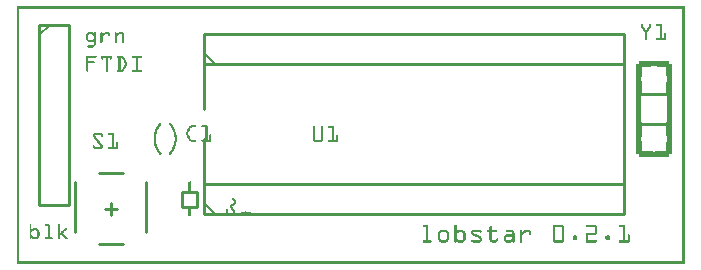
<source format=gto>
G04 MADE WITH FRITZING*
G04 WWW.FRITZING.ORG*
G04 DOUBLE SIDED*
G04 HOLES PLATED*
G04 CONTOUR ON CENTER OF CONTOUR VECTOR*
%ASAXBY*%
%FSLAX23Y23*%
%MOIN*%
%OFA0B0*%
%SFA1.0B1.0*%
%ADD10C,0.010000*%
%ADD11C,0.005000*%
%ADD12R,0.001000X0.001000*%
%LNSILK1*%
G90*
G70*
G54D10*
X625Y266D02*
X2025Y266D01*
D02*
X2025Y266D02*
X2025Y666D01*
D02*
X2025Y666D02*
X625Y666D01*
D02*
X625Y266D02*
X625Y416D01*
D02*
X625Y516D02*
X625Y666D01*
D02*
X550Y190D02*
X550Y240D01*
D02*
X550Y240D02*
X600Y240D01*
D02*
X600Y240D02*
X600Y190D01*
D02*
X600Y190D02*
X550Y190D01*
D02*
X625Y166D02*
X2025Y166D01*
D02*
X2025Y166D02*
X2025Y266D01*
D02*
X2025Y266D02*
X625Y266D01*
D02*
X625Y266D02*
X625Y166D01*
G54D11*
D02*
X660Y166D02*
X625Y201D01*
G54D10*
D02*
X625Y666D02*
X2025Y666D01*
D02*
X2025Y666D02*
X2025Y766D01*
D02*
X2025Y766D02*
X625Y766D01*
D02*
X625Y766D02*
X625Y666D01*
G54D11*
D02*
X660Y666D02*
X625Y701D01*
G54D10*
D02*
X2075Y566D02*
X2175Y566D01*
D02*
X2075Y466D02*
X2175Y466D01*
D02*
X274Y302D02*
X353Y302D01*
D02*
X195Y105D02*
X195Y272D01*
D02*
X431Y105D02*
X431Y272D01*
D02*
X274Y66D02*
X353Y66D01*
D02*
X294Y184D02*
X333Y184D01*
D02*
X313Y203D02*
X313Y164D01*
D02*
X75Y796D02*
X75Y196D01*
D02*
X75Y196D02*
X175Y196D01*
D02*
X175Y196D02*
X175Y796D01*
D02*
X175Y796D02*
X75Y796D01*
G54D11*
D02*
X75Y761D02*
X110Y796D01*
G54D12*
X0Y858D02*
X2226Y858D01*
X0Y857D02*
X2226Y857D01*
X0Y856D02*
X2226Y856D01*
X0Y855D02*
X2226Y855D01*
X0Y854D02*
X2226Y854D01*
X0Y853D02*
X2226Y853D01*
X0Y852D02*
X2226Y852D01*
X0Y851D02*
X2226Y851D01*
X0Y850D02*
X7Y850D01*
X2219Y850D02*
X2226Y850D01*
X0Y849D02*
X7Y849D01*
X2219Y849D02*
X2226Y849D01*
X0Y848D02*
X7Y848D01*
X2219Y848D02*
X2226Y848D01*
X0Y847D02*
X7Y847D01*
X2219Y847D02*
X2226Y847D01*
X0Y846D02*
X7Y846D01*
X2219Y846D02*
X2226Y846D01*
X0Y845D02*
X7Y845D01*
X2219Y845D02*
X2226Y845D01*
X0Y844D02*
X7Y844D01*
X2219Y844D02*
X2226Y844D01*
X0Y843D02*
X7Y843D01*
X2219Y843D02*
X2226Y843D01*
X0Y842D02*
X7Y842D01*
X2219Y842D02*
X2226Y842D01*
X0Y841D02*
X7Y841D01*
X2219Y841D02*
X2226Y841D01*
X0Y840D02*
X7Y840D01*
X2219Y840D02*
X2226Y840D01*
X0Y839D02*
X7Y839D01*
X2219Y839D02*
X2226Y839D01*
X0Y838D02*
X7Y838D01*
X2219Y838D02*
X2226Y838D01*
X0Y837D02*
X7Y837D01*
X2219Y837D02*
X2226Y837D01*
X0Y836D02*
X7Y836D01*
X2219Y836D02*
X2226Y836D01*
X0Y835D02*
X7Y835D01*
X2219Y835D02*
X2226Y835D01*
X0Y834D02*
X7Y834D01*
X2219Y834D02*
X2226Y834D01*
X0Y833D02*
X7Y833D01*
X2219Y833D02*
X2226Y833D01*
X0Y832D02*
X7Y832D01*
X2219Y832D02*
X2226Y832D01*
X0Y831D02*
X7Y831D01*
X2219Y831D02*
X2226Y831D01*
X0Y830D02*
X7Y830D01*
X2219Y830D02*
X2226Y830D01*
X0Y829D02*
X7Y829D01*
X2219Y829D02*
X2226Y829D01*
X0Y828D02*
X7Y828D01*
X2219Y828D02*
X2226Y828D01*
X0Y827D02*
X7Y827D01*
X2219Y827D02*
X2226Y827D01*
X0Y826D02*
X7Y826D01*
X2219Y826D02*
X2226Y826D01*
X0Y825D02*
X7Y825D01*
X2219Y825D02*
X2226Y825D01*
X0Y824D02*
X7Y824D01*
X2219Y824D02*
X2226Y824D01*
X0Y823D02*
X7Y823D01*
X2219Y823D02*
X2226Y823D01*
X0Y822D02*
X7Y822D01*
X2219Y822D02*
X2226Y822D01*
X0Y821D02*
X7Y821D01*
X2219Y821D02*
X2226Y821D01*
X0Y820D02*
X7Y820D01*
X2219Y820D02*
X2226Y820D01*
X0Y819D02*
X7Y819D01*
X2219Y819D02*
X2226Y819D01*
X0Y818D02*
X7Y818D01*
X2219Y818D02*
X2226Y818D01*
X0Y817D02*
X7Y817D01*
X2219Y817D02*
X2226Y817D01*
X0Y816D02*
X7Y816D01*
X2219Y816D02*
X2226Y816D01*
X0Y815D02*
X7Y815D01*
X2219Y815D02*
X2226Y815D01*
X0Y814D02*
X7Y814D01*
X2219Y814D02*
X2226Y814D01*
X0Y813D02*
X7Y813D01*
X2219Y813D02*
X2226Y813D01*
X0Y812D02*
X7Y812D01*
X2219Y812D02*
X2226Y812D01*
X0Y811D02*
X7Y811D01*
X2219Y811D02*
X2226Y811D01*
X0Y810D02*
X7Y810D01*
X2219Y810D02*
X2226Y810D01*
X0Y809D02*
X7Y809D01*
X2219Y809D02*
X2226Y809D01*
X0Y808D02*
X7Y808D01*
X2219Y808D02*
X2226Y808D01*
X0Y807D02*
X7Y807D01*
X2219Y807D02*
X2226Y807D01*
X0Y806D02*
X7Y806D01*
X2219Y806D02*
X2226Y806D01*
X0Y805D02*
X7Y805D01*
X2219Y805D02*
X2226Y805D01*
X0Y804D02*
X7Y804D01*
X2219Y804D02*
X2226Y804D01*
X0Y803D02*
X7Y803D01*
X2219Y803D02*
X2226Y803D01*
X0Y802D02*
X7Y802D01*
X2219Y802D02*
X2226Y802D01*
X0Y801D02*
X7Y801D01*
X2219Y801D02*
X2226Y801D01*
X0Y800D02*
X7Y800D01*
X2219Y800D02*
X2226Y800D01*
X0Y799D02*
X7Y799D01*
X2082Y799D02*
X2084Y799D01*
X2110Y799D02*
X2112Y799D01*
X2132Y799D02*
X2150Y799D01*
X2219Y799D02*
X2226Y799D01*
X0Y798D02*
X7Y798D01*
X2081Y798D02*
X2085Y798D01*
X2108Y798D02*
X2113Y798D01*
X2131Y798D02*
X2150Y798D01*
X2219Y798D02*
X2226Y798D01*
X0Y797D02*
X7Y797D01*
X2080Y797D02*
X2086Y797D01*
X2108Y797D02*
X2113Y797D01*
X2131Y797D02*
X2150Y797D01*
X2219Y797D02*
X2226Y797D01*
X0Y796D02*
X7Y796D01*
X2080Y796D02*
X2086Y796D01*
X2108Y796D02*
X2114Y796D01*
X2130Y796D02*
X2150Y796D01*
X2219Y796D02*
X2226Y796D01*
X0Y795D02*
X7Y795D01*
X2080Y795D02*
X2086Y795D01*
X2108Y795D02*
X2114Y795D01*
X2130Y795D02*
X2150Y795D01*
X2219Y795D02*
X2226Y795D01*
X0Y794D02*
X7Y794D01*
X2080Y794D02*
X2086Y794D01*
X2108Y794D02*
X2114Y794D01*
X2131Y794D02*
X2150Y794D01*
X2219Y794D02*
X2226Y794D01*
X0Y793D02*
X7Y793D01*
X2080Y793D02*
X2086Y793D01*
X2108Y793D02*
X2114Y793D01*
X2132Y793D02*
X2150Y793D01*
X2219Y793D02*
X2226Y793D01*
X0Y792D02*
X7Y792D01*
X2080Y792D02*
X2086Y792D01*
X2108Y792D02*
X2114Y792D01*
X2144Y792D02*
X2150Y792D01*
X2219Y792D02*
X2226Y792D01*
X0Y791D02*
X7Y791D01*
X2080Y791D02*
X2086Y791D01*
X2107Y791D02*
X2114Y791D01*
X2144Y791D02*
X2150Y791D01*
X2219Y791D02*
X2226Y791D01*
X0Y790D02*
X7Y790D01*
X2080Y790D02*
X2087Y790D01*
X2107Y790D02*
X2114Y790D01*
X2144Y790D02*
X2150Y790D01*
X2219Y790D02*
X2226Y790D01*
X0Y789D02*
X7Y789D01*
X2080Y789D02*
X2088Y789D01*
X2106Y789D02*
X2114Y789D01*
X2144Y789D02*
X2150Y789D01*
X2219Y789D02*
X2226Y789D01*
X0Y788D02*
X7Y788D01*
X2081Y788D02*
X2089Y788D01*
X2105Y788D02*
X2113Y788D01*
X2144Y788D02*
X2150Y788D01*
X2219Y788D02*
X2226Y788D01*
X0Y787D02*
X7Y787D01*
X2081Y787D02*
X2089Y787D01*
X2104Y787D02*
X2112Y787D01*
X2144Y787D02*
X2150Y787D01*
X2219Y787D02*
X2226Y787D01*
X0Y786D02*
X7Y786D01*
X2082Y786D02*
X2090Y786D01*
X2104Y786D02*
X2112Y786D01*
X2144Y786D02*
X2150Y786D01*
X2219Y786D02*
X2226Y786D01*
X0Y785D02*
X7Y785D01*
X2083Y785D02*
X2091Y785D01*
X2103Y785D02*
X2111Y785D01*
X2144Y785D02*
X2150Y785D01*
X2219Y785D02*
X2226Y785D01*
X0Y784D02*
X7Y784D01*
X2084Y784D02*
X2092Y784D01*
X2102Y784D02*
X2110Y784D01*
X2144Y784D02*
X2150Y784D01*
X2219Y784D02*
X2226Y784D01*
X0Y783D02*
X7Y783D01*
X2085Y783D02*
X2092Y783D01*
X2101Y783D02*
X2109Y783D01*
X2144Y783D02*
X2150Y783D01*
X2219Y783D02*
X2226Y783D01*
X0Y782D02*
X7Y782D01*
X2085Y782D02*
X2093Y782D01*
X2101Y782D02*
X2108Y782D01*
X2144Y782D02*
X2150Y782D01*
X2219Y782D02*
X2226Y782D01*
X0Y781D02*
X7Y781D01*
X2086Y781D02*
X2094Y781D01*
X2100Y781D02*
X2108Y781D01*
X2144Y781D02*
X2150Y781D01*
X2219Y781D02*
X2226Y781D01*
X0Y780D02*
X7Y780D01*
X2087Y780D02*
X2095Y780D01*
X2099Y780D02*
X2107Y780D01*
X2144Y780D02*
X2150Y780D01*
X2219Y780D02*
X2226Y780D01*
X0Y779D02*
X7Y779D01*
X2088Y779D02*
X2096Y779D01*
X2098Y779D02*
X2106Y779D01*
X2144Y779D02*
X2150Y779D01*
X2219Y779D02*
X2226Y779D01*
X0Y778D02*
X7Y778D01*
X2088Y778D02*
X2105Y778D01*
X2144Y778D02*
X2150Y778D01*
X2219Y778D02*
X2226Y778D01*
X0Y777D02*
X7Y777D01*
X2089Y777D02*
X2105Y777D01*
X2144Y777D02*
X2150Y777D01*
X2219Y777D02*
X2226Y777D01*
X0Y776D02*
X7Y776D01*
X2090Y776D02*
X2104Y776D01*
X2144Y776D02*
X2150Y776D01*
X2219Y776D02*
X2226Y776D01*
X0Y775D02*
X7Y775D01*
X2091Y775D02*
X2103Y775D01*
X2144Y775D02*
X2150Y775D01*
X2219Y775D02*
X2226Y775D01*
X0Y774D02*
X7Y774D01*
X2092Y774D02*
X2102Y774D01*
X2144Y774D02*
X2150Y774D01*
X2219Y774D02*
X2226Y774D01*
X0Y773D02*
X7Y773D01*
X2092Y773D02*
X2101Y773D01*
X2144Y773D02*
X2150Y773D01*
X2219Y773D02*
X2226Y773D01*
X0Y772D02*
X7Y772D01*
X2093Y772D02*
X2101Y772D01*
X2144Y772D02*
X2150Y772D01*
X2219Y772D02*
X2226Y772D01*
X0Y771D02*
X7Y771D01*
X239Y771D02*
X252Y771D01*
X259Y771D02*
X262Y771D01*
X280Y771D02*
X284Y771D01*
X293Y771D02*
X305Y771D01*
X327Y771D02*
X331Y771D01*
X341Y771D02*
X352Y771D01*
X2094Y771D02*
X2100Y771D01*
X2144Y771D02*
X2150Y771D01*
X2219Y771D02*
X2226Y771D01*
X0Y770D02*
X7Y770D01*
X238Y770D02*
X253Y770D01*
X258Y770D02*
X263Y770D01*
X279Y770D02*
X284Y770D01*
X292Y770D02*
X307Y770D01*
X327Y770D02*
X332Y770D01*
X339Y770D02*
X354Y770D01*
X2094Y770D02*
X2100Y770D01*
X2144Y770D02*
X2150Y770D01*
X2219Y770D02*
X2226Y770D01*
X0Y769D02*
X7Y769D01*
X237Y769D02*
X255Y769D01*
X258Y769D02*
X263Y769D01*
X279Y769D02*
X285Y769D01*
X291Y769D02*
X308Y769D01*
X326Y769D02*
X332Y769D01*
X337Y769D02*
X355Y769D01*
X2094Y769D02*
X2100Y769D01*
X2144Y769D02*
X2150Y769D01*
X2159Y769D02*
X2163Y769D01*
X2219Y769D02*
X2226Y769D01*
X0Y768D02*
X7Y768D01*
X235Y768D02*
X263Y768D01*
X279Y768D02*
X285Y768D01*
X289Y768D02*
X309Y768D01*
X326Y768D02*
X332Y768D01*
X336Y768D02*
X356Y768D01*
X2094Y768D02*
X2100Y768D01*
X2144Y768D02*
X2150Y768D01*
X2158Y768D02*
X2163Y768D01*
X2219Y768D02*
X2226Y768D01*
X0Y767D02*
X7Y767D01*
X234Y767D02*
X263Y767D01*
X279Y767D02*
X285Y767D01*
X288Y767D02*
X309Y767D01*
X326Y767D02*
X332Y767D01*
X334Y767D02*
X356Y767D01*
X2094Y767D02*
X2100Y767D01*
X2144Y767D02*
X2150Y767D01*
X2158Y767D02*
X2164Y767D01*
X2219Y767D02*
X2226Y767D01*
X0Y766D02*
X7Y766D01*
X234Y766D02*
X263Y766D01*
X279Y766D02*
X285Y766D01*
X287Y766D02*
X310Y766D01*
X326Y766D02*
X357Y766D01*
X2094Y766D02*
X2100Y766D01*
X2144Y766D02*
X2150Y766D01*
X2158Y766D02*
X2164Y766D01*
X2219Y766D02*
X2226Y766D01*
X0Y765D02*
X7Y765D01*
X233Y765D02*
X241Y765D01*
X250Y765D02*
X263Y765D01*
X279Y765D02*
X295Y765D01*
X303Y765D02*
X310Y765D01*
X326Y765D02*
X342Y765D01*
X350Y765D02*
X357Y765D01*
X2094Y765D02*
X2100Y765D01*
X2144Y765D02*
X2150Y765D01*
X2158Y765D02*
X2164Y765D01*
X2219Y765D02*
X2226Y765D01*
X0Y764D02*
X7Y764D01*
X232Y764D02*
X240Y764D01*
X251Y764D02*
X263Y764D01*
X279Y764D02*
X294Y764D01*
X304Y764D02*
X310Y764D01*
X326Y764D02*
X341Y764D01*
X351Y764D02*
X357Y764D01*
X2094Y764D02*
X2100Y764D01*
X2144Y764D02*
X2150Y764D01*
X2158Y764D02*
X2164Y764D01*
X2219Y764D02*
X2226Y764D01*
X0Y763D02*
X7Y763D01*
X232Y763D02*
X239Y763D01*
X253Y763D02*
X263Y763D01*
X279Y763D02*
X293Y763D01*
X305Y763D02*
X311Y763D01*
X326Y763D02*
X339Y763D01*
X352Y763D02*
X358Y763D01*
X2094Y763D02*
X2100Y763D01*
X2144Y763D02*
X2150Y763D01*
X2158Y763D02*
X2164Y763D01*
X2219Y763D02*
X2226Y763D01*
X0Y762D02*
X7Y762D01*
X232Y762D02*
X238Y762D01*
X254Y762D02*
X263Y762D01*
X279Y762D02*
X292Y762D01*
X305Y762D02*
X311Y762D01*
X326Y762D02*
X338Y762D01*
X352Y762D02*
X358Y762D01*
X2094Y762D02*
X2100Y762D01*
X2144Y762D02*
X2150Y762D01*
X2158Y762D02*
X2164Y762D01*
X2219Y762D02*
X2226Y762D01*
X0Y761D02*
X7Y761D01*
X232Y761D02*
X237Y761D01*
X255Y761D02*
X263Y761D01*
X279Y761D02*
X290Y761D01*
X305Y761D02*
X311Y761D01*
X326Y761D02*
X336Y761D01*
X352Y761D02*
X358Y761D01*
X2094Y761D02*
X2100Y761D01*
X2144Y761D02*
X2150Y761D01*
X2158Y761D02*
X2164Y761D01*
X2219Y761D02*
X2226Y761D01*
X0Y760D02*
X7Y760D01*
X232Y760D02*
X237Y760D01*
X256Y760D02*
X263Y760D01*
X279Y760D02*
X289Y760D01*
X305Y760D02*
X311Y760D01*
X326Y760D02*
X334Y760D01*
X352Y760D02*
X358Y760D01*
X2094Y760D02*
X2100Y760D01*
X2144Y760D02*
X2150Y760D01*
X2158Y760D02*
X2164Y760D01*
X2219Y760D02*
X2226Y760D01*
X0Y759D02*
X7Y759D01*
X232Y759D02*
X237Y759D01*
X257Y759D02*
X263Y759D01*
X279Y759D02*
X288Y759D01*
X305Y759D02*
X310Y759D01*
X326Y759D02*
X333Y759D01*
X352Y759D02*
X358Y759D01*
X2094Y759D02*
X2100Y759D01*
X2144Y759D02*
X2150Y759D01*
X2158Y759D02*
X2164Y759D01*
X2219Y759D02*
X2226Y759D01*
X0Y758D02*
X7Y758D01*
X232Y758D02*
X237Y758D01*
X257Y758D02*
X263Y758D01*
X279Y758D02*
X287Y758D01*
X306Y758D02*
X310Y758D01*
X326Y758D02*
X332Y758D01*
X352Y758D02*
X358Y758D01*
X2094Y758D02*
X2100Y758D01*
X2144Y758D02*
X2150Y758D01*
X2158Y758D02*
X2164Y758D01*
X2219Y758D02*
X2226Y758D01*
X0Y757D02*
X7Y757D01*
X232Y757D02*
X237Y757D01*
X258Y757D02*
X263Y757D01*
X279Y757D02*
X286Y757D01*
X308Y757D02*
X308Y757D01*
X326Y757D02*
X332Y757D01*
X352Y757D02*
X358Y757D01*
X2094Y757D02*
X2100Y757D01*
X2144Y757D02*
X2150Y757D01*
X2158Y757D02*
X2164Y757D01*
X2219Y757D02*
X2226Y757D01*
X0Y756D02*
X7Y756D01*
X232Y756D02*
X237Y756D01*
X258Y756D02*
X263Y756D01*
X279Y756D02*
X285Y756D01*
X326Y756D02*
X332Y756D01*
X352Y756D02*
X358Y756D01*
X2094Y756D02*
X2100Y756D01*
X2144Y756D02*
X2150Y756D01*
X2158Y756D02*
X2164Y756D01*
X2219Y756D02*
X2226Y756D01*
X0Y755D02*
X7Y755D01*
X232Y755D02*
X237Y755D01*
X258Y755D02*
X263Y755D01*
X279Y755D02*
X285Y755D01*
X326Y755D02*
X332Y755D01*
X352Y755D02*
X358Y755D01*
X2094Y755D02*
X2100Y755D01*
X2144Y755D02*
X2150Y755D01*
X2158Y755D02*
X2164Y755D01*
X2219Y755D02*
X2226Y755D01*
X0Y754D02*
X7Y754D01*
X232Y754D02*
X237Y754D01*
X258Y754D02*
X263Y754D01*
X279Y754D02*
X285Y754D01*
X326Y754D02*
X332Y754D01*
X352Y754D02*
X358Y754D01*
X2094Y754D02*
X2100Y754D01*
X2144Y754D02*
X2150Y754D01*
X2158Y754D02*
X2164Y754D01*
X2219Y754D02*
X2226Y754D01*
X0Y753D02*
X7Y753D01*
X232Y753D02*
X237Y753D01*
X258Y753D02*
X263Y753D01*
X279Y753D02*
X285Y753D01*
X326Y753D02*
X332Y753D01*
X352Y753D02*
X358Y753D01*
X2094Y753D02*
X2100Y753D01*
X2144Y753D02*
X2150Y753D01*
X2158Y753D02*
X2164Y753D01*
X2219Y753D02*
X2226Y753D01*
X0Y752D02*
X7Y752D01*
X232Y752D02*
X237Y752D01*
X258Y752D02*
X263Y752D01*
X279Y752D02*
X285Y752D01*
X326Y752D02*
X332Y752D01*
X352Y752D02*
X358Y752D01*
X2094Y752D02*
X2100Y752D01*
X2133Y752D02*
X2164Y752D01*
X2219Y752D02*
X2226Y752D01*
X0Y751D02*
X7Y751D01*
X232Y751D02*
X237Y751D01*
X257Y751D02*
X263Y751D01*
X279Y751D02*
X285Y751D01*
X326Y751D02*
X332Y751D01*
X352Y751D02*
X358Y751D01*
X2094Y751D02*
X2100Y751D01*
X2131Y751D02*
X2164Y751D01*
X2219Y751D02*
X2226Y751D01*
X0Y750D02*
X7Y750D01*
X232Y750D02*
X237Y750D01*
X257Y750D02*
X263Y750D01*
X279Y750D02*
X285Y750D01*
X326Y750D02*
X332Y750D01*
X352Y750D02*
X358Y750D01*
X2094Y750D02*
X2100Y750D01*
X2131Y750D02*
X2164Y750D01*
X2219Y750D02*
X2226Y750D01*
X0Y749D02*
X7Y749D01*
X232Y749D02*
X237Y749D01*
X256Y749D02*
X263Y749D01*
X279Y749D02*
X285Y749D01*
X326Y749D02*
X332Y749D01*
X352Y749D02*
X358Y749D01*
X2094Y749D02*
X2100Y749D01*
X2130Y749D02*
X2164Y749D01*
X2219Y749D02*
X2226Y749D01*
X0Y748D02*
X7Y748D01*
X232Y748D02*
X237Y748D01*
X254Y748D02*
X263Y748D01*
X279Y748D02*
X285Y748D01*
X326Y748D02*
X332Y748D01*
X352Y748D02*
X358Y748D01*
X2094Y748D02*
X2100Y748D01*
X2130Y748D02*
X2164Y748D01*
X2219Y748D02*
X2226Y748D01*
X0Y747D02*
X7Y747D01*
X232Y747D02*
X238Y747D01*
X253Y747D02*
X263Y747D01*
X279Y747D02*
X285Y747D01*
X326Y747D02*
X332Y747D01*
X352Y747D02*
X358Y747D01*
X2094Y747D02*
X2099Y747D01*
X2131Y747D02*
X2163Y747D01*
X2219Y747D02*
X2226Y747D01*
X0Y746D02*
X7Y746D01*
X232Y746D02*
X239Y746D01*
X252Y746D02*
X263Y746D01*
X279Y746D02*
X285Y746D01*
X326Y746D02*
X332Y746D01*
X352Y746D02*
X358Y746D01*
X2095Y746D02*
X2099Y746D01*
X2132Y746D02*
X2163Y746D01*
X2219Y746D02*
X2226Y746D01*
X0Y745D02*
X7Y745D01*
X232Y745D02*
X240Y745D01*
X251Y745D02*
X263Y745D01*
X279Y745D02*
X285Y745D01*
X326Y745D02*
X332Y745D01*
X352Y745D02*
X358Y745D01*
X2219Y745D02*
X2226Y745D01*
X0Y744D02*
X7Y744D01*
X233Y744D02*
X263Y744D01*
X279Y744D02*
X285Y744D01*
X326Y744D02*
X332Y744D01*
X352Y744D02*
X358Y744D01*
X2219Y744D02*
X2226Y744D01*
X0Y743D02*
X7Y743D01*
X234Y743D02*
X263Y743D01*
X279Y743D02*
X285Y743D01*
X326Y743D02*
X332Y743D01*
X352Y743D02*
X358Y743D01*
X2219Y743D02*
X2226Y743D01*
X0Y742D02*
X7Y742D01*
X235Y742D02*
X263Y742D01*
X279Y742D02*
X285Y742D01*
X326Y742D02*
X332Y742D01*
X352Y742D02*
X358Y742D01*
X2219Y742D02*
X2226Y742D01*
X0Y741D02*
X7Y741D01*
X236Y741D02*
X256Y741D01*
X258Y741D02*
X263Y741D01*
X279Y741D02*
X285Y741D01*
X326Y741D02*
X332Y741D01*
X352Y741D02*
X358Y741D01*
X2219Y741D02*
X2226Y741D01*
X0Y740D02*
X7Y740D01*
X237Y740D02*
X254Y740D01*
X258Y740D02*
X263Y740D01*
X279Y740D02*
X285Y740D01*
X326Y740D02*
X332Y740D01*
X352Y740D02*
X358Y740D01*
X2219Y740D02*
X2226Y740D01*
X0Y739D02*
X7Y739D01*
X238Y739D02*
X253Y739D01*
X258Y739D02*
X263Y739D01*
X279Y739D02*
X285Y739D01*
X326Y739D02*
X332Y739D01*
X352Y739D02*
X358Y739D01*
X2219Y739D02*
X2226Y739D01*
X0Y738D02*
X7Y738D01*
X240Y738D02*
X251Y738D01*
X258Y738D02*
X263Y738D01*
X279Y738D02*
X285Y738D01*
X326Y738D02*
X332Y738D01*
X352Y738D02*
X358Y738D01*
X2219Y738D02*
X2226Y738D01*
X0Y737D02*
X7Y737D01*
X258Y737D02*
X263Y737D01*
X279Y737D02*
X284Y737D01*
X327Y737D02*
X332Y737D01*
X352Y737D02*
X357Y737D01*
X2219Y737D02*
X2226Y737D01*
X0Y736D02*
X7Y736D01*
X258Y736D02*
X263Y736D01*
X280Y736D02*
X284Y736D01*
X327Y736D02*
X331Y736D01*
X353Y736D02*
X357Y736D01*
X2219Y736D02*
X2226Y736D01*
X0Y735D02*
X7Y735D01*
X258Y735D02*
X263Y735D01*
X281Y735D02*
X283Y735D01*
X328Y735D02*
X330Y735D01*
X354Y735D02*
X356Y735D01*
X2219Y735D02*
X2226Y735D01*
X0Y734D02*
X7Y734D01*
X258Y734D02*
X263Y734D01*
X2219Y734D02*
X2226Y734D01*
X0Y733D02*
X7Y733D01*
X258Y733D02*
X263Y733D01*
X2219Y733D02*
X2226Y733D01*
X0Y732D02*
X7Y732D01*
X257Y732D02*
X263Y732D01*
X2219Y732D02*
X2226Y732D01*
X0Y731D02*
X7Y731D01*
X257Y731D02*
X263Y731D01*
X2219Y731D02*
X2226Y731D01*
X0Y730D02*
X7Y730D01*
X256Y730D02*
X263Y730D01*
X2219Y730D02*
X2226Y730D01*
X0Y729D02*
X7Y729D01*
X255Y729D02*
X262Y729D01*
X2219Y729D02*
X2226Y729D01*
X0Y728D02*
X7Y728D01*
X254Y728D02*
X262Y728D01*
X2219Y728D02*
X2226Y728D01*
X0Y727D02*
X7Y727D01*
X237Y727D02*
X261Y727D01*
X2219Y727D02*
X2226Y727D01*
X0Y726D02*
X7Y726D01*
X235Y726D02*
X260Y726D01*
X2219Y726D02*
X2226Y726D01*
X0Y725D02*
X7Y725D01*
X235Y725D02*
X259Y725D01*
X2219Y725D02*
X2226Y725D01*
X0Y724D02*
X7Y724D01*
X235Y724D02*
X258Y724D01*
X2219Y724D02*
X2226Y724D01*
X0Y723D02*
X7Y723D01*
X235Y723D02*
X257Y723D01*
X2219Y723D02*
X2226Y723D01*
X0Y722D02*
X7Y722D01*
X235Y722D02*
X256Y722D01*
X2219Y722D02*
X2226Y722D01*
X0Y721D02*
X7Y721D01*
X237Y721D02*
X253Y721D01*
X2219Y721D02*
X2226Y721D01*
X0Y720D02*
X7Y720D01*
X2219Y720D02*
X2226Y720D01*
X0Y719D02*
X7Y719D01*
X2219Y719D02*
X2226Y719D01*
X0Y718D02*
X7Y718D01*
X2219Y718D02*
X2226Y718D01*
X0Y717D02*
X7Y717D01*
X2219Y717D02*
X2226Y717D01*
X0Y716D02*
X7Y716D01*
X2219Y716D02*
X2226Y716D01*
X0Y715D02*
X7Y715D01*
X2219Y715D02*
X2226Y715D01*
X0Y714D02*
X7Y714D01*
X2219Y714D02*
X2226Y714D01*
X0Y713D02*
X7Y713D01*
X2219Y713D02*
X2226Y713D01*
X0Y712D02*
X7Y712D01*
X2219Y712D02*
X2226Y712D01*
X0Y711D02*
X7Y711D01*
X2219Y711D02*
X2226Y711D01*
X0Y710D02*
X7Y710D01*
X2219Y710D02*
X2226Y710D01*
X0Y709D02*
X7Y709D01*
X2219Y709D02*
X2226Y709D01*
X0Y708D02*
X7Y708D01*
X2219Y708D02*
X2226Y708D01*
X0Y707D02*
X7Y707D01*
X2219Y707D02*
X2226Y707D01*
X0Y706D02*
X7Y706D01*
X2219Y706D02*
X2226Y706D01*
X0Y705D02*
X7Y705D01*
X2219Y705D02*
X2226Y705D01*
X0Y704D02*
X7Y704D01*
X2219Y704D02*
X2226Y704D01*
X0Y703D02*
X7Y703D01*
X2219Y703D02*
X2226Y703D01*
X0Y702D02*
X7Y702D01*
X2219Y702D02*
X2226Y702D01*
X0Y701D02*
X7Y701D01*
X2219Y701D02*
X2226Y701D01*
X0Y700D02*
X7Y700D01*
X2219Y700D02*
X2226Y700D01*
X0Y699D02*
X7Y699D01*
X2219Y699D02*
X2226Y699D01*
X0Y698D02*
X7Y698D01*
X2219Y698D02*
X2226Y698D01*
X0Y697D02*
X7Y697D01*
X2219Y697D02*
X2226Y697D01*
X0Y696D02*
X7Y696D01*
X2219Y696D02*
X2226Y696D01*
X0Y695D02*
X7Y695D01*
X2219Y695D02*
X2226Y695D01*
X0Y694D02*
X7Y694D01*
X2219Y694D02*
X2226Y694D01*
X0Y693D02*
X7Y693D01*
X232Y693D02*
X264Y693D01*
X282Y693D02*
X316Y693D01*
X334Y693D02*
X351Y693D01*
X385Y693D02*
X414Y693D01*
X2219Y693D02*
X2226Y693D01*
X0Y692D02*
X7Y692D01*
X232Y692D02*
X265Y692D01*
X282Y692D02*
X316Y692D01*
X333Y692D02*
X353Y692D01*
X383Y692D02*
X416Y692D01*
X2219Y692D02*
X2226Y692D01*
X0Y691D02*
X7Y691D01*
X232Y691D02*
X265Y691D01*
X282Y691D02*
X316Y691D01*
X333Y691D02*
X354Y691D01*
X383Y691D02*
X416Y691D01*
X2219Y691D02*
X2226Y691D01*
X0Y690D02*
X7Y690D01*
X232Y690D02*
X266Y690D01*
X282Y690D02*
X316Y690D01*
X332Y690D02*
X356Y690D01*
X383Y690D02*
X416Y690D01*
X2219Y690D02*
X2226Y690D01*
X0Y689D02*
X7Y689D01*
X232Y689D02*
X266Y689D01*
X282Y689D02*
X316Y689D01*
X333Y689D02*
X356Y689D01*
X383Y689D02*
X416Y689D01*
X2219Y689D02*
X2226Y689D01*
X0Y688D02*
X7Y688D01*
X232Y688D02*
X265Y688D01*
X282Y688D02*
X316Y688D01*
X333Y688D02*
X357Y688D01*
X383Y688D02*
X416Y688D01*
X2219Y688D02*
X2226Y688D01*
X0Y687D02*
X7Y687D01*
X232Y687D02*
X264Y687D01*
X282Y687D02*
X316Y687D01*
X334Y687D02*
X358Y687D01*
X384Y687D02*
X415Y687D01*
X2219Y687D02*
X2226Y687D01*
X0Y686D02*
X7Y686D01*
X232Y686D02*
X238Y686D01*
X282Y686D02*
X288Y686D01*
X296Y686D02*
X302Y686D01*
X310Y686D02*
X316Y686D01*
X339Y686D02*
X345Y686D01*
X351Y686D02*
X358Y686D01*
X396Y686D02*
X403Y686D01*
X2219Y686D02*
X2226Y686D01*
X0Y685D02*
X7Y685D01*
X232Y685D02*
X238Y685D01*
X282Y685D02*
X288Y685D01*
X296Y685D02*
X302Y685D01*
X310Y685D02*
X316Y685D01*
X339Y685D02*
X345Y685D01*
X352Y685D02*
X359Y685D01*
X396Y685D02*
X402Y685D01*
X2219Y685D02*
X2226Y685D01*
X0Y684D02*
X7Y684D01*
X232Y684D02*
X238Y684D01*
X282Y684D02*
X288Y684D01*
X296Y684D02*
X302Y684D01*
X310Y684D02*
X316Y684D01*
X339Y684D02*
X345Y684D01*
X352Y684D02*
X359Y684D01*
X396Y684D02*
X402Y684D01*
X2219Y684D02*
X2226Y684D01*
X0Y683D02*
X7Y683D01*
X232Y683D02*
X238Y683D01*
X282Y683D02*
X288Y683D01*
X296Y683D02*
X302Y683D01*
X310Y683D02*
X316Y683D01*
X339Y683D02*
X345Y683D01*
X353Y683D02*
X360Y683D01*
X396Y683D02*
X402Y683D01*
X2219Y683D02*
X2226Y683D01*
X0Y682D02*
X7Y682D01*
X232Y682D02*
X238Y682D01*
X283Y682D02*
X288Y682D01*
X296Y682D02*
X302Y682D01*
X310Y682D02*
X315Y682D01*
X339Y682D02*
X345Y682D01*
X353Y682D02*
X360Y682D01*
X396Y682D02*
X402Y682D01*
X2219Y682D02*
X2226Y682D01*
X0Y681D02*
X7Y681D01*
X232Y681D02*
X238Y681D01*
X284Y681D02*
X287Y681D01*
X296Y681D02*
X302Y681D01*
X312Y681D02*
X314Y681D01*
X339Y681D02*
X345Y681D01*
X354Y681D02*
X361Y681D01*
X396Y681D02*
X402Y681D01*
X2219Y681D02*
X2226Y681D01*
X0Y680D02*
X7Y680D01*
X232Y680D02*
X238Y680D01*
X296Y680D02*
X302Y680D01*
X339Y680D02*
X345Y680D01*
X354Y680D02*
X361Y680D01*
X396Y680D02*
X402Y680D01*
X2219Y680D02*
X2226Y680D01*
X0Y679D02*
X7Y679D01*
X232Y679D02*
X238Y679D01*
X296Y679D02*
X302Y679D01*
X339Y679D02*
X345Y679D01*
X355Y679D02*
X362Y679D01*
X396Y679D02*
X402Y679D01*
X2219Y679D02*
X2226Y679D01*
X0Y678D02*
X7Y678D01*
X232Y678D02*
X238Y678D01*
X296Y678D02*
X302Y678D01*
X339Y678D02*
X345Y678D01*
X355Y678D02*
X362Y678D01*
X396Y678D02*
X402Y678D01*
X2219Y678D02*
X2226Y678D01*
X0Y677D02*
X7Y677D01*
X232Y677D02*
X238Y677D01*
X296Y677D02*
X302Y677D01*
X339Y677D02*
X345Y677D01*
X356Y677D02*
X363Y677D01*
X396Y677D02*
X402Y677D01*
X2219Y677D02*
X2226Y677D01*
X0Y676D02*
X7Y676D01*
X232Y676D02*
X238Y676D01*
X296Y676D02*
X302Y676D01*
X339Y676D02*
X345Y676D01*
X356Y676D02*
X363Y676D01*
X396Y676D02*
X402Y676D01*
X2075Y676D02*
X2173Y676D01*
X2219Y676D02*
X2226Y676D01*
X0Y675D02*
X7Y675D01*
X232Y675D02*
X257Y675D01*
X296Y675D02*
X302Y675D01*
X339Y675D02*
X345Y675D01*
X357Y675D02*
X364Y675D01*
X396Y675D02*
X402Y675D01*
X2074Y675D02*
X2173Y675D01*
X2219Y675D02*
X2226Y675D01*
X0Y674D02*
X7Y674D01*
X232Y674D02*
X258Y674D01*
X296Y674D02*
X302Y674D01*
X339Y674D02*
X345Y674D01*
X357Y674D02*
X364Y674D01*
X396Y674D02*
X402Y674D01*
X2074Y674D02*
X2173Y674D01*
X2219Y674D02*
X2226Y674D01*
X0Y673D02*
X7Y673D01*
X232Y673D02*
X259Y673D01*
X296Y673D02*
X302Y673D01*
X339Y673D02*
X345Y673D01*
X358Y673D02*
X365Y673D01*
X396Y673D02*
X402Y673D01*
X2074Y673D02*
X2173Y673D01*
X2219Y673D02*
X2226Y673D01*
X0Y672D02*
X7Y672D01*
X232Y672D02*
X259Y672D01*
X296Y672D02*
X302Y672D01*
X339Y672D02*
X345Y672D01*
X358Y672D02*
X365Y672D01*
X396Y672D02*
X402Y672D01*
X2074Y672D02*
X2173Y672D01*
X2219Y672D02*
X2226Y672D01*
X0Y671D02*
X7Y671D01*
X232Y671D02*
X259Y671D01*
X296Y671D02*
X302Y671D01*
X339Y671D02*
X345Y671D01*
X359Y671D02*
X365Y671D01*
X396Y671D02*
X402Y671D01*
X2074Y671D02*
X2173Y671D01*
X2219Y671D02*
X2226Y671D01*
X0Y670D02*
X7Y670D01*
X232Y670D02*
X258Y670D01*
X296Y670D02*
X302Y670D01*
X339Y670D02*
X345Y670D01*
X359Y670D02*
X366Y670D01*
X396Y670D02*
X402Y670D01*
X2074Y670D02*
X2173Y670D01*
X2219Y670D02*
X2226Y670D01*
X0Y669D02*
X7Y669D01*
X232Y669D02*
X257Y669D01*
X296Y669D02*
X302Y669D01*
X339Y669D02*
X345Y669D01*
X360Y669D02*
X366Y669D01*
X396Y669D02*
X402Y669D01*
X2074Y669D02*
X2173Y669D01*
X2219Y669D02*
X2226Y669D01*
X0Y668D02*
X7Y668D01*
X232Y668D02*
X238Y668D01*
X296Y668D02*
X302Y668D01*
X339Y668D02*
X345Y668D01*
X360Y668D02*
X366Y668D01*
X396Y668D02*
X402Y668D01*
X2074Y668D02*
X2173Y668D01*
X2219Y668D02*
X2226Y668D01*
X0Y667D02*
X7Y667D01*
X232Y667D02*
X238Y667D01*
X296Y667D02*
X302Y667D01*
X339Y667D02*
X345Y667D01*
X360Y667D02*
X366Y667D01*
X396Y667D02*
X402Y667D01*
X2074Y667D02*
X2173Y667D01*
X2219Y667D02*
X2226Y667D01*
X0Y666D02*
X7Y666D01*
X232Y666D02*
X238Y666D01*
X296Y666D02*
X302Y666D01*
X339Y666D02*
X345Y666D01*
X360Y666D02*
X366Y666D01*
X396Y666D02*
X402Y666D01*
X2065Y666D02*
X2183Y666D01*
X2219Y666D02*
X2226Y666D01*
X0Y665D02*
X7Y665D01*
X232Y665D02*
X238Y665D01*
X296Y665D02*
X302Y665D01*
X339Y665D02*
X345Y665D01*
X360Y665D02*
X366Y665D01*
X396Y665D02*
X402Y665D01*
X2064Y665D02*
X2183Y665D01*
X2219Y665D02*
X2226Y665D01*
X0Y664D02*
X7Y664D01*
X232Y664D02*
X238Y664D01*
X296Y664D02*
X302Y664D01*
X339Y664D02*
X345Y664D01*
X360Y664D02*
X366Y664D01*
X396Y664D02*
X402Y664D01*
X2064Y664D02*
X2183Y664D01*
X2219Y664D02*
X2226Y664D01*
X0Y663D02*
X7Y663D01*
X232Y663D02*
X238Y663D01*
X296Y663D02*
X302Y663D01*
X339Y663D02*
X345Y663D01*
X359Y663D02*
X366Y663D01*
X396Y663D02*
X402Y663D01*
X2064Y663D02*
X2183Y663D01*
X2219Y663D02*
X2226Y663D01*
X0Y662D02*
X7Y662D01*
X232Y662D02*
X238Y662D01*
X296Y662D02*
X302Y662D01*
X339Y662D02*
X345Y662D01*
X359Y662D02*
X365Y662D01*
X396Y662D02*
X402Y662D01*
X2064Y662D02*
X2183Y662D01*
X2219Y662D02*
X2226Y662D01*
X0Y661D02*
X7Y661D01*
X232Y661D02*
X238Y661D01*
X296Y661D02*
X302Y661D01*
X339Y661D02*
X345Y661D01*
X358Y661D02*
X365Y661D01*
X396Y661D02*
X402Y661D01*
X2064Y661D02*
X2183Y661D01*
X2219Y661D02*
X2226Y661D01*
X0Y660D02*
X7Y660D01*
X232Y660D02*
X238Y660D01*
X296Y660D02*
X302Y660D01*
X339Y660D02*
X345Y660D01*
X358Y660D02*
X365Y660D01*
X396Y660D02*
X402Y660D01*
X2064Y660D02*
X2183Y660D01*
X2219Y660D02*
X2226Y660D01*
X0Y659D02*
X7Y659D01*
X232Y659D02*
X238Y659D01*
X296Y659D02*
X302Y659D01*
X339Y659D02*
X345Y659D01*
X357Y659D02*
X364Y659D01*
X396Y659D02*
X402Y659D01*
X2064Y659D02*
X2183Y659D01*
X2219Y659D02*
X2226Y659D01*
X0Y658D02*
X7Y658D01*
X232Y658D02*
X238Y658D01*
X296Y658D02*
X302Y658D01*
X339Y658D02*
X345Y658D01*
X357Y658D02*
X364Y658D01*
X396Y658D02*
X402Y658D01*
X2064Y658D02*
X2117Y658D01*
X2131Y658D02*
X2183Y658D01*
X2219Y658D02*
X2226Y658D01*
X0Y657D02*
X7Y657D01*
X232Y657D02*
X238Y657D01*
X296Y657D02*
X302Y657D01*
X339Y657D02*
X345Y657D01*
X356Y657D02*
X363Y657D01*
X396Y657D02*
X402Y657D01*
X2064Y657D02*
X2113Y657D01*
X2135Y657D02*
X2183Y657D01*
X2219Y657D02*
X2226Y657D01*
X0Y656D02*
X7Y656D01*
X232Y656D02*
X238Y656D01*
X296Y656D02*
X302Y656D01*
X339Y656D02*
X345Y656D01*
X356Y656D02*
X363Y656D01*
X396Y656D02*
X402Y656D01*
X2064Y656D02*
X2083Y656D01*
X2164Y656D02*
X2183Y656D01*
X2219Y656D02*
X2226Y656D01*
X0Y655D02*
X7Y655D01*
X232Y655D02*
X238Y655D01*
X296Y655D02*
X302Y655D01*
X339Y655D02*
X345Y655D01*
X355Y655D02*
X362Y655D01*
X396Y655D02*
X402Y655D01*
X2064Y655D02*
X2083Y655D01*
X2164Y655D02*
X2183Y655D01*
X2219Y655D02*
X2226Y655D01*
X0Y654D02*
X7Y654D01*
X232Y654D02*
X238Y654D01*
X296Y654D02*
X302Y654D01*
X339Y654D02*
X345Y654D01*
X355Y654D02*
X362Y654D01*
X396Y654D02*
X402Y654D01*
X2064Y654D02*
X2083Y654D01*
X2164Y654D02*
X2183Y654D01*
X2219Y654D02*
X2226Y654D01*
X0Y653D02*
X7Y653D01*
X232Y653D02*
X238Y653D01*
X296Y653D02*
X302Y653D01*
X339Y653D02*
X345Y653D01*
X354Y653D02*
X361Y653D01*
X396Y653D02*
X402Y653D01*
X2064Y653D02*
X2083Y653D01*
X2164Y653D02*
X2183Y653D01*
X2219Y653D02*
X2226Y653D01*
X0Y652D02*
X7Y652D01*
X232Y652D02*
X238Y652D01*
X296Y652D02*
X302Y652D01*
X339Y652D02*
X345Y652D01*
X354Y652D02*
X361Y652D01*
X396Y652D02*
X402Y652D01*
X2064Y652D02*
X2083Y652D01*
X2164Y652D02*
X2183Y652D01*
X2219Y652D02*
X2226Y652D01*
X0Y651D02*
X7Y651D01*
X232Y651D02*
X238Y651D01*
X296Y651D02*
X302Y651D01*
X339Y651D02*
X345Y651D01*
X353Y651D02*
X360Y651D01*
X396Y651D02*
X402Y651D01*
X2064Y651D02*
X2083Y651D01*
X2164Y651D02*
X2183Y651D01*
X2219Y651D02*
X2226Y651D01*
X0Y650D02*
X7Y650D01*
X232Y650D02*
X238Y650D01*
X296Y650D02*
X302Y650D01*
X339Y650D02*
X345Y650D01*
X353Y650D02*
X360Y650D01*
X396Y650D02*
X402Y650D01*
X2064Y650D02*
X2083Y650D01*
X2164Y650D02*
X2183Y650D01*
X2219Y650D02*
X2226Y650D01*
X0Y649D02*
X7Y649D01*
X232Y649D02*
X238Y649D01*
X296Y649D02*
X302Y649D01*
X339Y649D02*
X345Y649D01*
X352Y649D02*
X359Y649D01*
X396Y649D02*
X402Y649D01*
X2064Y649D02*
X2083Y649D01*
X2164Y649D02*
X2183Y649D01*
X2219Y649D02*
X2226Y649D01*
X0Y648D02*
X7Y648D01*
X232Y648D02*
X238Y648D01*
X296Y648D02*
X302Y648D01*
X339Y648D02*
X345Y648D01*
X352Y648D02*
X359Y648D01*
X396Y648D02*
X402Y648D01*
X2064Y648D02*
X2083Y648D01*
X2164Y648D02*
X2183Y648D01*
X2219Y648D02*
X2226Y648D01*
X0Y647D02*
X7Y647D01*
X232Y647D02*
X238Y647D01*
X296Y647D02*
X302Y647D01*
X339Y647D02*
X345Y647D01*
X351Y647D02*
X358Y647D01*
X396Y647D02*
X402Y647D01*
X2064Y647D02*
X2083Y647D01*
X2164Y647D02*
X2183Y647D01*
X2219Y647D02*
X2226Y647D01*
X0Y646D02*
X7Y646D01*
X232Y646D02*
X238Y646D01*
X296Y646D02*
X302Y646D01*
X335Y646D02*
X358Y646D01*
X385Y646D02*
X414Y646D01*
X2064Y646D02*
X2083Y646D01*
X2164Y646D02*
X2183Y646D01*
X2219Y646D02*
X2226Y646D01*
X0Y645D02*
X7Y645D01*
X232Y645D02*
X238Y645D01*
X296Y645D02*
X302Y645D01*
X333Y645D02*
X357Y645D01*
X384Y645D02*
X415Y645D01*
X2064Y645D02*
X2083Y645D01*
X2164Y645D02*
X2183Y645D01*
X2219Y645D02*
X2226Y645D01*
X0Y644D02*
X7Y644D01*
X232Y644D02*
X238Y644D01*
X296Y644D02*
X302Y644D01*
X333Y644D02*
X357Y644D01*
X383Y644D02*
X416Y644D01*
X2064Y644D02*
X2083Y644D01*
X2164Y644D02*
X2183Y644D01*
X2219Y644D02*
X2226Y644D01*
X0Y643D02*
X7Y643D01*
X232Y643D02*
X238Y643D01*
X296Y643D02*
X302Y643D01*
X332Y643D02*
X356Y643D01*
X383Y643D02*
X416Y643D01*
X2064Y643D02*
X2083Y643D01*
X2164Y643D02*
X2183Y643D01*
X2219Y643D02*
X2226Y643D01*
X0Y642D02*
X7Y642D01*
X232Y642D02*
X238Y642D01*
X296Y642D02*
X302Y642D01*
X333Y642D02*
X355Y642D01*
X383Y642D02*
X416Y642D01*
X2064Y642D02*
X2083Y642D01*
X2164Y642D02*
X2183Y642D01*
X2219Y642D02*
X2226Y642D01*
X0Y641D02*
X7Y641D01*
X233Y641D02*
X238Y641D01*
X297Y641D02*
X302Y641D01*
X333Y641D02*
X354Y641D01*
X383Y641D02*
X416Y641D01*
X2064Y641D02*
X2083Y641D01*
X2164Y641D02*
X2183Y641D01*
X2219Y641D02*
X2226Y641D01*
X0Y640D02*
X7Y640D01*
X233Y640D02*
X237Y640D01*
X297Y640D02*
X301Y640D01*
X334Y640D02*
X352Y640D01*
X384Y640D02*
X415Y640D01*
X2064Y640D02*
X2083Y640D01*
X2164Y640D02*
X2183Y640D01*
X2219Y640D02*
X2226Y640D01*
X0Y639D02*
X7Y639D01*
X2064Y639D02*
X2083Y639D01*
X2164Y639D02*
X2183Y639D01*
X2219Y639D02*
X2226Y639D01*
X0Y638D02*
X7Y638D01*
X2064Y638D02*
X2083Y638D01*
X2164Y638D02*
X2183Y638D01*
X2219Y638D02*
X2226Y638D01*
X0Y637D02*
X7Y637D01*
X2064Y637D02*
X2083Y637D01*
X2164Y637D02*
X2183Y637D01*
X2219Y637D02*
X2226Y637D01*
X0Y636D02*
X7Y636D01*
X2064Y636D02*
X2083Y636D01*
X2164Y636D02*
X2183Y636D01*
X2219Y636D02*
X2226Y636D01*
X0Y635D02*
X7Y635D01*
X2064Y635D02*
X2083Y635D01*
X2164Y635D02*
X2183Y635D01*
X2219Y635D02*
X2226Y635D01*
X0Y634D02*
X7Y634D01*
X2064Y634D02*
X2083Y634D01*
X2164Y634D02*
X2183Y634D01*
X2219Y634D02*
X2226Y634D01*
X0Y633D02*
X7Y633D01*
X2064Y633D02*
X2083Y633D01*
X2164Y633D02*
X2183Y633D01*
X2219Y633D02*
X2226Y633D01*
X0Y632D02*
X7Y632D01*
X2064Y632D02*
X2083Y632D01*
X2164Y632D02*
X2183Y632D01*
X2219Y632D02*
X2226Y632D01*
X0Y631D02*
X7Y631D01*
X2064Y631D02*
X2083Y631D01*
X2164Y631D02*
X2183Y631D01*
X2219Y631D02*
X2226Y631D01*
X0Y630D02*
X7Y630D01*
X2064Y630D02*
X2083Y630D01*
X2164Y630D02*
X2183Y630D01*
X2219Y630D02*
X2226Y630D01*
X0Y629D02*
X7Y629D01*
X2064Y629D02*
X2083Y629D01*
X2165Y629D02*
X2183Y629D01*
X2219Y629D02*
X2226Y629D01*
X0Y628D02*
X7Y628D01*
X2064Y628D02*
X2083Y628D01*
X2165Y628D02*
X2183Y628D01*
X2219Y628D02*
X2226Y628D01*
X0Y627D02*
X7Y627D01*
X2064Y627D02*
X2083Y627D01*
X2165Y627D02*
X2183Y627D01*
X2219Y627D02*
X2226Y627D01*
X0Y626D02*
X7Y626D01*
X2064Y626D02*
X2082Y626D01*
X2166Y626D02*
X2183Y626D01*
X2219Y626D02*
X2226Y626D01*
X0Y625D02*
X7Y625D01*
X2064Y625D02*
X2082Y625D01*
X2166Y625D02*
X2183Y625D01*
X2219Y625D02*
X2226Y625D01*
X0Y624D02*
X7Y624D01*
X2064Y624D02*
X2082Y624D01*
X2166Y624D02*
X2183Y624D01*
X2219Y624D02*
X2226Y624D01*
X0Y623D02*
X7Y623D01*
X2064Y623D02*
X2082Y623D01*
X2166Y623D02*
X2183Y623D01*
X2219Y623D02*
X2226Y623D01*
X0Y622D02*
X7Y622D01*
X2064Y622D02*
X2081Y622D01*
X2166Y622D02*
X2183Y622D01*
X2219Y622D02*
X2226Y622D01*
X0Y621D02*
X7Y621D01*
X2064Y621D02*
X2081Y621D01*
X2167Y621D02*
X2183Y621D01*
X2219Y621D02*
X2226Y621D01*
X0Y620D02*
X7Y620D01*
X2064Y620D02*
X2081Y620D01*
X2167Y620D02*
X2183Y620D01*
X2219Y620D02*
X2226Y620D01*
X0Y619D02*
X7Y619D01*
X2064Y619D02*
X2081Y619D01*
X2167Y619D02*
X2183Y619D01*
X2219Y619D02*
X2226Y619D01*
X0Y618D02*
X7Y618D01*
X2064Y618D02*
X2081Y618D01*
X2167Y618D02*
X2183Y618D01*
X2219Y618D02*
X2226Y618D01*
X0Y617D02*
X7Y617D01*
X2064Y617D02*
X2081Y617D01*
X2167Y617D02*
X2183Y617D01*
X2219Y617D02*
X2226Y617D01*
X0Y616D02*
X7Y616D01*
X2064Y616D02*
X2081Y616D01*
X2167Y616D02*
X2183Y616D01*
X2219Y616D02*
X2226Y616D01*
X0Y615D02*
X7Y615D01*
X2064Y615D02*
X2081Y615D01*
X2167Y615D02*
X2183Y615D01*
X2219Y615D02*
X2226Y615D01*
X0Y614D02*
X7Y614D01*
X2064Y614D02*
X2081Y614D01*
X2167Y614D02*
X2183Y614D01*
X2219Y614D02*
X2226Y614D01*
X0Y613D02*
X7Y613D01*
X2064Y613D02*
X2081Y613D01*
X2167Y613D02*
X2183Y613D01*
X2219Y613D02*
X2226Y613D01*
X0Y612D02*
X7Y612D01*
X2064Y612D02*
X2081Y612D01*
X2167Y612D02*
X2183Y612D01*
X2219Y612D02*
X2226Y612D01*
X0Y611D02*
X7Y611D01*
X2064Y611D02*
X2081Y611D01*
X2167Y611D02*
X2183Y611D01*
X2219Y611D02*
X2226Y611D01*
X0Y610D02*
X7Y610D01*
X2064Y610D02*
X2082Y610D01*
X2166Y610D02*
X2183Y610D01*
X2219Y610D02*
X2226Y610D01*
X0Y609D02*
X7Y609D01*
X2064Y609D02*
X2082Y609D01*
X2166Y609D02*
X2183Y609D01*
X2219Y609D02*
X2226Y609D01*
X0Y608D02*
X7Y608D01*
X2064Y608D02*
X2082Y608D01*
X2166Y608D02*
X2183Y608D01*
X2219Y608D02*
X2226Y608D01*
X0Y607D02*
X7Y607D01*
X2064Y607D02*
X2082Y607D01*
X2166Y607D02*
X2183Y607D01*
X2219Y607D02*
X2226Y607D01*
X0Y606D02*
X7Y606D01*
X2064Y606D02*
X2083Y606D01*
X2165Y606D02*
X2183Y606D01*
X2219Y606D02*
X2226Y606D01*
X0Y605D02*
X7Y605D01*
X2064Y605D02*
X2083Y605D01*
X2165Y605D02*
X2183Y605D01*
X2219Y605D02*
X2226Y605D01*
X0Y604D02*
X7Y604D01*
X2064Y604D02*
X2083Y604D01*
X2165Y604D02*
X2183Y604D01*
X2219Y604D02*
X2226Y604D01*
X0Y603D02*
X7Y603D01*
X2064Y603D02*
X2083Y603D01*
X2164Y603D02*
X2183Y603D01*
X2219Y603D02*
X2226Y603D01*
X0Y602D02*
X7Y602D01*
X2064Y602D02*
X2083Y602D01*
X2164Y602D02*
X2183Y602D01*
X2219Y602D02*
X2226Y602D01*
X0Y601D02*
X7Y601D01*
X2064Y601D02*
X2083Y601D01*
X2164Y601D02*
X2183Y601D01*
X2219Y601D02*
X2226Y601D01*
X0Y600D02*
X7Y600D01*
X2064Y600D02*
X2083Y600D01*
X2164Y600D02*
X2183Y600D01*
X2219Y600D02*
X2226Y600D01*
X0Y599D02*
X7Y599D01*
X2064Y599D02*
X2083Y599D01*
X2164Y599D02*
X2183Y599D01*
X2219Y599D02*
X2226Y599D01*
X0Y598D02*
X7Y598D01*
X2064Y598D02*
X2083Y598D01*
X2164Y598D02*
X2183Y598D01*
X2219Y598D02*
X2226Y598D01*
X0Y597D02*
X7Y597D01*
X2064Y597D02*
X2083Y597D01*
X2164Y597D02*
X2183Y597D01*
X2219Y597D02*
X2226Y597D01*
X0Y596D02*
X7Y596D01*
X2064Y596D02*
X2083Y596D01*
X2164Y596D02*
X2183Y596D01*
X2219Y596D02*
X2226Y596D01*
X0Y595D02*
X7Y595D01*
X2064Y595D02*
X2083Y595D01*
X2164Y595D02*
X2183Y595D01*
X2219Y595D02*
X2226Y595D01*
X0Y594D02*
X7Y594D01*
X2064Y594D02*
X2083Y594D01*
X2164Y594D02*
X2183Y594D01*
X2219Y594D02*
X2226Y594D01*
X0Y593D02*
X7Y593D01*
X2064Y593D02*
X2083Y593D01*
X2164Y593D02*
X2183Y593D01*
X2219Y593D02*
X2226Y593D01*
X0Y592D02*
X7Y592D01*
X2064Y592D02*
X2083Y592D01*
X2164Y592D02*
X2183Y592D01*
X2219Y592D02*
X2226Y592D01*
X0Y591D02*
X7Y591D01*
X2064Y591D02*
X2083Y591D01*
X2164Y591D02*
X2183Y591D01*
X2219Y591D02*
X2226Y591D01*
X0Y590D02*
X7Y590D01*
X2064Y590D02*
X2083Y590D01*
X2164Y590D02*
X2183Y590D01*
X2219Y590D02*
X2226Y590D01*
X0Y589D02*
X7Y589D01*
X2064Y589D02*
X2083Y589D01*
X2164Y589D02*
X2183Y589D01*
X2219Y589D02*
X2226Y589D01*
X0Y588D02*
X7Y588D01*
X2064Y588D02*
X2083Y588D01*
X2164Y588D02*
X2183Y588D01*
X2219Y588D02*
X2226Y588D01*
X0Y587D02*
X7Y587D01*
X2064Y587D02*
X2083Y587D01*
X2164Y587D02*
X2183Y587D01*
X2219Y587D02*
X2226Y587D01*
X0Y586D02*
X7Y586D01*
X2064Y586D02*
X2083Y586D01*
X2164Y586D02*
X2183Y586D01*
X2219Y586D02*
X2226Y586D01*
X0Y585D02*
X7Y585D01*
X2064Y585D02*
X2083Y585D01*
X2164Y585D02*
X2183Y585D01*
X2219Y585D02*
X2226Y585D01*
X0Y584D02*
X7Y584D01*
X2064Y584D02*
X2083Y584D01*
X2164Y584D02*
X2183Y584D01*
X2219Y584D02*
X2226Y584D01*
X0Y583D02*
X7Y583D01*
X2064Y583D02*
X2083Y583D01*
X2164Y583D02*
X2183Y583D01*
X2219Y583D02*
X2226Y583D01*
X0Y582D02*
X7Y582D01*
X2064Y582D02*
X2083Y582D01*
X2164Y582D02*
X2183Y582D01*
X2219Y582D02*
X2226Y582D01*
X0Y581D02*
X7Y581D01*
X2064Y581D02*
X2083Y581D01*
X2164Y581D02*
X2183Y581D01*
X2219Y581D02*
X2226Y581D01*
X0Y580D02*
X7Y580D01*
X2064Y580D02*
X2083Y580D01*
X2164Y580D02*
X2183Y580D01*
X2219Y580D02*
X2226Y580D01*
X0Y579D02*
X7Y579D01*
X2064Y579D02*
X2083Y579D01*
X2164Y579D02*
X2183Y579D01*
X2219Y579D02*
X2226Y579D01*
X0Y578D02*
X7Y578D01*
X2064Y578D02*
X2083Y578D01*
X2164Y578D02*
X2183Y578D01*
X2219Y578D02*
X2226Y578D01*
X0Y577D02*
X7Y577D01*
X2064Y577D02*
X2083Y577D01*
X2164Y577D02*
X2183Y577D01*
X2219Y577D02*
X2226Y577D01*
X0Y576D02*
X7Y576D01*
X2064Y576D02*
X2083Y576D01*
X2164Y576D02*
X2183Y576D01*
X2219Y576D02*
X2226Y576D01*
X0Y575D02*
X7Y575D01*
X2064Y575D02*
X2083Y575D01*
X2164Y575D02*
X2183Y575D01*
X2219Y575D02*
X2226Y575D01*
X0Y574D02*
X7Y574D01*
X2064Y574D02*
X2083Y574D01*
X2164Y574D02*
X2183Y574D01*
X2219Y574D02*
X2226Y574D01*
X0Y573D02*
X7Y573D01*
X2064Y573D02*
X2083Y573D01*
X2164Y573D02*
X2183Y573D01*
X2219Y573D02*
X2226Y573D01*
X0Y572D02*
X7Y572D01*
X2064Y572D02*
X2083Y572D01*
X2164Y572D02*
X2183Y572D01*
X2219Y572D02*
X2226Y572D01*
X0Y571D02*
X7Y571D01*
X2064Y571D02*
X2083Y571D01*
X2164Y571D02*
X2183Y571D01*
X2219Y571D02*
X2226Y571D01*
X0Y570D02*
X7Y570D01*
X2064Y570D02*
X2083Y570D01*
X2164Y570D02*
X2183Y570D01*
X2219Y570D02*
X2226Y570D01*
X0Y569D02*
X7Y569D01*
X2064Y569D02*
X2083Y569D01*
X2164Y569D02*
X2183Y569D01*
X2219Y569D02*
X2226Y569D01*
X0Y568D02*
X7Y568D01*
X2064Y568D02*
X2083Y568D01*
X2164Y568D02*
X2183Y568D01*
X2219Y568D02*
X2226Y568D01*
X0Y567D02*
X7Y567D01*
X2064Y567D02*
X2083Y567D01*
X2164Y567D02*
X2183Y567D01*
X2219Y567D02*
X2226Y567D01*
X0Y566D02*
X7Y566D01*
X2064Y566D02*
X2083Y566D01*
X2164Y566D02*
X2183Y566D01*
X2219Y566D02*
X2226Y566D01*
X0Y565D02*
X7Y565D01*
X2064Y565D02*
X2083Y565D01*
X2164Y565D02*
X2183Y565D01*
X2219Y565D02*
X2226Y565D01*
X0Y564D02*
X7Y564D01*
X2064Y564D02*
X2083Y564D01*
X2164Y564D02*
X2183Y564D01*
X2219Y564D02*
X2226Y564D01*
X0Y563D02*
X7Y563D01*
X2064Y563D02*
X2083Y563D01*
X2164Y563D02*
X2183Y563D01*
X2219Y563D02*
X2226Y563D01*
X0Y562D02*
X7Y562D01*
X2064Y562D02*
X2083Y562D01*
X2164Y562D02*
X2183Y562D01*
X2219Y562D02*
X2226Y562D01*
X0Y561D02*
X7Y561D01*
X2064Y561D02*
X2083Y561D01*
X2164Y561D02*
X2183Y561D01*
X2219Y561D02*
X2226Y561D01*
X0Y560D02*
X7Y560D01*
X2064Y560D02*
X2083Y560D01*
X2164Y560D02*
X2183Y560D01*
X2219Y560D02*
X2226Y560D01*
X0Y559D02*
X7Y559D01*
X2064Y559D02*
X2083Y559D01*
X2164Y559D02*
X2183Y559D01*
X2219Y559D02*
X2226Y559D01*
X0Y558D02*
X7Y558D01*
X2064Y558D02*
X2081Y558D01*
X2167Y558D02*
X2183Y558D01*
X2219Y558D02*
X2226Y558D01*
X0Y557D02*
X7Y557D01*
X2064Y557D02*
X2081Y557D01*
X2167Y557D02*
X2183Y557D01*
X2219Y557D02*
X2226Y557D01*
X0Y556D02*
X7Y556D01*
X2064Y556D02*
X2081Y556D01*
X2167Y556D02*
X2183Y556D01*
X2219Y556D02*
X2226Y556D01*
X0Y555D02*
X7Y555D01*
X2064Y555D02*
X2081Y555D01*
X2167Y555D02*
X2183Y555D01*
X2219Y555D02*
X2226Y555D01*
X0Y554D02*
X7Y554D01*
X2064Y554D02*
X2081Y554D01*
X2167Y554D02*
X2183Y554D01*
X2219Y554D02*
X2226Y554D01*
X0Y553D02*
X7Y553D01*
X2064Y553D02*
X2081Y553D01*
X2167Y553D02*
X2183Y553D01*
X2219Y553D02*
X2226Y553D01*
X0Y552D02*
X7Y552D01*
X2064Y552D02*
X2081Y552D01*
X2167Y552D02*
X2183Y552D01*
X2219Y552D02*
X2226Y552D01*
X0Y551D02*
X7Y551D01*
X2064Y551D02*
X2081Y551D01*
X2167Y551D02*
X2183Y551D01*
X2219Y551D02*
X2226Y551D01*
X0Y550D02*
X7Y550D01*
X2064Y550D02*
X2081Y550D01*
X2167Y550D02*
X2183Y550D01*
X2219Y550D02*
X2226Y550D01*
X0Y549D02*
X7Y549D01*
X2064Y549D02*
X2081Y549D01*
X2167Y549D02*
X2183Y549D01*
X2219Y549D02*
X2226Y549D01*
X0Y548D02*
X7Y548D01*
X2064Y548D02*
X2081Y548D01*
X2167Y548D02*
X2183Y548D01*
X2219Y548D02*
X2226Y548D01*
X0Y547D02*
X7Y547D01*
X2064Y547D02*
X2081Y547D01*
X2167Y547D02*
X2183Y547D01*
X2219Y547D02*
X2226Y547D01*
X0Y546D02*
X7Y546D01*
X2064Y546D02*
X2081Y546D01*
X2167Y546D02*
X2183Y546D01*
X2219Y546D02*
X2226Y546D01*
X0Y545D02*
X7Y545D01*
X2064Y545D02*
X2081Y545D01*
X2167Y545D02*
X2183Y545D01*
X2219Y545D02*
X2226Y545D01*
X0Y544D02*
X7Y544D01*
X2064Y544D02*
X2081Y544D01*
X2167Y544D02*
X2183Y544D01*
X2219Y544D02*
X2226Y544D01*
X0Y543D02*
X7Y543D01*
X2064Y543D02*
X2081Y543D01*
X2167Y543D02*
X2183Y543D01*
X2219Y543D02*
X2226Y543D01*
X0Y542D02*
X7Y542D01*
X2064Y542D02*
X2081Y542D01*
X2167Y542D02*
X2183Y542D01*
X2219Y542D02*
X2226Y542D01*
X0Y541D02*
X7Y541D01*
X2064Y541D02*
X2081Y541D01*
X2167Y541D02*
X2183Y541D01*
X2219Y541D02*
X2226Y541D01*
X0Y540D02*
X7Y540D01*
X2064Y540D02*
X2081Y540D01*
X2167Y540D02*
X2183Y540D01*
X2219Y540D02*
X2226Y540D01*
X0Y539D02*
X7Y539D01*
X2064Y539D02*
X2081Y539D01*
X2167Y539D02*
X2183Y539D01*
X2219Y539D02*
X2226Y539D01*
X0Y538D02*
X7Y538D01*
X2064Y538D02*
X2081Y538D01*
X2167Y538D02*
X2183Y538D01*
X2219Y538D02*
X2226Y538D01*
X0Y537D02*
X7Y537D01*
X2064Y537D02*
X2081Y537D01*
X2167Y537D02*
X2183Y537D01*
X2219Y537D02*
X2226Y537D01*
X0Y536D02*
X7Y536D01*
X2064Y536D02*
X2081Y536D01*
X2167Y536D02*
X2183Y536D01*
X2219Y536D02*
X2226Y536D01*
X0Y535D02*
X7Y535D01*
X2064Y535D02*
X2081Y535D01*
X2167Y535D02*
X2183Y535D01*
X2219Y535D02*
X2226Y535D01*
X0Y534D02*
X7Y534D01*
X2064Y534D02*
X2081Y534D01*
X2167Y534D02*
X2183Y534D01*
X2219Y534D02*
X2226Y534D01*
X0Y533D02*
X7Y533D01*
X2064Y533D02*
X2081Y533D01*
X2167Y533D02*
X2183Y533D01*
X2219Y533D02*
X2226Y533D01*
X0Y532D02*
X7Y532D01*
X2064Y532D02*
X2081Y532D01*
X2167Y532D02*
X2183Y532D01*
X2219Y532D02*
X2226Y532D01*
X0Y531D02*
X7Y531D01*
X2064Y531D02*
X2081Y531D01*
X2167Y531D02*
X2183Y531D01*
X2219Y531D02*
X2226Y531D01*
X0Y530D02*
X7Y530D01*
X2064Y530D02*
X2081Y530D01*
X2167Y530D02*
X2183Y530D01*
X2219Y530D02*
X2226Y530D01*
X0Y529D02*
X7Y529D01*
X2064Y529D02*
X2081Y529D01*
X2167Y529D02*
X2183Y529D01*
X2219Y529D02*
X2226Y529D01*
X0Y528D02*
X7Y528D01*
X2064Y528D02*
X2081Y528D01*
X2167Y528D02*
X2183Y528D01*
X2219Y528D02*
X2226Y528D01*
X0Y527D02*
X7Y527D01*
X2064Y527D02*
X2081Y527D01*
X2167Y527D02*
X2183Y527D01*
X2219Y527D02*
X2226Y527D01*
X0Y526D02*
X7Y526D01*
X2064Y526D02*
X2081Y526D01*
X2167Y526D02*
X2183Y526D01*
X2219Y526D02*
X2226Y526D01*
X0Y525D02*
X7Y525D01*
X2064Y525D02*
X2081Y525D01*
X2167Y525D02*
X2183Y525D01*
X2219Y525D02*
X2226Y525D01*
X0Y524D02*
X7Y524D01*
X2064Y524D02*
X2081Y524D01*
X2167Y524D02*
X2183Y524D01*
X2219Y524D02*
X2226Y524D01*
X0Y523D02*
X7Y523D01*
X2064Y523D02*
X2081Y523D01*
X2167Y523D02*
X2183Y523D01*
X2219Y523D02*
X2226Y523D01*
X0Y522D02*
X7Y522D01*
X2064Y522D02*
X2081Y522D01*
X2167Y522D02*
X2183Y522D01*
X2219Y522D02*
X2226Y522D01*
X0Y521D02*
X7Y521D01*
X2064Y521D02*
X2081Y521D01*
X2167Y521D02*
X2183Y521D01*
X2219Y521D02*
X2226Y521D01*
X0Y520D02*
X7Y520D01*
X2064Y520D02*
X2081Y520D01*
X2167Y520D02*
X2183Y520D01*
X2219Y520D02*
X2226Y520D01*
X0Y519D02*
X7Y519D01*
X2064Y519D02*
X2081Y519D01*
X2167Y519D02*
X2183Y519D01*
X2219Y519D02*
X2226Y519D01*
X0Y518D02*
X7Y518D01*
X2064Y518D02*
X2081Y518D01*
X2167Y518D02*
X2183Y518D01*
X2219Y518D02*
X2226Y518D01*
X0Y517D02*
X7Y517D01*
X2064Y517D02*
X2081Y517D01*
X2167Y517D02*
X2183Y517D01*
X2219Y517D02*
X2226Y517D01*
X0Y516D02*
X7Y516D01*
X2064Y516D02*
X2081Y516D01*
X2167Y516D02*
X2183Y516D01*
X2219Y516D02*
X2226Y516D01*
X0Y515D02*
X7Y515D01*
X2064Y515D02*
X2081Y515D01*
X2167Y515D02*
X2183Y515D01*
X2219Y515D02*
X2226Y515D01*
X0Y514D02*
X7Y514D01*
X2064Y514D02*
X2081Y514D01*
X2167Y514D02*
X2183Y514D01*
X2219Y514D02*
X2226Y514D01*
X0Y513D02*
X7Y513D01*
X2064Y513D02*
X2081Y513D01*
X2167Y513D02*
X2183Y513D01*
X2219Y513D02*
X2226Y513D01*
X0Y512D02*
X7Y512D01*
X2064Y512D02*
X2081Y512D01*
X2167Y512D02*
X2183Y512D01*
X2219Y512D02*
X2226Y512D01*
X0Y511D02*
X7Y511D01*
X2064Y511D02*
X2081Y511D01*
X2167Y511D02*
X2183Y511D01*
X2219Y511D02*
X2226Y511D01*
X0Y510D02*
X7Y510D01*
X2064Y510D02*
X2081Y510D01*
X2167Y510D02*
X2183Y510D01*
X2219Y510D02*
X2226Y510D01*
X0Y509D02*
X7Y509D01*
X2064Y509D02*
X2081Y509D01*
X2167Y509D02*
X2183Y509D01*
X2219Y509D02*
X2226Y509D01*
X0Y508D02*
X7Y508D01*
X2064Y508D02*
X2081Y508D01*
X2167Y508D02*
X2183Y508D01*
X2219Y508D02*
X2226Y508D01*
X0Y507D02*
X7Y507D01*
X2064Y507D02*
X2081Y507D01*
X2167Y507D02*
X2183Y507D01*
X2219Y507D02*
X2226Y507D01*
X0Y506D02*
X7Y506D01*
X2064Y506D02*
X2081Y506D01*
X2167Y506D02*
X2183Y506D01*
X2219Y506D02*
X2226Y506D01*
X0Y505D02*
X7Y505D01*
X2064Y505D02*
X2081Y505D01*
X2167Y505D02*
X2183Y505D01*
X2219Y505D02*
X2226Y505D01*
X0Y504D02*
X7Y504D01*
X2064Y504D02*
X2081Y504D01*
X2167Y504D02*
X2183Y504D01*
X2219Y504D02*
X2226Y504D01*
X0Y503D02*
X7Y503D01*
X2064Y503D02*
X2081Y503D01*
X2167Y503D02*
X2183Y503D01*
X2219Y503D02*
X2226Y503D01*
X0Y502D02*
X7Y502D01*
X2064Y502D02*
X2081Y502D01*
X2167Y502D02*
X2183Y502D01*
X2219Y502D02*
X2226Y502D01*
X0Y501D02*
X7Y501D01*
X2064Y501D02*
X2081Y501D01*
X2167Y501D02*
X2183Y501D01*
X2219Y501D02*
X2226Y501D01*
X0Y500D02*
X7Y500D01*
X2064Y500D02*
X2081Y500D01*
X2167Y500D02*
X2183Y500D01*
X2219Y500D02*
X2226Y500D01*
X0Y499D02*
X7Y499D01*
X2064Y499D02*
X2081Y499D01*
X2167Y499D02*
X2183Y499D01*
X2219Y499D02*
X2226Y499D01*
X0Y498D02*
X7Y498D01*
X2064Y498D02*
X2081Y498D01*
X2167Y498D02*
X2183Y498D01*
X2219Y498D02*
X2226Y498D01*
X0Y497D02*
X7Y497D01*
X2064Y497D02*
X2081Y497D01*
X2167Y497D02*
X2183Y497D01*
X2219Y497D02*
X2226Y497D01*
X0Y496D02*
X7Y496D01*
X2064Y496D02*
X2081Y496D01*
X2167Y496D02*
X2183Y496D01*
X2219Y496D02*
X2226Y496D01*
X0Y495D02*
X7Y495D01*
X2064Y495D02*
X2081Y495D01*
X2167Y495D02*
X2183Y495D01*
X2219Y495D02*
X2226Y495D01*
X0Y494D02*
X7Y494D01*
X2064Y494D02*
X2081Y494D01*
X2167Y494D02*
X2183Y494D01*
X2219Y494D02*
X2226Y494D01*
X0Y493D02*
X7Y493D01*
X2064Y493D02*
X2081Y493D01*
X2167Y493D02*
X2183Y493D01*
X2219Y493D02*
X2226Y493D01*
X0Y492D02*
X7Y492D01*
X2064Y492D02*
X2081Y492D01*
X2167Y492D02*
X2183Y492D01*
X2219Y492D02*
X2226Y492D01*
X0Y491D02*
X7Y491D01*
X2064Y491D02*
X2081Y491D01*
X2167Y491D02*
X2183Y491D01*
X2219Y491D02*
X2226Y491D01*
X0Y490D02*
X7Y490D01*
X2064Y490D02*
X2081Y490D01*
X2167Y490D02*
X2183Y490D01*
X2219Y490D02*
X2226Y490D01*
X0Y489D02*
X7Y489D01*
X2064Y489D02*
X2081Y489D01*
X2167Y489D02*
X2183Y489D01*
X2219Y489D02*
X2226Y489D01*
X0Y488D02*
X7Y488D01*
X2064Y488D02*
X2081Y488D01*
X2167Y488D02*
X2183Y488D01*
X2219Y488D02*
X2226Y488D01*
X0Y487D02*
X7Y487D01*
X2064Y487D02*
X2081Y487D01*
X2167Y487D02*
X2183Y487D01*
X2219Y487D02*
X2226Y487D01*
X0Y486D02*
X7Y486D01*
X2064Y486D02*
X2081Y486D01*
X2167Y486D02*
X2183Y486D01*
X2219Y486D02*
X2226Y486D01*
X0Y485D02*
X7Y485D01*
X2064Y485D02*
X2081Y485D01*
X2167Y485D02*
X2183Y485D01*
X2219Y485D02*
X2226Y485D01*
X0Y484D02*
X7Y484D01*
X2064Y484D02*
X2081Y484D01*
X2167Y484D02*
X2183Y484D01*
X2219Y484D02*
X2226Y484D01*
X0Y483D02*
X7Y483D01*
X2064Y483D02*
X2081Y483D01*
X2167Y483D02*
X2183Y483D01*
X2219Y483D02*
X2226Y483D01*
X0Y482D02*
X7Y482D01*
X2064Y482D02*
X2081Y482D01*
X2167Y482D02*
X2183Y482D01*
X2219Y482D02*
X2226Y482D01*
X0Y481D02*
X7Y481D01*
X2064Y481D02*
X2081Y481D01*
X2167Y481D02*
X2183Y481D01*
X2219Y481D02*
X2226Y481D01*
X0Y480D02*
X7Y480D01*
X2064Y480D02*
X2081Y480D01*
X2167Y480D02*
X2183Y480D01*
X2219Y480D02*
X2226Y480D01*
X0Y479D02*
X7Y479D01*
X2064Y479D02*
X2081Y479D01*
X2167Y479D02*
X2183Y479D01*
X2219Y479D02*
X2226Y479D01*
X0Y478D02*
X7Y478D01*
X2064Y478D02*
X2081Y478D01*
X2167Y478D02*
X2183Y478D01*
X2219Y478D02*
X2226Y478D01*
X0Y477D02*
X7Y477D01*
X2064Y477D02*
X2081Y477D01*
X2167Y477D02*
X2183Y477D01*
X2219Y477D02*
X2226Y477D01*
X0Y476D02*
X7Y476D01*
X2064Y476D02*
X2081Y476D01*
X2167Y476D02*
X2183Y476D01*
X2219Y476D02*
X2226Y476D01*
X0Y475D02*
X7Y475D01*
X2064Y475D02*
X2081Y475D01*
X2167Y475D02*
X2183Y475D01*
X2219Y475D02*
X2226Y475D01*
X0Y474D02*
X7Y474D01*
X2064Y474D02*
X2081Y474D01*
X2167Y474D02*
X2183Y474D01*
X2219Y474D02*
X2226Y474D01*
X0Y473D02*
X7Y473D01*
X2064Y473D02*
X2083Y473D01*
X2164Y473D02*
X2183Y473D01*
X2219Y473D02*
X2226Y473D01*
X0Y472D02*
X7Y472D01*
X2064Y472D02*
X2083Y472D01*
X2164Y472D02*
X2183Y472D01*
X2219Y472D02*
X2226Y472D01*
X0Y471D02*
X7Y471D01*
X2064Y471D02*
X2083Y471D01*
X2164Y471D02*
X2183Y471D01*
X2219Y471D02*
X2226Y471D01*
X0Y470D02*
X7Y470D01*
X509Y470D02*
X511Y470D01*
X2064Y470D02*
X2083Y470D01*
X2164Y470D02*
X2183Y470D01*
X2219Y470D02*
X2226Y470D01*
X0Y469D02*
X7Y469D01*
X476Y469D02*
X480Y469D01*
X507Y469D02*
X512Y469D01*
X2064Y469D02*
X2083Y469D01*
X2164Y469D02*
X2183Y469D01*
X2219Y469D02*
X2226Y469D01*
X0Y468D02*
X7Y468D01*
X475Y468D02*
X481Y468D01*
X507Y468D02*
X513Y468D01*
X2064Y468D02*
X2083Y468D01*
X2164Y468D02*
X2183Y468D01*
X2219Y468D02*
X2226Y468D01*
X0Y467D02*
X7Y467D01*
X474Y467D02*
X481Y467D01*
X506Y467D02*
X514Y467D01*
X2064Y467D02*
X2083Y467D01*
X2164Y467D02*
X2183Y467D01*
X2219Y467D02*
X2226Y467D01*
X0Y466D02*
X7Y466D01*
X473Y466D02*
X481Y466D01*
X506Y466D02*
X515Y466D01*
X2064Y466D02*
X2083Y466D01*
X2164Y466D02*
X2183Y466D01*
X2219Y466D02*
X2226Y466D01*
X0Y465D02*
X7Y465D01*
X473Y465D02*
X481Y465D01*
X507Y465D02*
X516Y465D01*
X2064Y465D02*
X2083Y465D01*
X2164Y465D02*
X2183Y465D01*
X2219Y465D02*
X2226Y465D01*
X0Y464D02*
X7Y464D01*
X472Y464D02*
X481Y464D01*
X507Y464D02*
X516Y464D01*
X2064Y464D02*
X2083Y464D01*
X2164Y464D02*
X2183Y464D01*
X2219Y464D02*
X2226Y464D01*
X0Y463D02*
X7Y463D01*
X471Y463D02*
X480Y463D01*
X508Y463D02*
X517Y463D01*
X2064Y463D02*
X2083Y463D01*
X2164Y463D02*
X2183Y463D01*
X2219Y463D02*
X2226Y463D01*
X0Y462D02*
X7Y462D01*
X470Y462D02*
X479Y462D01*
X509Y462D02*
X518Y462D01*
X2064Y462D02*
X2083Y462D01*
X2164Y462D02*
X2183Y462D01*
X2219Y462D02*
X2226Y462D01*
X0Y461D02*
X7Y461D01*
X470Y461D02*
X479Y461D01*
X510Y461D02*
X519Y461D01*
X582Y461D02*
X595Y461D01*
X618Y461D02*
X634Y461D01*
X2064Y461D02*
X2083Y461D01*
X2164Y461D02*
X2183Y461D01*
X2219Y461D02*
X2226Y461D01*
X0Y460D02*
X7Y460D01*
X469Y460D02*
X478Y460D01*
X510Y460D02*
X519Y460D01*
X578Y460D02*
X597Y460D01*
X616Y460D02*
X635Y460D01*
X2064Y460D02*
X2083Y460D01*
X2164Y460D02*
X2183Y460D01*
X2219Y460D02*
X2226Y460D01*
X0Y459D02*
X7Y459D01*
X468Y459D02*
X477Y459D01*
X511Y459D02*
X520Y459D01*
X576Y459D02*
X598Y459D01*
X615Y459D02*
X635Y459D01*
X988Y459D02*
X991Y459D01*
X1016Y459D02*
X1019Y459D01*
X1038Y459D02*
X1057Y459D01*
X2064Y459D02*
X2083Y459D01*
X2164Y459D02*
X2183Y459D01*
X2219Y459D02*
X2226Y459D01*
X0Y458D02*
X7Y458D01*
X468Y458D02*
X476Y458D01*
X512Y458D02*
X521Y458D01*
X575Y458D02*
X598Y458D01*
X615Y458D02*
X635Y458D01*
X987Y458D02*
X992Y458D01*
X1015Y458D02*
X1020Y458D01*
X1038Y458D02*
X1057Y458D01*
X2064Y458D02*
X2083Y458D01*
X2164Y458D02*
X2183Y458D01*
X2219Y458D02*
X2226Y458D01*
X0Y457D02*
X7Y457D01*
X467Y457D02*
X475Y457D01*
X513Y457D02*
X521Y457D01*
X574Y457D02*
X598Y457D01*
X615Y457D02*
X635Y457D01*
X987Y457D02*
X993Y457D01*
X1015Y457D02*
X1020Y457D01*
X1037Y457D02*
X1057Y457D01*
X2064Y457D02*
X2083Y457D01*
X2164Y457D02*
X2183Y457D01*
X2219Y457D02*
X2226Y457D01*
X0Y456D02*
X7Y456D01*
X466Y456D02*
X475Y456D01*
X513Y456D02*
X522Y456D01*
X574Y456D02*
X598Y456D01*
X615Y456D02*
X635Y456D01*
X987Y456D02*
X993Y456D01*
X1014Y456D02*
X1020Y456D01*
X1037Y456D02*
X1057Y456D01*
X2064Y456D02*
X2083Y456D01*
X2164Y456D02*
X2183Y456D01*
X2219Y456D02*
X2226Y456D01*
X0Y455D02*
X7Y455D01*
X466Y455D02*
X474Y455D01*
X514Y455D02*
X522Y455D01*
X573Y455D02*
X597Y455D01*
X616Y455D02*
X635Y455D01*
X987Y455D02*
X993Y455D01*
X1014Y455D02*
X1020Y455D01*
X1037Y455D02*
X1057Y455D01*
X2064Y455D02*
X2083Y455D01*
X2164Y455D02*
X2183Y455D01*
X2219Y455D02*
X2226Y455D01*
X0Y454D02*
X7Y454D01*
X465Y454D02*
X473Y454D01*
X515Y454D02*
X523Y454D01*
X573Y454D02*
X582Y454D01*
X628Y454D02*
X635Y454D01*
X987Y454D02*
X993Y454D01*
X1014Y454D02*
X1020Y454D01*
X1038Y454D02*
X1057Y454D01*
X2064Y454D02*
X2083Y454D01*
X2164Y454D02*
X2183Y454D01*
X2219Y454D02*
X2226Y454D01*
X0Y453D02*
X7Y453D01*
X465Y453D02*
X473Y453D01*
X515Y453D02*
X523Y453D01*
X572Y453D02*
X579Y453D01*
X629Y453D02*
X635Y453D01*
X987Y453D02*
X993Y453D01*
X1014Y453D02*
X1020Y453D01*
X1039Y453D02*
X1057Y453D01*
X2064Y453D02*
X2083Y453D01*
X2164Y453D02*
X2183Y453D01*
X2219Y453D02*
X2226Y453D01*
X0Y452D02*
X7Y452D01*
X464Y452D02*
X472Y452D01*
X516Y452D02*
X524Y452D01*
X572Y452D02*
X579Y452D01*
X629Y452D02*
X635Y452D01*
X987Y452D02*
X993Y452D01*
X1014Y452D02*
X1020Y452D01*
X1051Y452D02*
X1057Y452D01*
X2064Y452D02*
X2083Y452D01*
X2164Y452D02*
X2183Y452D01*
X2219Y452D02*
X2226Y452D01*
X0Y451D02*
X7Y451D01*
X464Y451D02*
X472Y451D01*
X517Y451D02*
X524Y451D01*
X571Y451D02*
X578Y451D01*
X629Y451D02*
X635Y451D01*
X987Y451D02*
X993Y451D01*
X1014Y451D02*
X1020Y451D01*
X1051Y451D02*
X1057Y451D01*
X2064Y451D02*
X2083Y451D01*
X2164Y451D02*
X2183Y451D01*
X2219Y451D02*
X2226Y451D01*
X0Y450D02*
X7Y450D01*
X463Y450D02*
X471Y450D01*
X517Y450D02*
X525Y450D01*
X571Y450D02*
X578Y450D01*
X629Y450D02*
X635Y450D01*
X987Y450D02*
X993Y450D01*
X1014Y450D02*
X1020Y450D01*
X1051Y450D02*
X1057Y450D01*
X2064Y450D02*
X2083Y450D01*
X2164Y450D02*
X2183Y450D01*
X2219Y450D02*
X2226Y450D01*
X0Y449D02*
X7Y449D01*
X463Y449D02*
X471Y449D01*
X518Y449D02*
X525Y449D01*
X570Y449D02*
X577Y449D01*
X629Y449D02*
X635Y449D01*
X987Y449D02*
X993Y449D01*
X1014Y449D02*
X1020Y449D01*
X1051Y449D02*
X1057Y449D01*
X2064Y449D02*
X2083Y449D01*
X2164Y449D02*
X2183Y449D01*
X2219Y449D02*
X2226Y449D01*
X0Y448D02*
X7Y448D01*
X462Y448D02*
X470Y448D01*
X518Y448D02*
X526Y448D01*
X570Y448D02*
X577Y448D01*
X629Y448D02*
X635Y448D01*
X987Y448D02*
X993Y448D01*
X1014Y448D02*
X1020Y448D01*
X1051Y448D02*
X1057Y448D01*
X2064Y448D02*
X2083Y448D01*
X2164Y448D02*
X2183Y448D01*
X2219Y448D02*
X2226Y448D01*
X0Y447D02*
X7Y447D01*
X462Y447D02*
X470Y447D01*
X519Y447D02*
X526Y447D01*
X569Y447D02*
X576Y447D01*
X629Y447D02*
X635Y447D01*
X987Y447D02*
X993Y447D01*
X1014Y447D02*
X1020Y447D01*
X1051Y447D02*
X1057Y447D01*
X2064Y447D02*
X2083Y447D01*
X2164Y447D02*
X2183Y447D01*
X2219Y447D02*
X2226Y447D01*
X0Y446D02*
X7Y446D01*
X462Y446D02*
X469Y446D01*
X519Y446D02*
X527Y446D01*
X569Y446D02*
X576Y446D01*
X629Y446D02*
X635Y446D01*
X987Y446D02*
X993Y446D01*
X1014Y446D02*
X1020Y446D01*
X1051Y446D02*
X1057Y446D01*
X2064Y446D02*
X2083Y446D01*
X2164Y446D02*
X2183Y446D01*
X2219Y446D02*
X2226Y446D01*
X0Y445D02*
X7Y445D01*
X461Y445D02*
X469Y445D01*
X520Y445D02*
X527Y445D01*
X568Y445D02*
X575Y445D01*
X629Y445D02*
X635Y445D01*
X987Y445D02*
X993Y445D01*
X1014Y445D02*
X1020Y445D01*
X1051Y445D02*
X1057Y445D01*
X2064Y445D02*
X2083Y445D01*
X2164Y445D02*
X2183Y445D01*
X2219Y445D02*
X2226Y445D01*
X0Y444D02*
X7Y444D01*
X461Y444D02*
X468Y444D01*
X520Y444D02*
X527Y444D01*
X568Y444D02*
X575Y444D01*
X629Y444D02*
X635Y444D01*
X987Y444D02*
X993Y444D01*
X1014Y444D02*
X1020Y444D01*
X1051Y444D02*
X1057Y444D01*
X2064Y444D02*
X2083Y444D01*
X2164Y444D02*
X2183Y444D01*
X2219Y444D02*
X2226Y444D01*
X0Y443D02*
X7Y443D01*
X460Y443D02*
X468Y443D01*
X520Y443D02*
X528Y443D01*
X567Y443D02*
X574Y443D01*
X629Y443D02*
X635Y443D01*
X987Y443D02*
X993Y443D01*
X1014Y443D02*
X1020Y443D01*
X1051Y443D02*
X1057Y443D01*
X2064Y443D02*
X2083Y443D01*
X2164Y443D02*
X2183Y443D01*
X2219Y443D02*
X2226Y443D01*
X0Y442D02*
X7Y442D01*
X460Y442D02*
X467Y442D01*
X521Y442D02*
X528Y442D01*
X567Y442D02*
X574Y442D01*
X629Y442D02*
X635Y442D01*
X987Y442D02*
X993Y442D01*
X1014Y442D02*
X1020Y442D01*
X1051Y442D02*
X1057Y442D01*
X2064Y442D02*
X2083Y442D01*
X2164Y442D02*
X2183Y442D01*
X2219Y442D02*
X2226Y442D01*
X0Y441D02*
X7Y441D01*
X460Y441D02*
X467Y441D01*
X521Y441D02*
X528Y441D01*
X566Y441D02*
X573Y441D01*
X629Y441D02*
X635Y441D01*
X987Y441D02*
X993Y441D01*
X1014Y441D02*
X1020Y441D01*
X1051Y441D02*
X1057Y441D01*
X2064Y441D02*
X2083Y441D01*
X2164Y441D02*
X2183Y441D01*
X2219Y441D02*
X2226Y441D01*
X0Y440D02*
X7Y440D01*
X459Y440D02*
X467Y440D01*
X522Y440D02*
X529Y440D01*
X566Y440D02*
X573Y440D01*
X629Y440D02*
X635Y440D01*
X987Y440D02*
X993Y440D01*
X1014Y440D02*
X1020Y440D01*
X1051Y440D02*
X1057Y440D01*
X2064Y440D02*
X2083Y440D01*
X2164Y440D02*
X2183Y440D01*
X2219Y440D02*
X2226Y440D01*
X0Y439D02*
X7Y439D01*
X459Y439D02*
X466Y439D01*
X522Y439D02*
X529Y439D01*
X565Y439D02*
X572Y439D01*
X629Y439D02*
X635Y439D01*
X987Y439D02*
X993Y439D01*
X1014Y439D02*
X1020Y439D01*
X1051Y439D02*
X1057Y439D01*
X2064Y439D02*
X2083Y439D01*
X2164Y439D02*
X2183Y439D01*
X2219Y439D02*
X2226Y439D01*
X0Y438D02*
X7Y438D01*
X459Y438D02*
X466Y438D01*
X522Y438D02*
X529Y438D01*
X565Y438D02*
X572Y438D01*
X629Y438D02*
X635Y438D01*
X987Y438D02*
X993Y438D01*
X1014Y438D02*
X1020Y438D01*
X1051Y438D02*
X1057Y438D01*
X2064Y438D02*
X2083Y438D01*
X2164Y438D02*
X2183Y438D01*
X2219Y438D02*
X2226Y438D01*
X0Y437D02*
X7Y437D01*
X459Y437D02*
X466Y437D01*
X523Y437D02*
X530Y437D01*
X565Y437D02*
X571Y437D01*
X629Y437D02*
X635Y437D01*
X987Y437D02*
X993Y437D01*
X1014Y437D02*
X1020Y437D01*
X1051Y437D02*
X1057Y437D01*
X2064Y437D02*
X2083Y437D01*
X2164Y437D02*
X2183Y437D01*
X2219Y437D02*
X2226Y437D01*
X0Y436D02*
X7Y436D01*
X458Y436D02*
X465Y436D01*
X523Y436D02*
X530Y436D01*
X565Y436D02*
X571Y436D01*
X629Y436D02*
X635Y436D01*
X987Y436D02*
X993Y436D01*
X1014Y436D02*
X1020Y436D01*
X1051Y436D02*
X1057Y436D01*
X2064Y436D02*
X2083Y436D01*
X2164Y436D02*
X2183Y436D01*
X2219Y436D02*
X2226Y436D01*
X0Y435D02*
X7Y435D01*
X258Y435D02*
X280Y435D01*
X305Y435D02*
X323Y435D01*
X458Y435D02*
X465Y435D01*
X523Y435D02*
X530Y435D01*
X565Y435D02*
X571Y435D01*
X629Y435D02*
X635Y435D01*
X987Y435D02*
X993Y435D01*
X1014Y435D02*
X1020Y435D01*
X1051Y435D02*
X1057Y435D01*
X2064Y435D02*
X2083Y435D01*
X2164Y435D02*
X2183Y435D01*
X2219Y435D02*
X2226Y435D01*
X0Y434D02*
X7Y434D01*
X256Y434D02*
X282Y434D01*
X304Y434D02*
X323Y434D01*
X458Y434D02*
X465Y434D01*
X523Y434D02*
X530Y434D01*
X565Y434D02*
X571Y434D01*
X629Y434D02*
X635Y434D01*
X987Y434D02*
X993Y434D01*
X1014Y434D02*
X1020Y434D01*
X1051Y434D02*
X1057Y434D01*
X2064Y434D02*
X2083Y434D01*
X2164Y434D02*
X2183Y434D01*
X2219Y434D02*
X2226Y434D01*
X0Y433D02*
X7Y433D01*
X255Y433D02*
X284Y433D01*
X303Y433D02*
X323Y433D01*
X458Y433D02*
X464Y433D01*
X524Y433D02*
X531Y433D01*
X565Y433D02*
X571Y433D01*
X629Y433D02*
X635Y433D01*
X987Y433D02*
X993Y433D01*
X1014Y433D02*
X1020Y433D01*
X1051Y433D02*
X1057Y433D01*
X2064Y433D02*
X2083Y433D01*
X2164Y433D02*
X2183Y433D01*
X2219Y433D02*
X2226Y433D01*
X0Y432D02*
X7Y432D01*
X254Y432D02*
X285Y432D01*
X303Y432D02*
X323Y432D01*
X457Y432D02*
X464Y432D01*
X524Y432D02*
X531Y432D01*
X565Y432D02*
X571Y432D01*
X629Y432D02*
X635Y432D01*
X987Y432D02*
X993Y432D01*
X1014Y432D02*
X1020Y432D01*
X1051Y432D02*
X1057Y432D01*
X2064Y432D02*
X2083Y432D01*
X2164Y432D02*
X2183Y432D01*
X2219Y432D02*
X2226Y432D01*
X0Y431D02*
X7Y431D01*
X254Y431D02*
X285Y431D01*
X303Y431D02*
X323Y431D01*
X457Y431D02*
X464Y431D01*
X524Y431D02*
X531Y431D01*
X565Y431D02*
X571Y431D01*
X629Y431D02*
X635Y431D01*
X644Y431D02*
X647Y431D01*
X987Y431D02*
X993Y431D01*
X1014Y431D02*
X1020Y431D01*
X1051Y431D02*
X1057Y431D01*
X2064Y431D02*
X2083Y431D01*
X2164Y431D02*
X2183Y431D01*
X2219Y431D02*
X2226Y431D01*
X0Y430D02*
X7Y430D01*
X253Y430D02*
X286Y430D01*
X304Y430D02*
X323Y430D01*
X457Y430D02*
X464Y430D01*
X524Y430D02*
X531Y430D01*
X565Y430D02*
X572Y430D01*
X629Y430D02*
X635Y430D01*
X643Y430D02*
X648Y430D01*
X987Y430D02*
X993Y430D01*
X1014Y430D02*
X1020Y430D01*
X1051Y430D02*
X1057Y430D01*
X1067Y430D02*
X1069Y430D01*
X2064Y430D02*
X2083Y430D01*
X2164Y430D02*
X2183Y430D01*
X2219Y430D02*
X2226Y430D01*
X0Y429D02*
X7Y429D01*
X253Y429D02*
X286Y429D01*
X305Y429D02*
X323Y429D01*
X457Y429D02*
X464Y429D01*
X525Y429D02*
X531Y429D01*
X565Y429D02*
X572Y429D01*
X629Y429D02*
X635Y429D01*
X643Y429D02*
X648Y429D01*
X987Y429D02*
X993Y429D01*
X1014Y429D02*
X1020Y429D01*
X1051Y429D02*
X1057Y429D01*
X1065Y429D02*
X1070Y429D01*
X2064Y429D02*
X2083Y429D01*
X2165Y429D02*
X2183Y429D01*
X2219Y429D02*
X2226Y429D01*
X0Y428D02*
X7Y428D01*
X253Y428D02*
X259Y428D01*
X280Y428D02*
X286Y428D01*
X317Y428D02*
X323Y428D01*
X457Y428D02*
X463Y428D01*
X525Y428D02*
X531Y428D01*
X566Y428D02*
X573Y428D01*
X629Y428D02*
X635Y428D01*
X642Y428D02*
X648Y428D01*
X987Y428D02*
X993Y428D01*
X1014Y428D02*
X1020Y428D01*
X1051Y428D02*
X1057Y428D01*
X1065Y428D02*
X1070Y428D01*
X2064Y428D02*
X2083Y428D01*
X2165Y428D02*
X2183Y428D01*
X2219Y428D02*
X2226Y428D01*
X0Y427D02*
X7Y427D01*
X253Y427D02*
X259Y427D01*
X280Y427D02*
X287Y427D01*
X317Y427D02*
X323Y427D01*
X457Y427D02*
X463Y427D01*
X525Y427D02*
X532Y427D01*
X566Y427D02*
X573Y427D01*
X629Y427D02*
X635Y427D01*
X642Y427D02*
X648Y427D01*
X987Y427D02*
X993Y427D01*
X1014Y427D02*
X1020Y427D01*
X1051Y427D02*
X1057Y427D01*
X1065Y427D02*
X1071Y427D01*
X2064Y427D02*
X2083Y427D01*
X2165Y427D02*
X2183Y427D01*
X2219Y427D02*
X2226Y427D01*
X0Y426D02*
X7Y426D01*
X253Y426D02*
X260Y426D01*
X281Y426D02*
X287Y426D01*
X317Y426D02*
X323Y426D01*
X456Y426D02*
X463Y426D01*
X525Y426D02*
X532Y426D01*
X567Y426D02*
X574Y426D01*
X629Y426D02*
X635Y426D01*
X642Y426D02*
X648Y426D01*
X987Y426D02*
X993Y426D01*
X1014Y426D02*
X1020Y426D01*
X1051Y426D02*
X1057Y426D01*
X1065Y426D02*
X1071Y426D01*
X2064Y426D02*
X2082Y426D01*
X2166Y426D02*
X2183Y426D01*
X2219Y426D02*
X2226Y426D01*
X0Y425D02*
X7Y425D01*
X253Y425D02*
X261Y425D01*
X281Y425D02*
X286Y425D01*
X317Y425D02*
X323Y425D01*
X456Y425D02*
X463Y425D01*
X525Y425D02*
X532Y425D01*
X567Y425D02*
X574Y425D01*
X629Y425D02*
X635Y425D01*
X642Y425D02*
X648Y425D01*
X987Y425D02*
X993Y425D01*
X1014Y425D02*
X1020Y425D01*
X1051Y425D02*
X1057Y425D01*
X1065Y425D02*
X1071Y425D01*
X2064Y425D02*
X2082Y425D01*
X2166Y425D02*
X2183Y425D01*
X2219Y425D02*
X2226Y425D01*
X0Y424D02*
X7Y424D01*
X254Y424D02*
X262Y424D01*
X281Y424D02*
X286Y424D01*
X317Y424D02*
X323Y424D01*
X456Y424D02*
X463Y424D01*
X525Y424D02*
X532Y424D01*
X568Y424D02*
X575Y424D01*
X629Y424D02*
X635Y424D01*
X642Y424D02*
X648Y424D01*
X987Y424D02*
X993Y424D01*
X1014Y424D02*
X1020Y424D01*
X1051Y424D02*
X1057Y424D01*
X1065Y424D02*
X1071Y424D01*
X2064Y424D02*
X2082Y424D01*
X2166Y424D02*
X2183Y424D01*
X2219Y424D02*
X2226Y424D01*
X0Y423D02*
X7Y423D01*
X254Y423D02*
X262Y423D01*
X283Y423D02*
X284Y423D01*
X317Y423D02*
X323Y423D01*
X456Y423D02*
X463Y423D01*
X525Y423D02*
X532Y423D01*
X568Y423D02*
X575Y423D01*
X629Y423D02*
X635Y423D01*
X642Y423D02*
X648Y423D01*
X987Y423D02*
X993Y423D01*
X1014Y423D02*
X1020Y423D01*
X1051Y423D02*
X1057Y423D01*
X1065Y423D02*
X1071Y423D01*
X2064Y423D02*
X2082Y423D01*
X2166Y423D02*
X2183Y423D01*
X2219Y423D02*
X2226Y423D01*
X0Y422D02*
X7Y422D01*
X255Y422D02*
X263Y422D01*
X317Y422D02*
X323Y422D01*
X456Y422D02*
X463Y422D01*
X526Y422D02*
X532Y422D01*
X569Y422D02*
X576Y422D01*
X629Y422D02*
X635Y422D01*
X642Y422D02*
X648Y422D01*
X987Y422D02*
X993Y422D01*
X1014Y422D02*
X1020Y422D01*
X1051Y422D02*
X1057Y422D01*
X1065Y422D02*
X1071Y422D01*
X2064Y422D02*
X2081Y422D01*
X2166Y422D02*
X2183Y422D01*
X2219Y422D02*
X2226Y422D01*
X0Y421D02*
X7Y421D01*
X256Y421D02*
X264Y421D01*
X317Y421D02*
X323Y421D01*
X456Y421D02*
X463Y421D01*
X526Y421D02*
X532Y421D01*
X569Y421D02*
X576Y421D01*
X629Y421D02*
X635Y421D01*
X642Y421D02*
X648Y421D01*
X987Y421D02*
X993Y421D01*
X1014Y421D02*
X1020Y421D01*
X1051Y421D02*
X1057Y421D01*
X1065Y421D02*
X1071Y421D01*
X2064Y421D02*
X2081Y421D01*
X2167Y421D02*
X2183Y421D01*
X2219Y421D02*
X2226Y421D01*
X0Y420D02*
X7Y420D01*
X257Y420D02*
X265Y420D01*
X317Y420D02*
X323Y420D01*
X456Y420D02*
X462Y420D01*
X526Y420D02*
X532Y420D01*
X570Y420D02*
X577Y420D01*
X629Y420D02*
X635Y420D01*
X642Y420D02*
X648Y420D01*
X987Y420D02*
X993Y420D01*
X1014Y420D02*
X1020Y420D01*
X1051Y420D02*
X1057Y420D01*
X1065Y420D02*
X1071Y420D01*
X2064Y420D02*
X2081Y420D01*
X2167Y420D02*
X2183Y420D01*
X2219Y420D02*
X2226Y420D01*
X0Y419D02*
X7Y419D01*
X258Y419D02*
X266Y419D01*
X317Y419D02*
X323Y419D01*
X456Y419D02*
X462Y419D01*
X526Y419D02*
X532Y419D01*
X570Y419D02*
X577Y419D01*
X629Y419D02*
X635Y419D01*
X642Y419D02*
X648Y419D01*
X987Y419D02*
X993Y419D01*
X1014Y419D02*
X1020Y419D01*
X1051Y419D02*
X1057Y419D01*
X1065Y419D02*
X1071Y419D01*
X2064Y419D02*
X2081Y419D01*
X2167Y419D02*
X2183Y419D01*
X2219Y419D02*
X2226Y419D01*
X0Y418D02*
X7Y418D01*
X258Y418D02*
X266Y418D01*
X317Y418D02*
X323Y418D01*
X456Y418D02*
X462Y418D01*
X526Y418D02*
X532Y418D01*
X571Y418D02*
X578Y418D01*
X629Y418D02*
X635Y418D01*
X642Y418D02*
X648Y418D01*
X987Y418D02*
X993Y418D01*
X1014Y418D02*
X1020Y418D01*
X1051Y418D02*
X1057Y418D01*
X1065Y418D02*
X1071Y418D01*
X2064Y418D02*
X2081Y418D01*
X2167Y418D02*
X2183Y418D01*
X2219Y418D02*
X2226Y418D01*
X0Y417D02*
X7Y417D01*
X259Y417D02*
X267Y417D01*
X317Y417D02*
X323Y417D01*
X456Y417D02*
X462Y417D01*
X526Y417D02*
X532Y417D01*
X571Y417D02*
X578Y417D01*
X629Y417D02*
X635Y417D01*
X642Y417D02*
X648Y417D01*
X987Y417D02*
X993Y417D01*
X1014Y417D02*
X1020Y417D01*
X1051Y417D02*
X1057Y417D01*
X1065Y417D02*
X1071Y417D01*
X2064Y417D02*
X2081Y417D01*
X2167Y417D02*
X2183Y417D01*
X2219Y417D02*
X2226Y417D01*
X0Y416D02*
X7Y416D01*
X260Y416D02*
X268Y416D01*
X317Y416D02*
X323Y416D01*
X456Y416D02*
X462Y416D01*
X526Y416D02*
X532Y416D01*
X572Y416D02*
X579Y416D01*
X629Y416D02*
X635Y416D01*
X642Y416D02*
X648Y416D01*
X987Y416D02*
X993Y416D01*
X1014Y416D02*
X1020Y416D01*
X1051Y416D02*
X1057Y416D01*
X1065Y416D02*
X1071Y416D01*
X2064Y416D02*
X2081Y416D01*
X2167Y416D02*
X2183Y416D01*
X2219Y416D02*
X2226Y416D01*
X0Y415D02*
X7Y415D01*
X261Y415D02*
X269Y415D01*
X317Y415D02*
X323Y415D01*
X456Y415D02*
X462Y415D01*
X526Y415D02*
X532Y415D01*
X572Y415D02*
X579Y415D01*
X629Y415D02*
X635Y415D01*
X642Y415D02*
X648Y415D01*
X987Y415D02*
X993Y415D01*
X1014Y415D02*
X1020Y415D01*
X1051Y415D02*
X1057Y415D01*
X1065Y415D02*
X1071Y415D01*
X2064Y415D02*
X2081Y415D01*
X2167Y415D02*
X2183Y415D01*
X2219Y415D02*
X2226Y415D01*
X0Y414D02*
X7Y414D01*
X261Y414D02*
X269Y414D01*
X317Y414D02*
X323Y414D01*
X456Y414D02*
X462Y414D01*
X526Y414D02*
X532Y414D01*
X573Y414D02*
X581Y414D01*
X628Y414D02*
X635Y414D01*
X642Y414D02*
X648Y414D01*
X987Y414D02*
X994Y414D01*
X1014Y414D02*
X1020Y414D01*
X1051Y414D02*
X1057Y414D01*
X1065Y414D02*
X1071Y414D01*
X2064Y414D02*
X2081Y414D01*
X2167Y414D02*
X2183Y414D01*
X2219Y414D02*
X2226Y414D01*
X0Y413D02*
X7Y413D01*
X262Y413D02*
X270Y413D01*
X317Y413D02*
X323Y413D01*
X456Y413D02*
X462Y413D01*
X526Y413D02*
X532Y413D01*
X573Y413D02*
X597Y413D01*
X616Y413D02*
X648Y413D01*
X987Y413D02*
X995Y413D01*
X1012Y413D02*
X1020Y413D01*
X1051Y413D02*
X1057Y413D01*
X1065Y413D02*
X1071Y413D01*
X2064Y413D02*
X2081Y413D01*
X2167Y413D02*
X2183Y413D01*
X2219Y413D02*
X2226Y413D01*
X0Y412D02*
X7Y412D01*
X263Y412D02*
X271Y412D01*
X317Y412D02*
X323Y412D01*
X456Y412D02*
X462Y412D01*
X526Y412D02*
X532Y412D01*
X574Y412D02*
X598Y412D01*
X615Y412D02*
X648Y412D01*
X988Y412D02*
X1020Y412D01*
X1039Y412D02*
X1071Y412D01*
X2064Y412D02*
X2081Y412D01*
X2167Y412D02*
X2183Y412D01*
X2219Y412D02*
X2226Y412D01*
X0Y411D02*
X7Y411D01*
X264Y411D02*
X272Y411D01*
X317Y411D02*
X323Y411D01*
X456Y411D02*
X463Y411D01*
X526Y411D02*
X532Y411D01*
X574Y411D02*
X598Y411D01*
X615Y411D02*
X648Y411D01*
X988Y411D02*
X1019Y411D01*
X1038Y411D02*
X1071Y411D01*
X2064Y411D02*
X2081Y411D01*
X2167Y411D02*
X2183Y411D01*
X2219Y411D02*
X2226Y411D01*
X0Y410D02*
X7Y410D01*
X265Y410D02*
X273Y410D01*
X317Y410D02*
X323Y410D01*
X456Y410D02*
X463Y410D01*
X526Y410D02*
X532Y410D01*
X575Y410D02*
X598Y410D01*
X615Y410D02*
X648Y410D01*
X989Y410D02*
X1018Y410D01*
X1037Y410D02*
X1071Y410D01*
X2064Y410D02*
X2082Y410D01*
X2166Y410D02*
X2183Y410D01*
X2219Y410D02*
X2226Y410D01*
X0Y409D02*
X7Y409D01*
X265Y409D02*
X273Y409D01*
X317Y409D02*
X323Y409D01*
X456Y409D02*
X463Y409D01*
X525Y409D02*
X532Y409D01*
X577Y409D02*
X598Y409D01*
X615Y409D02*
X648Y409D01*
X990Y409D02*
X1018Y409D01*
X1037Y409D02*
X1071Y409D01*
X2064Y409D02*
X2082Y409D01*
X2166Y409D02*
X2183Y409D01*
X2219Y409D02*
X2226Y409D01*
X0Y408D02*
X7Y408D01*
X266Y408D02*
X274Y408D01*
X317Y408D02*
X323Y408D01*
X456Y408D02*
X463Y408D01*
X525Y408D02*
X532Y408D01*
X578Y408D02*
X597Y408D01*
X616Y408D02*
X647Y408D01*
X991Y408D02*
X1017Y408D01*
X1037Y408D02*
X1070Y408D01*
X2064Y408D02*
X2082Y408D01*
X2166Y408D02*
X2183Y408D01*
X2219Y408D02*
X2226Y408D01*
X0Y407D02*
X7Y407D01*
X267Y407D02*
X275Y407D01*
X317Y407D02*
X323Y407D01*
X456Y407D02*
X463Y407D01*
X525Y407D02*
X532Y407D01*
X581Y407D02*
X596Y407D01*
X617Y407D02*
X646Y407D01*
X992Y407D02*
X1015Y407D01*
X1038Y407D02*
X1070Y407D01*
X2064Y407D02*
X2082Y407D01*
X2166Y407D02*
X2183Y407D01*
X2219Y407D02*
X2226Y407D01*
X0Y406D02*
X7Y406D01*
X268Y406D02*
X276Y406D01*
X317Y406D02*
X323Y406D01*
X333Y406D02*
X334Y406D01*
X456Y406D02*
X463Y406D01*
X525Y406D02*
X532Y406D01*
X994Y406D02*
X1013Y406D01*
X1039Y406D02*
X1069Y406D01*
X2064Y406D02*
X2083Y406D01*
X2165Y406D02*
X2183Y406D01*
X2219Y406D02*
X2226Y406D01*
X0Y405D02*
X7Y405D01*
X268Y405D02*
X276Y405D01*
X317Y405D02*
X323Y405D01*
X332Y405D02*
X336Y405D01*
X457Y405D02*
X463Y405D01*
X525Y405D02*
X532Y405D01*
X2064Y405D02*
X2083Y405D01*
X2165Y405D02*
X2183Y405D01*
X2219Y405D02*
X2226Y405D01*
X0Y404D02*
X7Y404D01*
X269Y404D02*
X277Y404D01*
X317Y404D02*
X323Y404D01*
X331Y404D02*
X336Y404D01*
X457Y404D02*
X463Y404D01*
X525Y404D02*
X531Y404D01*
X2064Y404D02*
X2083Y404D01*
X2165Y404D02*
X2183Y404D01*
X2219Y404D02*
X2226Y404D01*
X0Y403D02*
X7Y403D01*
X270Y403D02*
X278Y403D01*
X317Y403D02*
X323Y403D01*
X331Y403D02*
X337Y403D01*
X457Y403D02*
X464Y403D01*
X525Y403D02*
X531Y403D01*
X2064Y403D02*
X2083Y403D01*
X2164Y403D02*
X2183Y403D01*
X2219Y403D02*
X2226Y403D01*
X0Y402D02*
X7Y402D01*
X271Y402D02*
X279Y402D01*
X317Y402D02*
X323Y402D01*
X331Y402D02*
X337Y402D01*
X457Y402D02*
X464Y402D01*
X524Y402D02*
X531Y402D01*
X2064Y402D02*
X2083Y402D01*
X2164Y402D02*
X2183Y402D01*
X2219Y402D02*
X2226Y402D01*
X0Y401D02*
X7Y401D01*
X272Y401D02*
X280Y401D01*
X317Y401D02*
X323Y401D01*
X331Y401D02*
X337Y401D01*
X457Y401D02*
X464Y401D01*
X524Y401D02*
X531Y401D01*
X2064Y401D02*
X2083Y401D01*
X2164Y401D02*
X2183Y401D01*
X2219Y401D02*
X2226Y401D01*
X0Y400D02*
X7Y400D01*
X272Y400D02*
X280Y400D01*
X317Y400D02*
X323Y400D01*
X331Y400D02*
X337Y400D01*
X457Y400D02*
X464Y400D01*
X524Y400D02*
X531Y400D01*
X2064Y400D02*
X2083Y400D01*
X2164Y400D02*
X2183Y400D01*
X2219Y400D02*
X2226Y400D01*
X0Y399D02*
X7Y399D01*
X273Y399D02*
X281Y399D01*
X317Y399D02*
X323Y399D01*
X331Y399D02*
X337Y399D01*
X458Y399D02*
X465Y399D01*
X524Y399D02*
X530Y399D01*
X2064Y399D02*
X2083Y399D01*
X2164Y399D02*
X2183Y399D01*
X2219Y399D02*
X2226Y399D01*
X0Y398D02*
X7Y398D01*
X274Y398D02*
X282Y398D01*
X317Y398D02*
X323Y398D01*
X331Y398D02*
X337Y398D01*
X458Y398D02*
X465Y398D01*
X523Y398D02*
X530Y398D01*
X2064Y398D02*
X2083Y398D01*
X2164Y398D02*
X2183Y398D01*
X2219Y398D02*
X2226Y398D01*
X0Y397D02*
X7Y397D01*
X275Y397D02*
X283Y397D01*
X317Y397D02*
X323Y397D01*
X331Y397D02*
X337Y397D01*
X458Y397D02*
X465Y397D01*
X523Y397D02*
X530Y397D01*
X2064Y397D02*
X2083Y397D01*
X2164Y397D02*
X2183Y397D01*
X2219Y397D02*
X2226Y397D01*
X0Y396D02*
X7Y396D01*
X275Y396D02*
X283Y396D01*
X317Y396D02*
X323Y396D01*
X331Y396D02*
X337Y396D01*
X458Y396D02*
X465Y396D01*
X523Y396D02*
X530Y396D01*
X2064Y396D02*
X2083Y396D01*
X2164Y396D02*
X2183Y396D01*
X2219Y396D02*
X2226Y396D01*
X0Y395D02*
X7Y395D01*
X276Y395D02*
X284Y395D01*
X317Y395D02*
X323Y395D01*
X331Y395D02*
X337Y395D01*
X459Y395D02*
X466Y395D01*
X523Y395D02*
X530Y395D01*
X2064Y395D02*
X2083Y395D01*
X2164Y395D02*
X2183Y395D01*
X2219Y395D02*
X2226Y395D01*
X0Y394D02*
X7Y394D01*
X255Y394D02*
X257Y394D01*
X277Y394D02*
X285Y394D01*
X317Y394D02*
X323Y394D01*
X331Y394D02*
X337Y394D01*
X459Y394D02*
X466Y394D01*
X522Y394D02*
X529Y394D01*
X2064Y394D02*
X2083Y394D01*
X2164Y394D02*
X2183Y394D01*
X2219Y394D02*
X2226Y394D01*
X0Y393D02*
X7Y393D01*
X254Y393D02*
X258Y393D01*
X278Y393D02*
X286Y393D01*
X317Y393D02*
X323Y393D01*
X331Y393D02*
X337Y393D01*
X459Y393D02*
X466Y393D01*
X522Y393D02*
X529Y393D01*
X2064Y393D02*
X2083Y393D01*
X2164Y393D02*
X2183Y393D01*
X2219Y393D02*
X2226Y393D01*
X0Y392D02*
X7Y392D01*
X253Y392D02*
X259Y392D01*
X279Y392D02*
X286Y392D01*
X317Y392D02*
X323Y392D01*
X331Y392D02*
X337Y392D01*
X460Y392D02*
X467Y392D01*
X521Y392D02*
X529Y392D01*
X2064Y392D02*
X2083Y392D01*
X2164Y392D02*
X2183Y392D01*
X2219Y392D02*
X2226Y392D01*
X0Y391D02*
X7Y391D01*
X253Y391D02*
X259Y391D01*
X279Y391D02*
X286Y391D01*
X317Y391D02*
X323Y391D01*
X331Y391D02*
X337Y391D01*
X460Y391D02*
X467Y391D01*
X521Y391D02*
X528Y391D01*
X2064Y391D02*
X2083Y391D01*
X2164Y391D02*
X2183Y391D01*
X2219Y391D02*
X2226Y391D01*
X0Y390D02*
X7Y390D01*
X253Y390D02*
X259Y390D01*
X280Y390D02*
X286Y390D01*
X317Y390D02*
X323Y390D01*
X331Y390D02*
X337Y390D01*
X460Y390D02*
X467Y390D01*
X521Y390D02*
X528Y390D01*
X2064Y390D02*
X2083Y390D01*
X2164Y390D02*
X2183Y390D01*
X2219Y390D02*
X2226Y390D01*
X0Y389D02*
X7Y389D01*
X253Y389D02*
X260Y389D01*
X280Y389D02*
X286Y389D01*
X317Y389D02*
X323Y389D01*
X331Y389D02*
X337Y389D01*
X461Y389D02*
X468Y389D01*
X520Y389D02*
X528Y389D01*
X2064Y389D02*
X2083Y389D01*
X2164Y389D02*
X2183Y389D01*
X2219Y389D02*
X2226Y389D01*
X0Y388D02*
X7Y388D01*
X253Y388D02*
X286Y388D01*
X305Y388D02*
X337Y388D01*
X461Y388D02*
X468Y388D01*
X520Y388D02*
X527Y388D01*
X2064Y388D02*
X2083Y388D01*
X2164Y388D02*
X2183Y388D01*
X2219Y388D02*
X2226Y388D01*
X0Y387D02*
X7Y387D01*
X254Y387D02*
X286Y387D01*
X304Y387D02*
X337Y387D01*
X461Y387D02*
X469Y387D01*
X519Y387D02*
X527Y387D01*
X2064Y387D02*
X2083Y387D01*
X2164Y387D02*
X2183Y387D01*
X2219Y387D02*
X2226Y387D01*
X0Y386D02*
X7Y386D01*
X254Y386D02*
X286Y386D01*
X303Y386D02*
X337Y386D01*
X462Y386D02*
X469Y386D01*
X519Y386D02*
X526Y386D01*
X2064Y386D02*
X2083Y386D01*
X2164Y386D02*
X2183Y386D01*
X2219Y386D02*
X2226Y386D01*
X0Y385D02*
X7Y385D01*
X255Y385D02*
X285Y385D01*
X303Y385D02*
X337Y385D01*
X462Y385D02*
X470Y385D01*
X518Y385D02*
X526Y385D01*
X2064Y385D02*
X2083Y385D01*
X2164Y385D02*
X2183Y385D01*
X2219Y385D02*
X2226Y385D01*
X0Y384D02*
X7Y384D01*
X256Y384D02*
X284Y384D01*
X303Y384D02*
X337Y384D01*
X463Y384D02*
X470Y384D01*
X518Y384D02*
X526Y384D01*
X2064Y384D02*
X2083Y384D01*
X2164Y384D02*
X2183Y384D01*
X2219Y384D02*
X2226Y384D01*
X0Y383D02*
X7Y383D01*
X257Y383D02*
X283Y383D01*
X304Y383D02*
X336Y383D01*
X463Y383D02*
X471Y383D01*
X517Y383D02*
X525Y383D01*
X2064Y383D02*
X2083Y383D01*
X2164Y383D02*
X2183Y383D01*
X2219Y383D02*
X2226Y383D01*
X0Y382D02*
X7Y382D01*
X259Y382D02*
X282Y382D01*
X305Y382D02*
X335Y382D01*
X463Y382D02*
X471Y382D01*
X517Y382D02*
X525Y382D01*
X2064Y382D02*
X2083Y382D01*
X2164Y382D02*
X2183Y382D01*
X2219Y382D02*
X2226Y382D01*
X0Y381D02*
X7Y381D01*
X464Y381D02*
X472Y381D01*
X516Y381D02*
X524Y381D01*
X2064Y381D02*
X2083Y381D01*
X2164Y381D02*
X2183Y381D01*
X2219Y381D02*
X2226Y381D01*
X0Y380D02*
X7Y380D01*
X464Y380D02*
X472Y380D01*
X516Y380D02*
X524Y380D01*
X2064Y380D02*
X2083Y380D01*
X2164Y380D02*
X2183Y380D01*
X2219Y380D02*
X2226Y380D01*
X0Y379D02*
X7Y379D01*
X465Y379D02*
X473Y379D01*
X515Y379D02*
X523Y379D01*
X2064Y379D02*
X2083Y379D01*
X2164Y379D02*
X2183Y379D01*
X2219Y379D02*
X2226Y379D01*
X0Y378D02*
X7Y378D01*
X465Y378D02*
X474Y378D01*
X514Y378D02*
X523Y378D01*
X2064Y378D02*
X2083Y378D01*
X2164Y378D02*
X2183Y378D01*
X2219Y378D02*
X2226Y378D01*
X0Y377D02*
X7Y377D01*
X466Y377D02*
X474Y377D01*
X514Y377D02*
X522Y377D01*
X2064Y377D02*
X2083Y377D01*
X2164Y377D02*
X2183Y377D01*
X2219Y377D02*
X2226Y377D01*
X0Y376D02*
X7Y376D01*
X467Y376D02*
X475Y376D01*
X513Y376D02*
X522Y376D01*
X2064Y376D02*
X2111Y376D01*
X2137Y376D02*
X2183Y376D01*
X2219Y376D02*
X2226Y376D01*
X0Y375D02*
X7Y375D01*
X467Y375D02*
X476Y375D01*
X512Y375D02*
X521Y375D01*
X2064Y375D02*
X2114Y375D01*
X2134Y375D02*
X2183Y375D01*
X2219Y375D02*
X2226Y375D01*
X0Y374D02*
X7Y374D01*
X468Y374D02*
X476Y374D01*
X512Y374D02*
X520Y374D01*
X2064Y374D02*
X2119Y374D01*
X2129Y374D02*
X2183Y374D01*
X2219Y374D02*
X2226Y374D01*
X0Y373D02*
X7Y373D01*
X468Y373D02*
X477Y373D01*
X511Y373D02*
X520Y373D01*
X2064Y373D02*
X2183Y373D01*
X2219Y373D02*
X2226Y373D01*
X0Y372D02*
X7Y372D01*
X469Y372D02*
X478Y372D01*
X510Y372D02*
X519Y372D01*
X2064Y372D02*
X2183Y372D01*
X2219Y372D02*
X2226Y372D01*
X0Y371D02*
X7Y371D01*
X470Y371D02*
X479Y371D01*
X509Y371D02*
X518Y371D01*
X2064Y371D02*
X2183Y371D01*
X2219Y371D02*
X2226Y371D01*
X0Y370D02*
X7Y370D01*
X471Y370D02*
X480Y370D01*
X508Y370D02*
X518Y370D01*
X2064Y370D02*
X2183Y370D01*
X2219Y370D02*
X2226Y370D01*
X0Y369D02*
X7Y369D01*
X471Y369D02*
X481Y369D01*
X508Y369D02*
X517Y369D01*
X2064Y369D02*
X2183Y369D01*
X2219Y369D02*
X2226Y369D01*
X0Y368D02*
X7Y368D01*
X472Y368D02*
X481Y368D01*
X507Y368D02*
X516Y368D01*
X2064Y368D02*
X2183Y368D01*
X2219Y368D02*
X2226Y368D01*
X0Y367D02*
X7Y367D01*
X473Y367D02*
X482Y367D01*
X507Y367D02*
X515Y367D01*
X2064Y367D02*
X2183Y367D01*
X2219Y367D02*
X2226Y367D01*
X0Y366D02*
X7Y366D01*
X474Y366D02*
X482Y366D01*
X507Y366D02*
X515Y366D01*
X2074Y366D02*
X2173Y366D01*
X2219Y366D02*
X2226Y366D01*
X0Y365D02*
X7Y365D01*
X474Y365D02*
X482Y365D01*
X507Y365D02*
X514Y365D01*
X2074Y365D02*
X2173Y365D01*
X2219Y365D02*
X2226Y365D01*
X0Y364D02*
X7Y364D01*
X475Y364D02*
X481Y364D01*
X508Y364D02*
X513Y364D01*
X2074Y364D02*
X2173Y364D01*
X2219Y364D02*
X2226Y364D01*
X0Y363D02*
X7Y363D01*
X476Y363D02*
X481Y363D01*
X509Y363D02*
X512Y363D01*
X2074Y363D02*
X2173Y363D01*
X2219Y363D02*
X2226Y363D01*
X0Y362D02*
X7Y362D01*
X2074Y362D02*
X2173Y362D01*
X2219Y362D02*
X2226Y362D01*
X0Y361D02*
X7Y361D01*
X2074Y361D02*
X2173Y361D01*
X2219Y361D02*
X2226Y361D01*
X0Y360D02*
X7Y360D01*
X2074Y360D02*
X2173Y360D01*
X2219Y360D02*
X2226Y360D01*
X0Y359D02*
X7Y359D01*
X2074Y359D02*
X2173Y359D01*
X2219Y359D02*
X2226Y359D01*
X0Y358D02*
X7Y358D01*
X2074Y358D02*
X2173Y358D01*
X2219Y358D02*
X2226Y358D01*
X0Y357D02*
X7Y357D01*
X2074Y357D02*
X2173Y357D01*
X2219Y357D02*
X2226Y357D01*
X0Y356D02*
X7Y356D01*
X2219Y356D02*
X2226Y356D01*
X0Y355D02*
X7Y355D01*
X2219Y355D02*
X2226Y355D01*
X0Y354D02*
X7Y354D01*
X2219Y354D02*
X2226Y354D01*
X0Y353D02*
X7Y353D01*
X2219Y353D02*
X2226Y353D01*
X0Y352D02*
X7Y352D01*
X2219Y352D02*
X2226Y352D01*
X0Y351D02*
X7Y351D01*
X2219Y351D02*
X2226Y351D01*
X0Y350D02*
X7Y350D01*
X2219Y350D02*
X2226Y350D01*
X0Y349D02*
X7Y349D01*
X2219Y349D02*
X2226Y349D01*
X0Y348D02*
X7Y348D01*
X2219Y348D02*
X2226Y348D01*
X0Y347D02*
X7Y347D01*
X2219Y347D02*
X2226Y347D01*
X0Y346D02*
X7Y346D01*
X2219Y346D02*
X2226Y346D01*
X0Y345D02*
X7Y345D01*
X2219Y345D02*
X2226Y345D01*
X0Y344D02*
X7Y344D01*
X2219Y344D02*
X2226Y344D01*
X0Y343D02*
X7Y343D01*
X2219Y343D02*
X2226Y343D01*
X0Y342D02*
X7Y342D01*
X2219Y342D02*
X2226Y342D01*
X0Y341D02*
X7Y341D01*
X2219Y341D02*
X2226Y341D01*
X0Y340D02*
X7Y340D01*
X2219Y340D02*
X2226Y340D01*
X0Y339D02*
X7Y339D01*
X2219Y339D02*
X2226Y339D01*
X0Y338D02*
X7Y338D01*
X2219Y338D02*
X2226Y338D01*
X0Y337D02*
X7Y337D01*
X2219Y337D02*
X2226Y337D01*
X0Y336D02*
X7Y336D01*
X2219Y336D02*
X2226Y336D01*
X0Y335D02*
X7Y335D01*
X2219Y335D02*
X2226Y335D01*
X0Y334D02*
X7Y334D01*
X2219Y334D02*
X2226Y334D01*
X0Y333D02*
X7Y333D01*
X2219Y333D02*
X2226Y333D01*
X0Y332D02*
X7Y332D01*
X2219Y332D02*
X2226Y332D01*
X0Y331D02*
X7Y331D01*
X2219Y331D02*
X2226Y331D01*
X0Y330D02*
X7Y330D01*
X2219Y330D02*
X2226Y330D01*
X0Y329D02*
X7Y329D01*
X2219Y329D02*
X2226Y329D01*
X0Y328D02*
X7Y328D01*
X2219Y328D02*
X2226Y328D01*
X0Y327D02*
X7Y327D01*
X2219Y327D02*
X2226Y327D01*
X0Y326D02*
X7Y326D01*
X2219Y326D02*
X2226Y326D01*
X0Y325D02*
X7Y325D01*
X2219Y325D02*
X2226Y325D01*
X0Y324D02*
X7Y324D01*
X2219Y324D02*
X2226Y324D01*
X0Y323D02*
X7Y323D01*
X2219Y323D02*
X2226Y323D01*
X0Y322D02*
X7Y322D01*
X2219Y322D02*
X2226Y322D01*
X0Y321D02*
X7Y321D01*
X2219Y321D02*
X2226Y321D01*
X0Y320D02*
X7Y320D01*
X2219Y320D02*
X2226Y320D01*
X0Y319D02*
X7Y319D01*
X2219Y319D02*
X2226Y319D01*
X0Y318D02*
X7Y318D01*
X2219Y318D02*
X2226Y318D01*
X0Y317D02*
X7Y317D01*
X2219Y317D02*
X2226Y317D01*
X0Y316D02*
X7Y316D01*
X2219Y316D02*
X2226Y316D01*
X0Y315D02*
X7Y315D01*
X2219Y315D02*
X2226Y315D01*
X0Y314D02*
X7Y314D01*
X2219Y314D02*
X2226Y314D01*
X0Y313D02*
X7Y313D01*
X2219Y313D02*
X2226Y313D01*
X0Y312D02*
X7Y312D01*
X2219Y312D02*
X2226Y312D01*
X0Y311D02*
X7Y311D01*
X2219Y311D02*
X2226Y311D01*
X0Y310D02*
X7Y310D01*
X2219Y310D02*
X2226Y310D01*
X0Y309D02*
X7Y309D01*
X2219Y309D02*
X2226Y309D01*
X0Y308D02*
X7Y308D01*
X2219Y308D02*
X2226Y308D01*
X0Y307D02*
X7Y307D01*
X2219Y307D02*
X2226Y307D01*
X0Y306D02*
X7Y306D01*
X2219Y306D02*
X2226Y306D01*
X0Y305D02*
X7Y305D01*
X2219Y305D02*
X2226Y305D01*
X0Y304D02*
X7Y304D01*
X2219Y304D02*
X2226Y304D01*
X0Y303D02*
X7Y303D01*
X2219Y303D02*
X2226Y303D01*
X0Y302D02*
X7Y302D01*
X2219Y302D02*
X2226Y302D01*
X0Y301D02*
X7Y301D01*
X2219Y301D02*
X2226Y301D01*
X0Y300D02*
X7Y300D01*
X2219Y300D02*
X2226Y300D01*
X0Y299D02*
X7Y299D01*
X2219Y299D02*
X2226Y299D01*
X0Y298D02*
X7Y298D01*
X2219Y298D02*
X2226Y298D01*
X0Y297D02*
X7Y297D01*
X2219Y297D02*
X2226Y297D01*
X0Y296D02*
X7Y296D01*
X2219Y296D02*
X2226Y296D01*
X0Y295D02*
X7Y295D01*
X2219Y295D02*
X2226Y295D01*
X0Y294D02*
X7Y294D01*
X2219Y294D02*
X2226Y294D01*
X0Y293D02*
X7Y293D01*
X2219Y293D02*
X2226Y293D01*
X0Y292D02*
X7Y292D01*
X2219Y292D02*
X2226Y292D01*
X0Y291D02*
X7Y291D01*
X2219Y291D02*
X2226Y291D01*
X0Y290D02*
X7Y290D01*
X2219Y290D02*
X2226Y290D01*
X0Y289D02*
X7Y289D01*
X2219Y289D02*
X2226Y289D01*
X0Y288D02*
X7Y288D01*
X2219Y288D02*
X2226Y288D01*
X0Y287D02*
X7Y287D01*
X2219Y287D02*
X2226Y287D01*
X0Y286D02*
X7Y286D01*
X2219Y286D02*
X2226Y286D01*
X0Y285D02*
X7Y285D01*
X2219Y285D02*
X2226Y285D01*
X0Y284D02*
X7Y284D01*
X2219Y284D02*
X2226Y284D01*
X0Y283D02*
X7Y283D01*
X2219Y283D02*
X2226Y283D01*
X0Y282D02*
X7Y282D01*
X2219Y282D02*
X2226Y282D01*
X0Y281D02*
X7Y281D01*
X2219Y281D02*
X2226Y281D01*
X0Y280D02*
X7Y280D01*
X2219Y280D02*
X2226Y280D01*
X0Y279D02*
X7Y279D01*
X2219Y279D02*
X2226Y279D01*
X0Y278D02*
X7Y278D01*
X2219Y278D02*
X2226Y278D01*
X0Y277D02*
X7Y277D01*
X2219Y277D02*
X2226Y277D01*
X0Y276D02*
X7Y276D01*
X2219Y276D02*
X2226Y276D01*
X0Y275D02*
X7Y275D01*
X2219Y275D02*
X2226Y275D01*
X0Y274D02*
X7Y274D01*
X579Y274D02*
X579Y274D01*
X2219Y274D02*
X2226Y274D01*
X0Y273D02*
X7Y273D01*
X570Y273D02*
X579Y273D01*
X2219Y273D02*
X2226Y273D01*
X0Y272D02*
X7Y272D01*
X570Y272D02*
X579Y272D01*
X2219Y272D02*
X2226Y272D01*
X0Y271D02*
X7Y271D01*
X570Y271D02*
X579Y271D01*
X2219Y271D02*
X2226Y271D01*
X0Y270D02*
X7Y270D01*
X570Y270D02*
X579Y270D01*
X2219Y270D02*
X2226Y270D01*
X0Y269D02*
X7Y269D01*
X570Y269D02*
X579Y269D01*
X2219Y269D02*
X2226Y269D01*
X0Y268D02*
X7Y268D01*
X570Y268D02*
X579Y268D01*
X2219Y268D02*
X2226Y268D01*
X0Y267D02*
X7Y267D01*
X570Y267D02*
X579Y267D01*
X2219Y267D02*
X2226Y267D01*
X0Y266D02*
X7Y266D01*
X570Y266D02*
X579Y266D01*
X2219Y266D02*
X2226Y266D01*
X0Y265D02*
X7Y265D01*
X570Y265D02*
X579Y265D01*
X2219Y265D02*
X2226Y265D01*
X0Y264D02*
X7Y264D01*
X570Y264D02*
X579Y264D01*
X2219Y264D02*
X2226Y264D01*
X0Y263D02*
X7Y263D01*
X570Y263D02*
X579Y263D01*
X2219Y263D02*
X2226Y263D01*
X0Y262D02*
X7Y262D01*
X570Y262D02*
X579Y262D01*
X2219Y262D02*
X2226Y262D01*
X0Y261D02*
X7Y261D01*
X570Y261D02*
X579Y261D01*
X2219Y261D02*
X2226Y261D01*
X0Y260D02*
X7Y260D01*
X570Y260D02*
X579Y260D01*
X2219Y260D02*
X2226Y260D01*
X0Y259D02*
X7Y259D01*
X570Y259D02*
X579Y259D01*
X2219Y259D02*
X2226Y259D01*
X0Y258D02*
X7Y258D01*
X570Y258D02*
X579Y258D01*
X2219Y258D02*
X2226Y258D01*
X0Y257D02*
X7Y257D01*
X570Y257D02*
X579Y257D01*
X2219Y257D02*
X2226Y257D01*
X0Y256D02*
X7Y256D01*
X570Y256D02*
X579Y256D01*
X2219Y256D02*
X2226Y256D01*
X0Y255D02*
X7Y255D01*
X570Y255D02*
X579Y255D01*
X2219Y255D02*
X2226Y255D01*
X0Y254D02*
X7Y254D01*
X570Y254D02*
X579Y254D01*
X2219Y254D02*
X2226Y254D01*
X0Y253D02*
X7Y253D01*
X570Y253D02*
X579Y253D01*
X2219Y253D02*
X2226Y253D01*
X0Y252D02*
X7Y252D01*
X570Y252D02*
X579Y252D01*
X2219Y252D02*
X2226Y252D01*
X0Y251D02*
X7Y251D01*
X570Y251D02*
X579Y251D01*
X2219Y251D02*
X2226Y251D01*
X0Y250D02*
X7Y250D01*
X570Y250D02*
X579Y250D01*
X2219Y250D02*
X2226Y250D01*
X0Y249D02*
X7Y249D01*
X570Y249D02*
X579Y249D01*
X2219Y249D02*
X2226Y249D01*
X0Y248D02*
X7Y248D01*
X570Y248D02*
X579Y248D01*
X2219Y248D02*
X2226Y248D01*
X0Y247D02*
X7Y247D01*
X570Y247D02*
X579Y247D01*
X2219Y247D02*
X2226Y247D01*
X0Y246D02*
X7Y246D01*
X570Y246D02*
X579Y246D01*
X2219Y246D02*
X2226Y246D01*
X0Y245D02*
X7Y245D01*
X570Y245D02*
X579Y245D01*
X2219Y245D02*
X2226Y245D01*
X0Y244D02*
X7Y244D01*
X570Y244D02*
X579Y244D01*
X2219Y244D02*
X2226Y244D01*
X0Y243D02*
X7Y243D01*
X570Y243D02*
X579Y243D01*
X2219Y243D02*
X2226Y243D01*
X0Y242D02*
X7Y242D01*
X570Y242D02*
X579Y242D01*
X2219Y242D02*
X2226Y242D01*
X0Y241D02*
X7Y241D01*
X570Y241D02*
X579Y241D01*
X2219Y241D02*
X2226Y241D01*
X0Y240D02*
X7Y240D01*
X2219Y240D02*
X2226Y240D01*
X0Y239D02*
X7Y239D01*
X2219Y239D02*
X2226Y239D01*
X0Y238D02*
X7Y238D01*
X2219Y238D02*
X2226Y238D01*
X0Y237D02*
X7Y237D01*
X2219Y237D02*
X2226Y237D01*
X0Y236D02*
X7Y236D01*
X2219Y236D02*
X2226Y236D01*
X0Y235D02*
X7Y235D01*
X2219Y235D02*
X2226Y235D01*
X0Y234D02*
X7Y234D01*
X2219Y234D02*
X2226Y234D01*
X0Y233D02*
X7Y233D01*
X2219Y233D02*
X2226Y233D01*
X0Y232D02*
X7Y232D01*
X2219Y232D02*
X2226Y232D01*
X0Y231D02*
X7Y231D01*
X2219Y231D02*
X2226Y231D01*
X0Y230D02*
X7Y230D01*
X2219Y230D02*
X2226Y230D01*
X0Y229D02*
X7Y229D01*
X2219Y229D02*
X2226Y229D01*
X0Y228D02*
X7Y228D01*
X2219Y228D02*
X2226Y228D01*
X0Y227D02*
X7Y227D01*
X2219Y227D02*
X2226Y227D01*
X0Y226D02*
X7Y226D01*
X2219Y226D02*
X2226Y226D01*
X0Y225D02*
X7Y225D01*
X2219Y225D02*
X2226Y225D01*
X0Y224D02*
X7Y224D01*
X2219Y224D02*
X2226Y224D01*
X0Y223D02*
X7Y223D01*
X2219Y223D02*
X2226Y223D01*
X0Y222D02*
X7Y222D01*
X2219Y222D02*
X2226Y222D01*
X0Y221D02*
X7Y221D01*
X2219Y221D02*
X2226Y221D01*
X0Y220D02*
X7Y220D01*
X2219Y220D02*
X2226Y220D01*
X0Y219D02*
X7Y219D01*
X2219Y219D02*
X2226Y219D01*
X0Y218D02*
X7Y218D01*
X719Y218D02*
X722Y218D01*
X2219Y218D02*
X2226Y218D01*
X0Y217D02*
X7Y217D01*
X719Y217D02*
X724Y217D01*
X2219Y217D02*
X2226Y217D01*
X0Y216D02*
X7Y216D01*
X719Y216D02*
X726Y216D01*
X2219Y216D02*
X2226Y216D01*
X0Y215D02*
X7Y215D01*
X719Y215D02*
X727Y215D01*
X2219Y215D02*
X2226Y215D01*
X0Y214D02*
X7Y214D01*
X718Y214D02*
X728Y214D01*
X2219Y214D02*
X2226Y214D01*
X0Y213D02*
X7Y213D01*
X718Y213D02*
X728Y213D01*
X2219Y213D02*
X2226Y213D01*
X0Y212D02*
X7Y212D01*
X718Y212D02*
X729Y212D01*
X2219Y212D02*
X2226Y212D01*
X0Y211D02*
X7Y211D01*
X722Y211D02*
X729Y211D01*
X2219Y211D02*
X2226Y211D01*
X0Y210D02*
X7Y210D01*
X723Y210D02*
X730Y210D01*
X2219Y210D02*
X2226Y210D01*
X0Y209D02*
X7Y209D01*
X724Y209D02*
X730Y209D01*
X2219Y209D02*
X2226Y209D01*
X0Y208D02*
X7Y208D01*
X724Y208D02*
X730Y208D01*
X2219Y208D02*
X2226Y208D01*
X0Y207D02*
X7Y207D01*
X724Y207D02*
X730Y207D01*
X2219Y207D02*
X2226Y207D01*
X0Y206D02*
X7Y206D01*
X724Y206D02*
X730Y206D01*
X2219Y206D02*
X2226Y206D01*
X0Y205D02*
X7Y205D01*
X724Y205D02*
X730Y205D01*
X2219Y205D02*
X2226Y205D01*
X0Y204D02*
X7Y204D01*
X724Y204D02*
X730Y204D01*
X2219Y204D02*
X2226Y204D01*
X0Y203D02*
X7Y203D01*
X724Y203D02*
X730Y203D01*
X2219Y203D02*
X2226Y203D01*
X0Y202D02*
X7Y202D01*
X723Y202D02*
X730Y202D01*
X2219Y202D02*
X2226Y202D01*
X0Y201D02*
X7Y201D01*
X722Y201D02*
X729Y201D01*
X2219Y201D02*
X2226Y201D01*
X0Y200D02*
X7Y200D01*
X715Y200D02*
X729Y200D01*
X2219Y200D02*
X2226Y200D01*
X0Y199D02*
X7Y199D01*
X714Y199D02*
X729Y199D01*
X2219Y199D02*
X2226Y199D01*
X0Y198D02*
X7Y198D01*
X714Y198D02*
X728Y198D01*
X2219Y198D02*
X2226Y198D01*
X0Y197D02*
X7Y197D01*
X713Y197D02*
X727Y197D01*
X2219Y197D02*
X2226Y197D01*
X0Y196D02*
X7Y196D01*
X713Y196D02*
X726Y196D01*
X2219Y196D02*
X2226Y196D01*
X0Y195D02*
X7Y195D01*
X712Y195D02*
X725Y195D01*
X2219Y195D02*
X2226Y195D01*
X0Y194D02*
X7Y194D01*
X711Y194D02*
X722Y194D01*
X2219Y194D02*
X2226Y194D01*
X0Y193D02*
X7Y193D01*
X711Y193D02*
X716Y193D01*
X2219Y193D02*
X2226Y193D01*
X0Y192D02*
X7Y192D01*
X710Y192D02*
X716Y192D01*
X2219Y192D02*
X2226Y192D01*
X0Y191D02*
X7Y191D01*
X710Y191D02*
X717Y191D01*
X2219Y191D02*
X2226Y191D01*
X0Y190D02*
X7Y190D01*
X570Y190D02*
X579Y190D01*
X710Y190D02*
X717Y190D01*
X2219Y190D02*
X2226Y190D01*
X0Y189D02*
X7Y189D01*
X570Y189D02*
X579Y189D01*
X711Y189D02*
X718Y189D01*
X2219Y189D02*
X2226Y189D01*
X0Y188D02*
X7Y188D01*
X570Y188D02*
X579Y188D01*
X711Y188D02*
X719Y188D01*
X2219Y188D02*
X2226Y188D01*
X0Y187D02*
X7Y187D01*
X570Y187D02*
X579Y187D01*
X712Y187D02*
X719Y187D01*
X2219Y187D02*
X2226Y187D01*
X0Y186D02*
X7Y186D01*
X570Y186D02*
X579Y186D01*
X713Y186D02*
X720Y186D01*
X2219Y186D02*
X2226Y186D01*
X0Y185D02*
X7Y185D01*
X570Y185D02*
X579Y185D01*
X713Y185D02*
X720Y185D01*
X2219Y185D02*
X2226Y185D01*
X0Y184D02*
X7Y184D01*
X570Y184D02*
X579Y184D01*
X714Y184D02*
X721Y184D01*
X2219Y184D02*
X2226Y184D01*
X0Y183D02*
X7Y183D01*
X570Y183D02*
X579Y183D01*
X702Y183D02*
X702Y183D01*
X714Y183D02*
X721Y183D01*
X2219Y183D02*
X2226Y183D01*
X0Y182D02*
X7Y182D01*
X570Y182D02*
X579Y182D01*
X701Y182D02*
X702Y182D01*
X715Y182D02*
X722Y182D01*
X2219Y182D02*
X2226Y182D01*
X0Y181D02*
X7Y181D01*
X570Y181D02*
X579Y181D01*
X699Y181D02*
X702Y181D01*
X715Y181D02*
X723Y181D01*
X2219Y181D02*
X2226Y181D01*
X0Y180D02*
X7Y180D01*
X570Y180D02*
X579Y180D01*
X698Y180D02*
X702Y180D01*
X716Y180D02*
X723Y180D01*
X2219Y180D02*
X2226Y180D01*
X0Y179D02*
X7Y179D01*
X570Y179D02*
X579Y179D01*
X696Y179D02*
X702Y179D01*
X717Y179D02*
X724Y179D01*
X2219Y179D02*
X2226Y179D01*
X0Y178D02*
X7Y178D01*
X570Y178D02*
X579Y178D01*
X696Y178D02*
X702Y178D01*
X717Y178D02*
X724Y178D01*
X2219Y178D02*
X2226Y178D01*
X0Y177D02*
X7Y177D01*
X570Y177D02*
X579Y177D01*
X696Y177D02*
X702Y177D01*
X718Y177D02*
X725Y177D01*
X2219Y177D02*
X2226Y177D01*
X0Y176D02*
X7Y176D01*
X570Y176D02*
X579Y176D01*
X696Y176D02*
X702Y176D01*
X718Y176D02*
X726Y176D01*
X2219Y176D02*
X2226Y176D01*
X0Y175D02*
X7Y175D01*
X570Y175D02*
X579Y175D01*
X696Y175D02*
X702Y175D01*
X719Y175D02*
X726Y175D01*
X760Y175D02*
X760Y175D01*
X2219Y175D02*
X2226Y175D01*
X0Y174D02*
X7Y174D01*
X570Y174D02*
X579Y174D01*
X696Y174D02*
X702Y174D01*
X720Y174D02*
X727Y174D01*
X760Y174D02*
X762Y174D01*
X2219Y174D02*
X2226Y174D01*
X0Y173D02*
X7Y173D01*
X570Y173D02*
X579Y173D01*
X696Y173D02*
X702Y173D01*
X720Y173D02*
X727Y173D01*
X760Y173D02*
X766Y173D01*
X2219Y173D02*
X2226Y173D01*
X0Y172D02*
X7Y172D01*
X570Y172D02*
X579Y172D01*
X696Y172D02*
X702Y172D01*
X721Y172D02*
X728Y172D01*
X760Y172D02*
X766Y172D01*
X774Y172D02*
X780Y172D01*
X2219Y172D02*
X2226Y172D01*
X0Y171D02*
X7Y171D01*
X570Y171D02*
X579Y171D01*
X696Y171D02*
X702Y171D01*
X721Y171D02*
X728Y171D01*
X749Y171D02*
X780Y171D01*
X2219Y171D02*
X2226Y171D01*
X0Y170D02*
X7Y170D01*
X570Y170D02*
X579Y170D01*
X696Y170D02*
X702Y170D01*
X722Y170D02*
X729Y170D01*
X747Y170D02*
X780Y170D01*
X2219Y170D02*
X2226Y170D01*
X0Y169D02*
X7Y169D01*
X570Y169D02*
X579Y169D01*
X696Y169D02*
X702Y169D01*
X722Y169D02*
X730Y169D01*
X747Y169D02*
X780Y169D01*
X2219Y169D02*
X2226Y169D01*
X0Y168D02*
X7Y168D01*
X570Y168D02*
X579Y168D01*
X696Y168D02*
X702Y168D01*
X723Y168D02*
X730Y168D01*
X747Y168D02*
X780Y168D01*
X2219Y168D02*
X2226Y168D01*
X0Y167D02*
X7Y167D01*
X570Y167D02*
X579Y167D01*
X696Y167D02*
X702Y167D01*
X724Y167D02*
X730Y167D01*
X747Y167D02*
X780Y167D01*
X2219Y167D02*
X2226Y167D01*
X0Y166D02*
X7Y166D01*
X570Y166D02*
X579Y166D01*
X697Y166D02*
X702Y166D01*
X724Y166D02*
X729Y166D01*
X747Y166D02*
X780Y166D01*
X2219Y166D02*
X2226Y166D01*
X0Y165D02*
X7Y165D01*
X570Y165D02*
X579Y165D01*
X698Y165D02*
X701Y165D01*
X725Y165D02*
X729Y165D01*
X748Y165D02*
X779Y165D01*
X2219Y165D02*
X2226Y165D01*
X0Y164D02*
X7Y164D01*
X570Y164D02*
X579Y164D01*
X2219Y164D02*
X2226Y164D01*
X0Y163D02*
X7Y163D01*
X570Y163D02*
X579Y163D01*
X2219Y163D02*
X2226Y163D01*
X0Y162D02*
X7Y162D01*
X570Y162D02*
X579Y162D01*
X2219Y162D02*
X2226Y162D01*
X0Y161D02*
X7Y161D01*
X570Y161D02*
X579Y161D01*
X2219Y161D02*
X2226Y161D01*
X0Y160D02*
X7Y160D01*
X570Y160D02*
X579Y160D01*
X2219Y160D02*
X2226Y160D01*
X0Y159D02*
X7Y159D01*
X570Y159D02*
X579Y159D01*
X2219Y159D02*
X2226Y159D01*
X0Y158D02*
X7Y158D01*
X2219Y158D02*
X2226Y158D01*
X0Y157D02*
X7Y157D01*
X2219Y157D02*
X2226Y157D01*
X0Y156D02*
X7Y156D01*
X2219Y156D02*
X2226Y156D01*
X0Y155D02*
X7Y155D01*
X2219Y155D02*
X2226Y155D01*
X0Y154D02*
X7Y154D01*
X2219Y154D02*
X2226Y154D01*
X0Y153D02*
X7Y153D01*
X2219Y153D02*
X2226Y153D01*
X0Y152D02*
X7Y152D01*
X2219Y152D02*
X2226Y152D01*
X0Y151D02*
X7Y151D01*
X2219Y151D02*
X2226Y151D01*
X0Y150D02*
X7Y150D01*
X2219Y150D02*
X2226Y150D01*
X0Y149D02*
X7Y149D01*
X2219Y149D02*
X2226Y149D01*
X0Y148D02*
X7Y148D01*
X2219Y148D02*
X2226Y148D01*
X0Y147D02*
X7Y147D01*
X2219Y147D02*
X2226Y147D01*
X0Y146D02*
X7Y146D01*
X2219Y146D02*
X2226Y146D01*
X0Y145D02*
X7Y145D01*
X2219Y145D02*
X2226Y145D01*
X0Y144D02*
X7Y144D01*
X2219Y144D02*
X2226Y144D01*
X0Y143D02*
X7Y143D01*
X2219Y143D02*
X2226Y143D01*
X0Y142D02*
X7Y142D01*
X2219Y142D02*
X2226Y142D01*
X0Y141D02*
X7Y141D01*
X2219Y141D02*
X2226Y141D01*
X0Y140D02*
X7Y140D01*
X2219Y140D02*
X2226Y140D01*
X0Y139D02*
X7Y139D01*
X2219Y139D02*
X2226Y139D01*
X0Y138D02*
X7Y138D01*
X2219Y138D02*
X2226Y138D01*
X0Y137D02*
X7Y137D01*
X2219Y137D02*
X2226Y137D01*
X0Y136D02*
X7Y136D01*
X2219Y136D02*
X2226Y136D01*
X0Y135D02*
X7Y135D01*
X2219Y135D02*
X2226Y135D01*
X0Y134D02*
X7Y134D01*
X2219Y134D02*
X2226Y134D01*
X0Y133D02*
X7Y133D01*
X2219Y133D02*
X2226Y133D01*
X0Y132D02*
X7Y132D01*
X45Y132D02*
X46Y132D01*
X96Y132D02*
X107Y132D01*
X140Y132D02*
X141Y132D01*
X2219Y132D02*
X2226Y132D01*
X0Y131D02*
X7Y131D01*
X44Y131D02*
X48Y131D01*
X94Y131D02*
X108Y131D01*
X138Y131D02*
X143Y131D01*
X2219Y131D02*
X2226Y131D01*
X0Y130D02*
X7Y130D01*
X43Y130D02*
X48Y130D01*
X94Y130D02*
X109Y130D01*
X138Y130D02*
X143Y130D01*
X2219Y130D02*
X2226Y130D01*
X0Y129D02*
X7Y129D01*
X43Y129D02*
X48Y129D01*
X93Y129D02*
X109Y129D01*
X138Y129D02*
X143Y129D01*
X1355Y129D02*
X1368Y129D01*
X1460Y129D02*
X1463Y129D01*
X1792Y129D02*
X1818Y129D01*
X1898Y129D02*
X1928Y129D01*
X2008Y129D02*
X2027Y129D01*
X2219Y129D02*
X2226Y129D01*
X0Y128D02*
X7Y128D01*
X43Y128D02*
X48Y128D01*
X94Y128D02*
X109Y128D01*
X138Y128D02*
X143Y128D01*
X1353Y128D02*
X1370Y128D01*
X1459Y128D02*
X1464Y128D01*
X1790Y128D02*
X1820Y128D01*
X1897Y128D02*
X1930Y128D01*
X2007Y128D02*
X2027Y128D01*
X2219Y128D02*
X2226Y128D01*
X0Y127D02*
X7Y127D01*
X43Y127D02*
X48Y127D01*
X94Y127D02*
X109Y127D01*
X138Y127D02*
X143Y127D01*
X1353Y127D02*
X1370Y127D01*
X1459Y127D02*
X1465Y127D01*
X1789Y127D02*
X1821Y127D01*
X1896Y127D02*
X1931Y127D01*
X2006Y127D02*
X2027Y127D01*
X2219Y127D02*
X2226Y127D01*
X0Y126D02*
X7Y126D01*
X43Y126D02*
X48Y126D01*
X95Y126D02*
X109Y126D01*
X138Y126D02*
X143Y126D01*
X1353Y126D02*
X1370Y126D01*
X1458Y126D02*
X1465Y126D01*
X1578Y126D02*
X1579Y126D01*
X1788Y126D02*
X1822Y126D01*
X1896Y126D02*
X1932Y126D01*
X2006Y126D02*
X2027Y126D01*
X2219Y126D02*
X2226Y126D01*
X0Y125D02*
X7Y125D01*
X43Y125D02*
X48Y125D01*
X103Y125D02*
X109Y125D01*
X138Y125D02*
X143Y125D01*
X1353Y125D02*
X1371Y125D01*
X1458Y125D02*
X1465Y125D01*
X1576Y125D02*
X1581Y125D01*
X1787Y125D02*
X1823Y125D01*
X1896Y125D02*
X1932Y125D01*
X2006Y125D02*
X2027Y125D01*
X2219Y125D02*
X2226Y125D01*
X0Y124D02*
X7Y124D01*
X43Y124D02*
X48Y124D01*
X103Y124D02*
X109Y124D01*
X138Y124D02*
X143Y124D01*
X1353Y124D02*
X1371Y124D01*
X1458Y124D02*
X1465Y124D01*
X1576Y124D02*
X1582Y124D01*
X1787Y124D02*
X1823Y124D01*
X1897Y124D02*
X1933Y124D01*
X2006Y124D02*
X2027Y124D01*
X2219Y124D02*
X2226Y124D01*
X0Y123D02*
X7Y123D01*
X43Y123D02*
X48Y123D01*
X103Y123D02*
X109Y123D01*
X138Y123D02*
X143Y123D01*
X1354Y123D02*
X1371Y123D01*
X1458Y123D02*
X1465Y123D01*
X1575Y123D02*
X1582Y123D01*
X1787Y123D02*
X1823Y123D01*
X1897Y123D02*
X1933Y123D01*
X2007Y123D02*
X2027Y123D01*
X2219Y123D02*
X2226Y123D01*
X0Y122D02*
X7Y122D01*
X43Y122D02*
X48Y122D01*
X103Y122D02*
X109Y122D01*
X138Y122D02*
X143Y122D01*
X1355Y122D02*
X1371Y122D01*
X1458Y122D02*
X1465Y122D01*
X1575Y122D02*
X1582Y122D01*
X1787Y122D02*
X1823Y122D01*
X1899Y122D02*
X1933Y122D01*
X2008Y122D02*
X2027Y122D01*
X2219Y122D02*
X2226Y122D01*
X0Y121D02*
X7Y121D01*
X43Y121D02*
X48Y121D01*
X103Y121D02*
X109Y121D01*
X138Y121D02*
X143Y121D01*
X1364Y121D02*
X1371Y121D01*
X1458Y121D02*
X1465Y121D01*
X1575Y121D02*
X1582Y121D01*
X1787Y121D02*
X1793Y121D01*
X1817Y121D02*
X1823Y121D01*
X1926Y121D02*
X1933Y121D01*
X2021Y121D02*
X2027Y121D01*
X2219Y121D02*
X2226Y121D01*
X0Y120D02*
X7Y120D01*
X43Y120D02*
X48Y120D01*
X103Y120D02*
X109Y120D01*
X138Y120D02*
X143Y120D01*
X1364Y120D02*
X1371Y120D01*
X1458Y120D02*
X1465Y120D01*
X1575Y120D02*
X1582Y120D01*
X1787Y120D02*
X1793Y120D01*
X1817Y120D02*
X1823Y120D01*
X1926Y120D02*
X1933Y120D01*
X2021Y120D02*
X2027Y120D01*
X2219Y120D02*
X2226Y120D01*
X0Y119D02*
X7Y119D01*
X43Y119D02*
X48Y119D01*
X103Y119D02*
X109Y119D01*
X138Y119D02*
X143Y119D01*
X1364Y119D02*
X1371Y119D01*
X1458Y119D02*
X1465Y119D01*
X1575Y119D02*
X1582Y119D01*
X1787Y119D02*
X1793Y119D01*
X1817Y119D02*
X1823Y119D01*
X1926Y119D02*
X1933Y119D01*
X2021Y119D02*
X2027Y119D01*
X2219Y119D02*
X2226Y119D01*
X0Y118D02*
X7Y118D01*
X43Y118D02*
X48Y118D01*
X56Y118D02*
X65Y118D01*
X103Y118D02*
X109Y118D01*
X138Y118D02*
X143Y118D01*
X162Y118D02*
X164Y118D01*
X1364Y118D02*
X1371Y118D01*
X1458Y118D02*
X1465Y118D01*
X1575Y118D02*
X1582Y118D01*
X1787Y118D02*
X1793Y118D01*
X1817Y118D02*
X1823Y118D01*
X1926Y118D02*
X1933Y118D01*
X2021Y118D02*
X2027Y118D01*
X2219Y118D02*
X2226Y118D01*
X0Y117D02*
X7Y117D01*
X43Y117D02*
X48Y117D01*
X53Y117D02*
X67Y117D01*
X103Y117D02*
X109Y117D01*
X138Y117D02*
X143Y117D01*
X161Y117D02*
X165Y117D01*
X1364Y117D02*
X1371Y117D01*
X1458Y117D02*
X1465Y117D01*
X1575Y117D02*
X1582Y117D01*
X1787Y117D02*
X1793Y117D01*
X1817Y117D02*
X1823Y117D01*
X1926Y117D02*
X1933Y117D01*
X2021Y117D02*
X2027Y117D01*
X2219Y117D02*
X2226Y117D01*
X0Y116D02*
X7Y116D01*
X43Y116D02*
X48Y116D01*
X52Y116D02*
X69Y116D01*
X103Y116D02*
X109Y116D01*
X138Y116D02*
X143Y116D01*
X160Y116D02*
X166Y116D01*
X1364Y116D02*
X1371Y116D01*
X1458Y116D02*
X1465Y116D01*
X1575Y116D02*
X1582Y116D01*
X1787Y116D02*
X1793Y116D01*
X1817Y116D02*
X1823Y116D01*
X1926Y116D02*
X1933Y116D01*
X2021Y116D02*
X2027Y116D01*
X2219Y116D02*
X2226Y116D01*
X0Y115D02*
X7Y115D01*
X43Y115D02*
X48Y115D01*
X50Y115D02*
X70Y115D01*
X103Y115D02*
X109Y115D01*
X138Y115D02*
X143Y115D01*
X159Y115D02*
X166Y115D01*
X1364Y115D02*
X1371Y115D01*
X1458Y115D02*
X1465Y115D01*
X1575Y115D02*
X1582Y115D01*
X1787Y115D02*
X1793Y115D01*
X1817Y115D02*
X1823Y115D01*
X1926Y115D02*
X1933Y115D01*
X2021Y115D02*
X2027Y115D01*
X2219Y115D02*
X2226Y115D01*
X0Y114D02*
X7Y114D01*
X43Y114D02*
X71Y114D01*
X103Y114D02*
X109Y114D01*
X138Y114D02*
X143Y114D01*
X157Y114D02*
X166Y114D01*
X1364Y114D02*
X1371Y114D01*
X1458Y114D02*
X1465Y114D01*
X1575Y114D02*
X1582Y114D01*
X1787Y114D02*
X1793Y114D01*
X1817Y114D02*
X1823Y114D01*
X1926Y114D02*
X1933Y114D01*
X2021Y114D02*
X2027Y114D01*
X2219Y114D02*
X2226Y114D01*
X0Y113D02*
X7Y113D01*
X43Y113D02*
X72Y113D01*
X103Y113D02*
X109Y113D01*
X138Y113D02*
X143Y113D01*
X156Y113D02*
X165Y113D01*
X1364Y113D02*
X1371Y113D01*
X1415Y113D02*
X1429Y113D01*
X1458Y113D02*
X1465Y113D01*
X1474Y113D02*
X1484Y113D01*
X1521Y113D02*
X1542Y113D01*
X1570Y113D02*
X1598Y113D01*
X1632Y113D02*
X1650Y113D01*
X1680Y113D02*
X1682Y113D01*
X1694Y113D02*
X1705Y113D01*
X1787Y113D02*
X1793Y113D01*
X1817Y113D02*
X1823Y113D01*
X1926Y113D02*
X1933Y113D01*
X2021Y113D02*
X2027Y113D01*
X2219Y113D02*
X2226Y113D01*
X0Y112D02*
X7Y112D01*
X43Y112D02*
X73Y112D01*
X103Y112D02*
X109Y112D01*
X138Y112D02*
X143Y112D01*
X155Y112D02*
X164Y112D01*
X1364Y112D02*
X1371Y112D01*
X1412Y112D02*
X1431Y112D01*
X1458Y112D02*
X1465Y112D01*
X1471Y112D02*
X1486Y112D01*
X1519Y112D02*
X1544Y112D01*
X1569Y112D02*
X1600Y112D01*
X1631Y112D02*
X1653Y112D01*
X1678Y112D02*
X1683Y112D01*
X1693Y112D02*
X1708Y112D01*
X1787Y112D02*
X1793Y112D01*
X1817Y112D02*
X1823Y112D01*
X1926Y112D02*
X1933Y112D01*
X2021Y112D02*
X2027Y112D01*
X2219Y112D02*
X2226Y112D01*
X0Y111D02*
X7Y111D01*
X43Y111D02*
X55Y111D01*
X65Y111D02*
X73Y111D01*
X103Y111D02*
X109Y111D01*
X138Y111D02*
X143Y111D01*
X154Y111D02*
X163Y111D01*
X1364Y111D02*
X1371Y111D01*
X1411Y111D02*
X1433Y111D01*
X1458Y111D02*
X1465Y111D01*
X1469Y111D02*
X1488Y111D01*
X1517Y111D02*
X1546Y111D01*
X1568Y111D02*
X1600Y111D01*
X1630Y111D02*
X1654Y111D01*
X1678Y111D02*
X1684Y111D01*
X1692Y111D02*
X1709Y111D01*
X1787Y111D02*
X1793Y111D01*
X1817Y111D02*
X1823Y111D01*
X1926Y111D02*
X1933Y111D01*
X2021Y111D02*
X2027Y111D01*
X2219Y111D02*
X2226Y111D01*
X0Y110D02*
X7Y110D01*
X43Y110D02*
X54Y110D01*
X66Y110D02*
X74Y110D01*
X103Y110D02*
X109Y110D01*
X138Y110D02*
X143Y110D01*
X153Y110D02*
X162Y110D01*
X1364Y110D02*
X1371Y110D01*
X1410Y110D02*
X1434Y110D01*
X1458Y110D02*
X1465Y110D01*
X1468Y110D02*
X1489Y110D01*
X1516Y110D02*
X1547Y110D01*
X1568Y110D02*
X1601Y110D01*
X1630Y110D02*
X1655Y110D01*
X1677Y110D02*
X1684Y110D01*
X1691Y110D02*
X1711Y110D01*
X1787Y110D02*
X1793Y110D01*
X1817Y110D02*
X1823Y110D01*
X1926Y110D02*
X1933Y110D01*
X2021Y110D02*
X2027Y110D01*
X2219Y110D02*
X2226Y110D01*
X0Y109D02*
X7Y109D01*
X43Y109D02*
X53Y109D01*
X68Y109D02*
X74Y109D01*
X103Y109D02*
X109Y109D01*
X138Y109D02*
X143Y109D01*
X152Y109D02*
X161Y109D01*
X1364Y109D02*
X1371Y109D01*
X1408Y109D02*
X1435Y109D01*
X1458Y109D02*
X1465Y109D01*
X1467Y109D02*
X1490Y109D01*
X1516Y109D02*
X1548Y109D01*
X1568Y109D02*
X1601Y109D01*
X1630Y109D02*
X1656Y109D01*
X1677Y109D02*
X1684Y109D01*
X1690Y109D02*
X1711Y109D01*
X1787Y109D02*
X1793Y109D01*
X1817Y109D02*
X1823Y109D01*
X1926Y109D02*
X1933Y109D01*
X2021Y109D02*
X2027Y109D01*
X2219Y109D02*
X2226Y109D01*
X0Y108D02*
X7Y108D01*
X43Y108D02*
X52Y108D01*
X68Y108D02*
X74Y108D01*
X103Y108D02*
X109Y108D01*
X138Y108D02*
X143Y108D01*
X150Y108D02*
X160Y108D01*
X1364Y108D02*
X1371Y108D01*
X1407Y108D02*
X1437Y108D01*
X1458Y108D02*
X1491Y108D01*
X1515Y108D02*
X1549Y108D01*
X1569Y108D02*
X1600Y108D01*
X1630Y108D02*
X1657Y108D01*
X1677Y108D02*
X1684Y108D01*
X1688Y108D02*
X1712Y108D01*
X1787Y108D02*
X1793Y108D01*
X1817Y108D02*
X1823Y108D01*
X1926Y108D02*
X1933Y108D01*
X2021Y108D02*
X2027Y108D01*
X2219Y108D02*
X2226Y108D01*
X0Y107D02*
X7Y107D01*
X43Y107D02*
X51Y107D01*
X69Y107D02*
X74Y107D01*
X103Y107D02*
X109Y107D01*
X138Y107D02*
X143Y107D01*
X149Y107D02*
X158Y107D01*
X1364Y107D02*
X1371Y107D01*
X1406Y107D02*
X1438Y107D01*
X1458Y107D02*
X1492Y107D01*
X1514Y107D02*
X1549Y107D01*
X1569Y107D02*
X1600Y107D01*
X1631Y107D02*
X1658Y107D01*
X1677Y107D02*
X1684Y107D01*
X1687Y107D02*
X1713Y107D01*
X1787Y107D02*
X1793Y107D01*
X1817Y107D02*
X1823Y107D01*
X1926Y107D02*
X1933Y107D01*
X2021Y107D02*
X2027Y107D01*
X2219Y107D02*
X2226Y107D01*
X0Y106D02*
X7Y106D01*
X43Y106D02*
X49Y106D01*
X69Y106D02*
X75Y106D01*
X103Y106D02*
X109Y106D01*
X138Y106D02*
X143Y106D01*
X148Y106D02*
X157Y106D01*
X1364Y106D02*
X1371Y106D01*
X1406Y106D02*
X1438Y106D01*
X1458Y106D02*
X1493Y106D01*
X1514Y106D02*
X1549Y106D01*
X1570Y106D02*
X1598Y106D01*
X1632Y106D02*
X1658Y106D01*
X1677Y106D02*
X1684Y106D01*
X1686Y106D02*
X1713Y106D01*
X1787Y106D02*
X1793Y106D01*
X1817Y106D02*
X1823Y106D01*
X1926Y106D02*
X1933Y106D01*
X2021Y106D02*
X2027Y106D01*
X2219Y106D02*
X2226Y106D01*
X0Y105D02*
X7Y105D01*
X43Y105D02*
X49Y105D01*
X69Y105D02*
X75Y105D01*
X103Y105D02*
X109Y105D01*
X138Y105D02*
X143Y105D01*
X147Y105D02*
X156Y105D01*
X1364Y105D02*
X1371Y105D01*
X1405Y105D02*
X1414Y105D01*
X1429Y105D02*
X1439Y105D01*
X1458Y105D02*
X1473Y105D01*
X1484Y105D02*
X1494Y105D01*
X1514Y105D02*
X1521Y105D01*
X1542Y105D02*
X1549Y105D01*
X1575Y105D02*
X1582Y105D01*
X1650Y105D02*
X1658Y105D01*
X1677Y105D02*
X1696Y105D01*
X1706Y105D02*
X1714Y105D01*
X1787Y105D02*
X1793Y105D01*
X1817Y105D02*
X1823Y105D01*
X1926Y105D02*
X1933Y105D01*
X2021Y105D02*
X2027Y105D01*
X2219Y105D02*
X2226Y105D01*
X0Y104D02*
X7Y104D01*
X43Y104D02*
X48Y104D01*
X69Y104D02*
X75Y104D01*
X103Y104D02*
X109Y104D01*
X138Y104D02*
X143Y104D01*
X146Y104D02*
X155Y104D01*
X1364Y104D02*
X1371Y104D01*
X1405Y104D02*
X1413Y104D01*
X1431Y104D02*
X1439Y104D01*
X1458Y104D02*
X1472Y104D01*
X1485Y104D02*
X1494Y104D01*
X1514Y104D02*
X1521Y104D01*
X1543Y104D02*
X1548Y104D01*
X1575Y104D02*
X1582Y104D01*
X1651Y104D02*
X1658Y104D01*
X1677Y104D02*
X1695Y104D01*
X1707Y104D02*
X1714Y104D01*
X1787Y104D02*
X1793Y104D01*
X1817Y104D02*
X1823Y104D01*
X1926Y104D02*
X1933Y104D01*
X2021Y104D02*
X2027Y104D01*
X2219Y104D02*
X2226Y104D01*
X0Y103D02*
X7Y103D01*
X43Y103D02*
X48Y103D01*
X69Y103D02*
X75Y103D01*
X103Y103D02*
X109Y103D01*
X138Y103D02*
X154Y103D01*
X1364Y103D02*
X1371Y103D01*
X1404Y103D02*
X1412Y103D01*
X1432Y103D02*
X1440Y103D01*
X1458Y103D02*
X1471Y103D01*
X1486Y103D02*
X1495Y103D01*
X1514Y103D02*
X1521Y103D01*
X1544Y103D02*
X1547Y103D01*
X1575Y103D02*
X1582Y103D01*
X1651Y103D02*
X1659Y103D01*
X1677Y103D02*
X1693Y103D01*
X1707Y103D02*
X1714Y103D01*
X1787Y103D02*
X1793Y103D01*
X1817Y103D02*
X1823Y103D01*
X1901Y103D02*
X1933Y103D01*
X2021Y103D02*
X2027Y103D01*
X2219Y103D02*
X2226Y103D01*
X0Y102D02*
X7Y102D01*
X43Y102D02*
X48Y102D01*
X69Y102D02*
X75Y102D01*
X103Y102D02*
X109Y102D01*
X138Y102D02*
X153Y102D01*
X1364Y102D02*
X1371Y102D01*
X1404Y102D02*
X1411Y102D01*
X1433Y102D02*
X1440Y102D01*
X1458Y102D02*
X1470Y102D01*
X1487Y102D02*
X1495Y102D01*
X1514Y102D02*
X1521Y102D01*
X1575Y102D02*
X1582Y102D01*
X1652Y102D02*
X1659Y102D01*
X1677Y102D02*
X1692Y102D01*
X1707Y102D02*
X1714Y102D01*
X1787Y102D02*
X1793Y102D01*
X1817Y102D02*
X1823Y102D01*
X1899Y102D02*
X1933Y102D01*
X2021Y102D02*
X2027Y102D01*
X2219Y102D02*
X2226Y102D01*
X0Y101D02*
X7Y101D01*
X43Y101D02*
X48Y101D01*
X69Y101D02*
X75Y101D01*
X103Y101D02*
X109Y101D01*
X138Y101D02*
X152Y101D01*
X1364Y101D02*
X1371Y101D01*
X1404Y101D02*
X1410Y101D01*
X1433Y101D02*
X1440Y101D01*
X1458Y101D02*
X1468Y101D01*
X1488Y101D02*
X1495Y101D01*
X1514Y101D02*
X1523Y101D01*
X1575Y101D02*
X1582Y101D01*
X1652Y101D02*
X1659Y101D01*
X1677Y101D02*
X1691Y101D01*
X1707Y101D02*
X1714Y101D01*
X1787Y101D02*
X1793Y101D01*
X1817Y101D02*
X1823Y101D01*
X1898Y101D02*
X1932Y101D01*
X2021Y101D02*
X2027Y101D01*
X2219Y101D02*
X2226Y101D01*
X0Y100D02*
X7Y100D01*
X43Y100D02*
X48Y100D01*
X69Y100D02*
X75Y100D01*
X103Y100D02*
X109Y100D01*
X138Y100D02*
X153Y100D01*
X1364Y100D02*
X1371Y100D01*
X1404Y100D02*
X1410Y100D01*
X1434Y100D02*
X1440Y100D01*
X1458Y100D02*
X1467Y100D01*
X1488Y100D02*
X1495Y100D01*
X1515Y100D02*
X1526Y100D01*
X1575Y100D02*
X1582Y100D01*
X1652Y100D02*
X1659Y100D01*
X1677Y100D02*
X1690Y100D01*
X1707Y100D02*
X1714Y100D01*
X1787Y100D02*
X1793Y100D01*
X1817Y100D02*
X1823Y100D01*
X1897Y100D02*
X1932Y100D01*
X2021Y100D02*
X2027Y100D01*
X2219Y100D02*
X2226Y100D01*
X0Y99D02*
X7Y99D01*
X43Y99D02*
X48Y99D01*
X69Y99D02*
X75Y99D01*
X103Y99D02*
X109Y99D01*
X138Y99D02*
X154Y99D01*
X1364Y99D02*
X1371Y99D01*
X1404Y99D02*
X1410Y99D01*
X1434Y99D02*
X1440Y99D01*
X1458Y99D02*
X1466Y99D01*
X1488Y99D02*
X1495Y99D01*
X1515Y99D02*
X1528Y99D01*
X1575Y99D02*
X1582Y99D01*
X1652Y99D02*
X1659Y99D01*
X1677Y99D02*
X1689Y99D01*
X1707Y99D02*
X1714Y99D01*
X1787Y99D02*
X1793Y99D01*
X1817Y99D02*
X1823Y99D01*
X1897Y99D02*
X1931Y99D01*
X2021Y99D02*
X2027Y99D01*
X2219Y99D02*
X2226Y99D01*
X0Y98D02*
X7Y98D01*
X43Y98D02*
X48Y98D01*
X69Y98D02*
X75Y98D01*
X103Y98D02*
X109Y98D01*
X138Y98D02*
X155Y98D01*
X1364Y98D02*
X1371Y98D01*
X1404Y98D02*
X1410Y98D01*
X1434Y98D02*
X1440Y98D01*
X1458Y98D02*
X1465Y98D01*
X1488Y98D02*
X1495Y98D01*
X1516Y98D02*
X1530Y98D01*
X1575Y98D02*
X1582Y98D01*
X1652Y98D02*
X1659Y98D01*
X1677Y98D02*
X1688Y98D01*
X1708Y98D02*
X1713Y98D01*
X1787Y98D02*
X1793Y98D01*
X1817Y98D02*
X1823Y98D01*
X1896Y98D02*
X1930Y98D01*
X2021Y98D02*
X2027Y98D01*
X2219Y98D02*
X2226Y98D01*
X0Y97D02*
X7Y97D01*
X43Y97D02*
X48Y97D01*
X69Y97D02*
X75Y97D01*
X103Y97D02*
X109Y97D01*
X138Y97D02*
X156Y97D01*
X1364Y97D02*
X1371Y97D01*
X1404Y97D02*
X1410Y97D01*
X1434Y97D02*
X1440Y97D01*
X1458Y97D02*
X1465Y97D01*
X1488Y97D02*
X1495Y97D01*
X1517Y97D02*
X1533Y97D01*
X1575Y97D02*
X1582Y97D01*
X1631Y97D02*
X1659Y97D01*
X1677Y97D02*
X1686Y97D01*
X1709Y97D02*
X1713Y97D01*
X1787Y97D02*
X1793Y97D01*
X1817Y97D02*
X1823Y97D01*
X1896Y97D02*
X1929Y97D01*
X2021Y97D02*
X2027Y97D01*
X2038Y97D02*
X2040Y97D01*
X2219Y97D02*
X2226Y97D01*
X0Y96D02*
X7Y96D01*
X43Y96D02*
X48Y96D01*
X69Y96D02*
X75Y96D01*
X103Y96D02*
X109Y96D01*
X138Y96D02*
X146Y96D01*
X148Y96D02*
X158Y96D01*
X1364Y96D02*
X1371Y96D01*
X1404Y96D02*
X1410Y96D01*
X1434Y96D02*
X1440Y96D01*
X1458Y96D02*
X1465Y96D01*
X1488Y96D02*
X1495Y96D01*
X1518Y96D02*
X1535Y96D01*
X1575Y96D02*
X1582Y96D01*
X1629Y96D02*
X1659Y96D01*
X1677Y96D02*
X1685Y96D01*
X1787Y96D02*
X1793Y96D01*
X1817Y96D02*
X1823Y96D01*
X1896Y96D02*
X1903Y96D01*
X2021Y96D02*
X2027Y96D01*
X2037Y96D02*
X2041Y96D01*
X2219Y96D02*
X2226Y96D01*
X0Y95D02*
X7Y95D01*
X43Y95D02*
X49Y95D01*
X69Y95D02*
X75Y95D01*
X103Y95D02*
X109Y95D01*
X138Y95D02*
X144Y95D01*
X150Y95D02*
X159Y95D01*
X1364Y95D02*
X1371Y95D01*
X1404Y95D02*
X1410Y95D01*
X1434Y95D02*
X1440Y95D01*
X1458Y95D02*
X1465Y95D01*
X1488Y95D02*
X1495Y95D01*
X1519Y95D02*
X1537Y95D01*
X1575Y95D02*
X1582Y95D01*
X1627Y95D02*
X1659Y95D01*
X1677Y95D02*
X1684Y95D01*
X1787Y95D02*
X1793Y95D01*
X1817Y95D02*
X1823Y95D01*
X1896Y95D02*
X1903Y95D01*
X2021Y95D02*
X2027Y95D01*
X2036Y95D02*
X2042Y95D01*
X2219Y95D02*
X2226Y95D01*
X0Y94D02*
X7Y94D01*
X43Y94D02*
X49Y94D01*
X69Y94D02*
X75Y94D01*
X103Y94D02*
X109Y94D01*
X138Y94D02*
X143Y94D01*
X151Y94D02*
X160Y94D01*
X1364Y94D02*
X1371Y94D01*
X1404Y94D02*
X1410Y94D01*
X1434Y94D02*
X1440Y94D01*
X1458Y94D02*
X1465Y94D01*
X1488Y94D02*
X1495Y94D01*
X1521Y94D02*
X1539Y94D01*
X1575Y94D02*
X1582Y94D01*
X1626Y94D02*
X1659Y94D01*
X1677Y94D02*
X1684Y94D01*
X1787Y94D02*
X1793Y94D01*
X1817Y94D02*
X1823Y94D01*
X1856Y94D02*
X1863Y94D01*
X1896Y94D02*
X1903Y94D01*
X1966Y94D02*
X1973Y94D01*
X2021Y94D02*
X2027Y94D01*
X2036Y94D02*
X2042Y94D01*
X2219Y94D02*
X2226Y94D01*
X0Y93D02*
X7Y93D01*
X43Y93D02*
X50Y93D01*
X69Y93D02*
X75Y93D01*
X103Y93D02*
X109Y93D01*
X138Y93D02*
X143Y93D01*
X152Y93D02*
X161Y93D01*
X1364Y93D02*
X1371Y93D01*
X1404Y93D02*
X1410Y93D01*
X1434Y93D02*
X1440Y93D01*
X1458Y93D02*
X1465Y93D01*
X1488Y93D02*
X1495Y93D01*
X1524Y93D02*
X1542Y93D01*
X1575Y93D02*
X1582Y93D01*
X1625Y93D02*
X1659Y93D01*
X1677Y93D02*
X1684Y93D01*
X1787Y93D02*
X1793Y93D01*
X1817Y93D02*
X1823Y93D01*
X1854Y93D02*
X1866Y93D01*
X1896Y93D02*
X1903Y93D01*
X1963Y93D02*
X1975Y93D01*
X2021Y93D02*
X2027Y93D01*
X2036Y93D02*
X2042Y93D01*
X2219Y93D02*
X2226Y93D01*
X0Y92D02*
X7Y92D01*
X43Y92D02*
X51Y92D01*
X69Y92D02*
X74Y92D01*
X103Y92D02*
X109Y92D01*
X138Y92D02*
X143Y92D01*
X153Y92D02*
X162Y92D01*
X1364Y92D02*
X1371Y92D01*
X1404Y92D02*
X1410Y92D01*
X1434Y92D02*
X1440Y92D01*
X1458Y92D02*
X1465Y92D01*
X1488Y92D02*
X1495Y92D01*
X1526Y92D02*
X1544Y92D01*
X1575Y92D02*
X1582Y92D01*
X1624Y92D02*
X1659Y92D01*
X1677Y92D02*
X1684Y92D01*
X1787Y92D02*
X1793Y92D01*
X1817Y92D02*
X1823Y92D01*
X1853Y92D02*
X1866Y92D01*
X1896Y92D02*
X1903Y92D01*
X1963Y92D02*
X1976Y92D01*
X2021Y92D02*
X2027Y92D01*
X2036Y92D02*
X2042Y92D01*
X2219Y92D02*
X2226Y92D01*
X0Y91D02*
X7Y91D01*
X43Y91D02*
X52Y91D01*
X68Y91D02*
X74Y91D01*
X103Y91D02*
X109Y91D01*
X138Y91D02*
X143Y91D01*
X154Y91D02*
X163Y91D01*
X1364Y91D02*
X1371Y91D01*
X1404Y91D02*
X1410Y91D01*
X1434Y91D02*
X1440Y91D01*
X1458Y91D02*
X1465Y91D01*
X1488Y91D02*
X1495Y91D01*
X1528Y91D02*
X1545Y91D01*
X1575Y91D02*
X1582Y91D01*
X1624Y91D02*
X1659Y91D01*
X1677Y91D02*
X1684Y91D01*
X1787Y91D02*
X1793Y91D01*
X1817Y91D02*
X1823Y91D01*
X1853Y91D02*
X1867Y91D01*
X1896Y91D02*
X1903Y91D01*
X1962Y91D02*
X1976Y91D01*
X2021Y91D02*
X2027Y91D01*
X2036Y91D02*
X2042Y91D01*
X2219Y91D02*
X2226Y91D01*
X0Y90D02*
X7Y90D01*
X43Y90D02*
X53Y90D01*
X67Y90D02*
X74Y90D01*
X103Y90D02*
X109Y90D01*
X138Y90D02*
X143Y90D01*
X155Y90D02*
X165Y90D01*
X1364Y90D02*
X1371Y90D01*
X1404Y90D02*
X1410Y90D01*
X1434Y90D02*
X1440Y90D01*
X1458Y90D02*
X1465Y90D01*
X1488Y90D02*
X1495Y90D01*
X1531Y90D02*
X1546Y90D01*
X1575Y90D02*
X1582Y90D01*
X1623Y90D02*
X1659Y90D01*
X1677Y90D02*
X1684Y90D01*
X1787Y90D02*
X1793Y90D01*
X1817Y90D02*
X1823Y90D01*
X1853Y90D02*
X1867Y90D01*
X1896Y90D02*
X1903Y90D01*
X1962Y90D02*
X1976Y90D01*
X2021Y90D02*
X2027Y90D01*
X2036Y90D02*
X2042Y90D01*
X2219Y90D02*
X2226Y90D01*
X0Y89D02*
X7Y89D01*
X43Y89D02*
X55Y89D01*
X66Y89D02*
X74Y89D01*
X103Y89D02*
X109Y89D01*
X138Y89D02*
X143Y89D01*
X157Y89D02*
X166Y89D01*
X1364Y89D02*
X1371Y89D01*
X1404Y89D02*
X1410Y89D01*
X1434Y89D02*
X1440Y89D01*
X1458Y89D02*
X1465Y89D01*
X1488Y89D02*
X1495Y89D01*
X1533Y89D02*
X1547Y89D01*
X1575Y89D02*
X1582Y89D01*
X1623Y89D02*
X1631Y89D01*
X1650Y89D02*
X1659Y89D01*
X1677Y89D02*
X1684Y89D01*
X1787Y89D02*
X1793Y89D01*
X1817Y89D02*
X1823Y89D01*
X1853Y89D02*
X1867Y89D01*
X1896Y89D02*
X1903Y89D01*
X1962Y89D02*
X1976Y89D01*
X2021Y89D02*
X2027Y89D01*
X2036Y89D02*
X2042Y89D01*
X2219Y89D02*
X2226Y89D01*
X0Y88D02*
X7Y88D01*
X43Y88D02*
X56Y88D01*
X65Y88D02*
X73Y88D01*
X103Y88D02*
X109Y88D01*
X138Y88D02*
X143Y88D01*
X158Y88D02*
X167Y88D01*
X1364Y88D02*
X1371Y88D01*
X1404Y88D02*
X1410Y88D01*
X1434Y88D02*
X1440Y88D01*
X1458Y88D02*
X1465Y88D01*
X1488Y88D02*
X1495Y88D01*
X1535Y88D02*
X1548Y88D01*
X1575Y88D02*
X1582Y88D01*
X1623Y88D02*
X1630Y88D01*
X1651Y88D02*
X1659Y88D01*
X1677Y88D02*
X1684Y88D01*
X1787Y88D02*
X1793Y88D01*
X1817Y88D02*
X1823Y88D01*
X1853Y88D02*
X1867Y88D01*
X1896Y88D02*
X1903Y88D01*
X1962Y88D02*
X1976Y88D01*
X2021Y88D02*
X2027Y88D01*
X2036Y88D02*
X2042Y88D01*
X2219Y88D02*
X2226Y88D01*
X0Y87D02*
X7Y87D01*
X43Y87D02*
X72Y87D01*
X95Y87D02*
X117Y87D01*
X138Y87D02*
X143Y87D01*
X159Y87D02*
X168Y87D01*
X1364Y87D02*
X1371Y87D01*
X1404Y87D02*
X1410Y87D01*
X1434Y87D02*
X1440Y87D01*
X1458Y87D02*
X1465Y87D01*
X1488Y87D02*
X1495Y87D01*
X1537Y87D02*
X1548Y87D01*
X1575Y87D02*
X1582Y87D01*
X1623Y87D02*
X1629Y87D01*
X1652Y87D02*
X1659Y87D01*
X1677Y87D02*
X1684Y87D01*
X1787Y87D02*
X1793Y87D01*
X1817Y87D02*
X1823Y87D01*
X1853Y87D02*
X1867Y87D01*
X1896Y87D02*
X1903Y87D01*
X1962Y87D02*
X1976Y87D01*
X2021Y87D02*
X2027Y87D01*
X2036Y87D02*
X2042Y87D01*
X2219Y87D02*
X2226Y87D01*
X0Y86D02*
X7Y86D01*
X43Y86D02*
X71Y86D01*
X94Y86D02*
X118Y86D01*
X138Y86D02*
X143Y86D01*
X160Y86D02*
X169Y86D01*
X1364Y86D02*
X1371Y86D01*
X1404Y86D02*
X1410Y86D01*
X1434Y86D02*
X1440Y86D01*
X1458Y86D02*
X1465Y86D01*
X1488Y86D02*
X1495Y86D01*
X1540Y86D02*
X1549Y86D01*
X1575Y86D02*
X1582Y86D01*
X1623Y86D02*
X1629Y86D01*
X1652Y86D02*
X1659Y86D01*
X1677Y86D02*
X1684Y86D01*
X1787Y86D02*
X1793Y86D01*
X1817Y86D02*
X1823Y86D01*
X1853Y86D02*
X1867Y86D01*
X1896Y86D02*
X1903Y86D01*
X1962Y86D02*
X1976Y86D01*
X2021Y86D02*
X2027Y86D01*
X2036Y86D02*
X2042Y86D01*
X2219Y86D02*
X2226Y86D01*
X0Y85D02*
X7Y85D01*
X43Y85D02*
X70Y85D01*
X94Y85D02*
X119Y85D01*
X138Y85D02*
X143Y85D01*
X161Y85D02*
X169Y85D01*
X1364Y85D02*
X1371Y85D01*
X1404Y85D02*
X1410Y85D01*
X1434Y85D02*
X1440Y85D01*
X1458Y85D02*
X1466Y85D01*
X1488Y85D02*
X1495Y85D01*
X1542Y85D02*
X1549Y85D01*
X1575Y85D02*
X1582Y85D01*
X1623Y85D02*
X1629Y85D01*
X1652Y85D02*
X1659Y85D01*
X1677Y85D02*
X1684Y85D01*
X1787Y85D02*
X1793Y85D01*
X1817Y85D02*
X1823Y85D01*
X1853Y85D02*
X1867Y85D01*
X1896Y85D02*
X1903Y85D01*
X1962Y85D02*
X1976Y85D01*
X2021Y85D02*
X2027Y85D01*
X2036Y85D02*
X2042Y85D01*
X2219Y85D02*
X2226Y85D01*
X0Y84D02*
X7Y84D01*
X43Y84D02*
X48Y84D01*
X51Y84D02*
X69Y84D01*
X93Y84D02*
X119Y84D01*
X138Y84D02*
X143Y84D01*
X162Y84D02*
X169Y84D01*
X1364Y84D02*
X1371Y84D01*
X1404Y84D02*
X1410Y84D01*
X1434Y84D02*
X1440Y84D01*
X1458Y84D02*
X1467Y84D01*
X1488Y84D02*
X1495Y84D01*
X1542Y84D02*
X1549Y84D01*
X1575Y84D02*
X1582Y84D01*
X1600Y84D02*
X1602Y84D01*
X1623Y84D02*
X1629Y84D01*
X1652Y84D02*
X1659Y84D01*
X1677Y84D02*
X1684Y84D01*
X1787Y84D02*
X1793Y84D01*
X1817Y84D02*
X1823Y84D01*
X1853Y84D02*
X1867Y84D01*
X1896Y84D02*
X1903Y84D01*
X1962Y84D02*
X1976Y84D01*
X2021Y84D02*
X2027Y84D01*
X2036Y84D02*
X2042Y84D01*
X2219Y84D02*
X2226Y84D01*
X0Y83D02*
X7Y83D01*
X43Y83D02*
X48Y83D01*
X52Y83D02*
X68Y83D01*
X94Y83D02*
X118Y83D01*
X138Y83D02*
X143Y83D01*
X164Y83D02*
X169Y83D01*
X1364Y83D02*
X1371Y83D01*
X1404Y83D02*
X1410Y83D01*
X1433Y83D02*
X1440Y83D01*
X1458Y83D02*
X1468Y83D01*
X1488Y83D02*
X1495Y83D01*
X1543Y83D02*
X1550Y83D01*
X1575Y83D02*
X1582Y83D01*
X1599Y83D02*
X1604Y83D01*
X1623Y83D02*
X1629Y83D01*
X1652Y83D02*
X1659Y83D01*
X1677Y83D02*
X1684Y83D01*
X1787Y83D02*
X1793Y83D01*
X1817Y83D02*
X1823Y83D01*
X1853Y83D02*
X1867Y83D01*
X1896Y83D02*
X1903Y83D01*
X1962Y83D02*
X1976Y83D01*
X2021Y83D02*
X2027Y83D01*
X2036Y83D02*
X2042Y83D01*
X2219Y83D02*
X2226Y83D01*
X0Y82D02*
X7Y82D01*
X44Y82D02*
X47Y82D01*
X54Y82D02*
X66Y82D01*
X95Y82D02*
X118Y82D01*
X139Y82D02*
X142Y82D01*
X165Y82D02*
X168Y82D01*
X1364Y82D02*
X1371Y82D01*
X1404Y82D02*
X1411Y82D01*
X1433Y82D02*
X1440Y82D01*
X1458Y82D02*
X1469Y82D01*
X1488Y82D02*
X1495Y82D01*
X1543Y82D02*
X1550Y82D01*
X1575Y82D02*
X1582Y82D01*
X1598Y82D02*
X1604Y82D01*
X1623Y82D02*
X1629Y82D01*
X1651Y82D02*
X1659Y82D01*
X1677Y82D02*
X1684Y82D01*
X1787Y82D02*
X1793Y82D01*
X1817Y82D02*
X1823Y82D01*
X1853Y82D02*
X1866Y82D01*
X1896Y82D02*
X1903Y82D01*
X1963Y82D02*
X1976Y82D01*
X2021Y82D02*
X2027Y82D01*
X2036Y82D02*
X2042Y82D01*
X2219Y82D02*
X2226Y82D01*
X0Y81D02*
X7Y81D01*
X1364Y81D02*
X1371Y81D01*
X1404Y81D02*
X1412Y81D01*
X1432Y81D02*
X1440Y81D01*
X1458Y81D02*
X1470Y81D01*
X1487Y81D02*
X1495Y81D01*
X1516Y81D02*
X1517Y81D01*
X1543Y81D02*
X1550Y81D01*
X1575Y81D02*
X1582Y81D01*
X1598Y81D02*
X1604Y81D01*
X1623Y81D02*
X1629Y81D01*
X1649Y81D02*
X1659Y81D01*
X1677Y81D02*
X1684Y81D01*
X1787Y81D02*
X1793Y81D01*
X1817Y81D02*
X1823Y81D01*
X1854Y81D02*
X1866Y81D01*
X1896Y81D02*
X1903Y81D01*
X1963Y81D02*
X1975Y81D01*
X2021Y81D02*
X2027Y81D01*
X2036Y81D02*
X2042Y81D01*
X2219Y81D02*
X2226Y81D01*
X0Y80D02*
X7Y80D01*
X1364Y80D02*
X1371Y80D01*
X1404Y80D02*
X1413Y80D01*
X1431Y80D02*
X1440Y80D01*
X1458Y80D02*
X1471Y80D01*
X1486Y80D02*
X1494Y80D01*
X1514Y80D02*
X1519Y80D01*
X1542Y80D02*
X1549Y80D01*
X1575Y80D02*
X1582Y80D01*
X1597Y80D02*
X1604Y80D01*
X1623Y80D02*
X1630Y80D01*
X1647Y80D02*
X1659Y80D01*
X1677Y80D02*
X1684Y80D01*
X1787Y80D02*
X1793Y80D01*
X1817Y80D02*
X1823Y80D01*
X1856Y80D02*
X1864Y80D01*
X1896Y80D02*
X1903Y80D01*
X1965Y80D02*
X1973Y80D01*
X2021Y80D02*
X2027Y80D01*
X2036Y80D02*
X2042Y80D01*
X2219Y80D02*
X2226Y80D01*
X0Y79D02*
X7Y79D01*
X1364Y79D02*
X1371Y79D01*
X1405Y79D02*
X1414Y79D01*
X1430Y79D02*
X1439Y79D01*
X1458Y79D02*
X1473Y79D01*
X1485Y79D02*
X1494Y79D01*
X1513Y79D02*
X1520Y79D01*
X1542Y79D02*
X1549Y79D01*
X1576Y79D02*
X1583Y79D01*
X1597Y79D02*
X1604Y79D01*
X1623Y79D02*
X1630Y79D01*
X1646Y79D02*
X1659Y79D01*
X1677Y79D02*
X1684Y79D01*
X1787Y79D02*
X1793Y79D01*
X1817Y79D02*
X1823Y79D01*
X1896Y79D02*
X1903Y79D01*
X2021Y79D02*
X2027Y79D01*
X2036Y79D02*
X2042Y79D01*
X2219Y79D02*
X2226Y79D01*
X0Y78D02*
X7Y78D01*
X1363Y78D02*
X1371Y78D01*
X1405Y78D02*
X1416Y78D01*
X1428Y78D02*
X1439Y78D01*
X1458Y78D02*
X1475Y78D01*
X1482Y78D02*
X1493Y78D01*
X1513Y78D02*
X1523Y78D01*
X1540Y78D02*
X1549Y78D01*
X1576Y78D02*
X1585Y78D01*
X1595Y78D02*
X1604Y78D01*
X1623Y78D02*
X1632Y78D01*
X1644Y78D02*
X1659Y78D01*
X1677Y78D02*
X1684Y78D01*
X1787Y78D02*
X1794Y78D01*
X1816Y78D02*
X1823Y78D01*
X1896Y78D02*
X1903Y78D01*
X2020Y78D02*
X2028Y78D01*
X2035Y78D02*
X2042Y78D01*
X2219Y78D02*
X2226Y78D01*
X0Y77D02*
X7Y77D01*
X1354Y77D02*
X1380Y77D01*
X1406Y77D02*
X1438Y77D01*
X1458Y77D02*
X1492Y77D01*
X1513Y77D02*
X1549Y77D01*
X1576Y77D02*
X1604Y77D01*
X1623Y77D02*
X1659Y77D01*
X1677Y77D02*
X1684Y77D01*
X1787Y77D02*
X1823Y77D01*
X1896Y77D02*
X1932Y77D01*
X2007Y77D02*
X2042Y77D01*
X2219Y77D02*
X2226Y77D01*
X0Y76D02*
X7Y76D01*
X1353Y76D02*
X1381Y76D01*
X1407Y76D02*
X1437Y76D01*
X1458Y76D02*
X1491Y76D01*
X1513Y76D02*
X1548Y76D01*
X1577Y76D02*
X1603Y76D01*
X1624Y76D02*
X1659Y76D01*
X1677Y76D02*
X1684Y76D01*
X1787Y76D02*
X1823Y76D01*
X1896Y76D02*
X1932Y76D01*
X2006Y76D02*
X2042Y76D01*
X2219Y76D02*
X2226Y76D01*
X0Y75D02*
X7Y75D01*
X1353Y75D02*
X1382Y75D01*
X1408Y75D02*
X1436Y75D01*
X1458Y75D02*
X1490Y75D01*
X1514Y75D02*
X1547Y75D01*
X1577Y75D02*
X1602Y75D01*
X1625Y75D02*
X1659Y75D01*
X1677Y75D02*
X1684Y75D01*
X1787Y75D02*
X1823Y75D01*
X1896Y75D02*
X1933Y75D01*
X2006Y75D02*
X2042Y75D01*
X2219Y75D02*
X2226Y75D01*
X0Y74D02*
X7Y74D01*
X1353Y74D02*
X1382Y74D01*
X1409Y74D02*
X1435Y74D01*
X1458Y74D02*
X1465Y74D01*
X1467Y74D02*
X1489Y74D01*
X1515Y74D02*
X1546Y74D01*
X1578Y74D02*
X1601Y74D01*
X1626Y74D02*
X1659Y74D01*
X1677Y74D02*
X1684Y74D01*
X1788Y74D02*
X1822Y74D01*
X1896Y74D02*
X1933Y74D01*
X2006Y74D02*
X2042Y74D01*
X2219Y74D02*
X2226Y74D01*
X0Y73D02*
X7Y73D01*
X1353Y73D02*
X1382Y73D01*
X1410Y73D02*
X1433Y73D01*
X1458Y73D02*
X1465Y73D01*
X1469Y73D02*
X1488Y73D01*
X1516Y73D02*
X1545Y73D01*
X1579Y73D02*
X1600Y73D01*
X1627Y73D02*
X1650Y73D01*
X1653Y73D02*
X1658Y73D01*
X1677Y73D02*
X1684Y73D01*
X1789Y73D02*
X1821Y73D01*
X1896Y73D02*
X1933Y73D01*
X2006Y73D02*
X2042Y73D01*
X2219Y73D02*
X2226Y73D01*
X0Y72D02*
X7Y72D01*
X1353Y72D02*
X1381Y72D01*
X1412Y72D02*
X1432Y72D01*
X1459Y72D02*
X1464Y72D01*
X1470Y72D02*
X1487Y72D01*
X1518Y72D02*
X1544Y72D01*
X1581Y72D02*
X1599Y72D01*
X1628Y72D02*
X1648Y72D01*
X1653Y72D02*
X1658Y72D01*
X1678Y72D02*
X1683Y72D01*
X1790Y72D02*
X1820Y72D01*
X1896Y72D02*
X1932Y72D01*
X2006Y72D02*
X2042Y72D01*
X2219Y72D02*
X2226Y72D01*
X0Y71D02*
X7Y71D01*
X1354Y71D02*
X1380Y71D01*
X1414Y71D02*
X1430Y71D01*
X1460Y71D02*
X1463Y71D01*
X1472Y71D02*
X1485Y71D01*
X1520Y71D02*
X1542Y71D01*
X1583Y71D02*
X1597Y71D01*
X1630Y71D02*
X1646Y71D01*
X1654Y71D02*
X1657Y71D01*
X1679Y71D02*
X1682Y71D01*
X1791Y71D02*
X1819Y71D01*
X1896Y71D02*
X1931Y71D01*
X2007Y71D02*
X2041Y71D01*
X2219Y71D02*
X2226Y71D01*
X0Y70D02*
X7Y70D01*
X2219Y70D02*
X2226Y70D01*
X0Y69D02*
X7Y69D01*
X2219Y69D02*
X2226Y69D01*
X0Y68D02*
X7Y68D01*
X2219Y68D02*
X2226Y68D01*
X0Y67D02*
X7Y67D01*
X2219Y67D02*
X2226Y67D01*
X0Y66D02*
X7Y66D01*
X2219Y66D02*
X2226Y66D01*
X0Y65D02*
X7Y65D01*
X2219Y65D02*
X2226Y65D01*
X0Y64D02*
X7Y64D01*
X2219Y64D02*
X2226Y64D01*
X0Y63D02*
X7Y63D01*
X2219Y63D02*
X2226Y63D01*
X0Y62D02*
X7Y62D01*
X2219Y62D02*
X2226Y62D01*
X0Y61D02*
X7Y61D01*
X2219Y61D02*
X2226Y61D01*
X0Y60D02*
X7Y60D01*
X2219Y60D02*
X2226Y60D01*
X0Y59D02*
X7Y59D01*
X2219Y59D02*
X2226Y59D01*
X0Y58D02*
X7Y58D01*
X2219Y58D02*
X2226Y58D01*
X0Y57D02*
X7Y57D01*
X2219Y57D02*
X2226Y57D01*
X0Y56D02*
X7Y56D01*
X2219Y56D02*
X2226Y56D01*
X0Y55D02*
X7Y55D01*
X2219Y55D02*
X2226Y55D01*
X0Y54D02*
X7Y54D01*
X2219Y54D02*
X2226Y54D01*
X0Y53D02*
X7Y53D01*
X2219Y53D02*
X2226Y53D01*
X0Y52D02*
X7Y52D01*
X2219Y52D02*
X2226Y52D01*
X0Y51D02*
X7Y51D01*
X2219Y51D02*
X2226Y51D01*
X0Y50D02*
X7Y50D01*
X2219Y50D02*
X2226Y50D01*
X0Y49D02*
X7Y49D01*
X2219Y49D02*
X2226Y49D01*
X0Y48D02*
X7Y48D01*
X2219Y48D02*
X2226Y48D01*
X0Y47D02*
X7Y47D01*
X2219Y47D02*
X2226Y47D01*
X0Y46D02*
X7Y46D01*
X2219Y46D02*
X2226Y46D01*
X0Y45D02*
X7Y45D01*
X2219Y45D02*
X2226Y45D01*
X0Y44D02*
X7Y44D01*
X2219Y44D02*
X2226Y44D01*
X0Y43D02*
X7Y43D01*
X2219Y43D02*
X2226Y43D01*
X0Y42D02*
X7Y42D01*
X2219Y42D02*
X2226Y42D01*
X0Y41D02*
X7Y41D01*
X2219Y41D02*
X2226Y41D01*
X0Y40D02*
X7Y40D01*
X2219Y40D02*
X2226Y40D01*
X0Y39D02*
X7Y39D01*
X2219Y39D02*
X2226Y39D01*
X0Y38D02*
X7Y38D01*
X2219Y38D02*
X2226Y38D01*
X0Y37D02*
X7Y37D01*
X2219Y37D02*
X2226Y37D01*
X0Y36D02*
X7Y36D01*
X2219Y36D02*
X2226Y36D01*
X0Y35D02*
X7Y35D01*
X2219Y35D02*
X2226Y35D01*
X0Y34D02*
X7Y34D01*
X2219Y34D02*
X2226Y34D01*
X0Y33D02*
X7Y33D01*
X2219Y33D02*
X2226Y33D01*
X0Y32D02*
X7Y32D01*
X2219Y32D02*
X2226Y32D01*
X0Y31D02*
X7Y31D01*
X2219Y31D02*
X2226Y31D01*
X0Y30D02*
X7Y30D01*
X2219Y30D02*
X2226Y30D01*
X0Y29D02*
X7Y29D01*
X2219Y29D02*
X2226Y29D01*
X0Y28D02*
X7Y28D01*
X2219Y28D02*
X2226Y28D01*
X0Y27D02*
X7Y27D01*
X2219Y27D02*
X2226Y27D01*
X0Y26D02*
X7Y26D01*
X2219Y26D02*
X2226Y26D01*
X0Y25D02*
X7Y25D01*
X2219Y25D02*
X2226Y25D01*
X0Y24D02*
X7Y24D01*
X2219Y24D02*
X2226Y24D01*
X0Y23D02*
X7Y23D01*
X2219Y23D02*
X2226Y23D01*
X0Y22D02*
X7Y22D01*
X2219Y22D02*
X2226Y22D01*
X0Y21D02*
X7Y21D01*
X2219Y21D02*
X2226Y21D01*
X0Y20D02*
X7Y20D01*
X2219Y20D02*
X2226Y20D01*
X0Y19D02*
X7Y19D01*
X2219Y19D02*
X2226Y19D01*
X0Y18D02*
X7Y18D01*
X2219Y18D02*
X2226Y18D01*
X0Y17D02*
X7Y17D01*
X2219Y17D02*
X2226Y17D01*
X0Y16D02*
X7Y16D01*
X2219Y16D02*
X2226Y16D01*
X0Y15D02*
X7Y15D01*
X2219Y15D02*
X2226Y15D01*
X0Y14D02*
X7Y14D01*
X2219Y14D02*
X2226Y14D01*
X0Y13D02*
X7Y13D01*
X2219Y13D02*
X2226Y13D01*
X0Y12D02*
X7Y12D01*
X2219Y12D02*
X2226Y12D01*
X0Y11D02*
X7Y11D01*
X2219Y11D02*
X2226Y11D01*
X0Y10D02*
X7Y10D01*
X2219Y10D02*
X2226Y10D01*
X0Y9D02*
X7Y9D01*
X2219Y9D02*
X2226Y9D01*
X0Y8D02*
X2226Y8D01*
X0Y7D02*
X2226Y7D01*
X0Y6D02*
X2226Y6D01*
X0Y5D02*
X2226Y5D01*
X0Y4D02*
X2226Y4D01*
X0Y3D02*
X2226Y3D01*
X0Y2D02*
X2226Y2D01*
X0Y1D02*
X2226Y1D01*
D02*
G04 End of Silk1*
M02*
</source>
